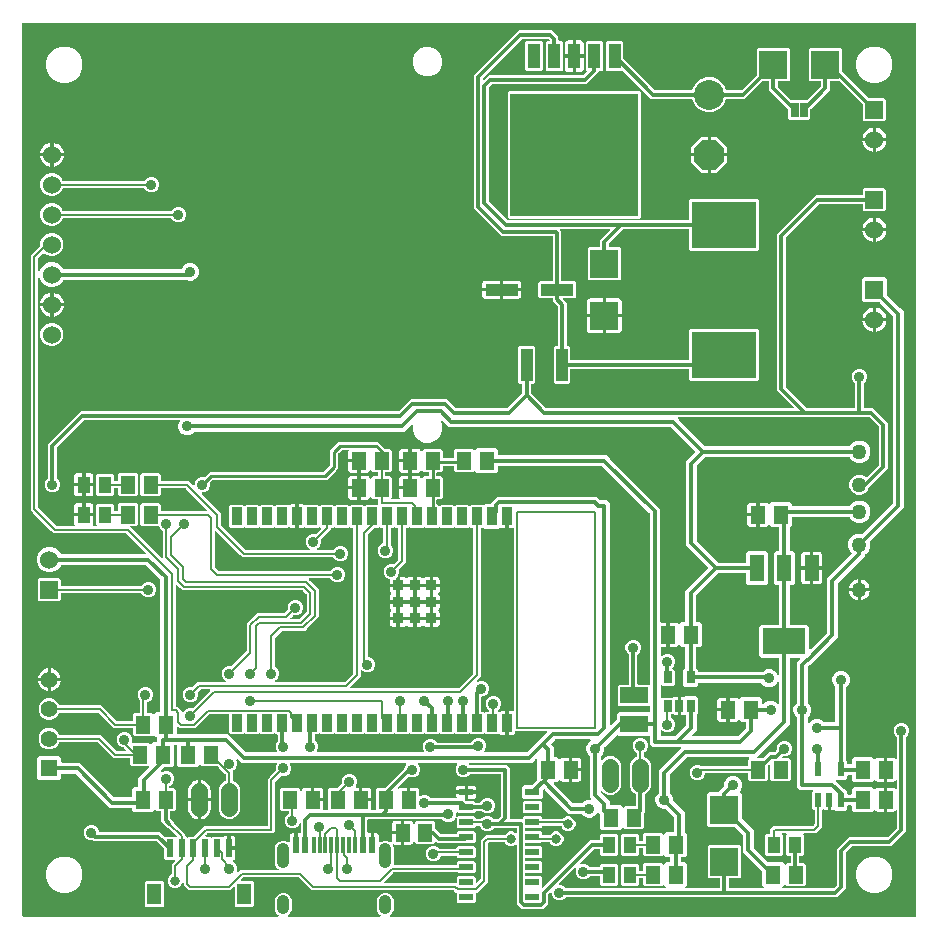
<source format=gbr>
G04 EAGLE Gerber RS-274X export*
G75*
%MOMM*%
%FSLAX34Y34*%
%LPD*%
%INTop Copper*%
%IPPOS*%
%AMOC8*
5,1,8,0,0,1.08239X$1,22.5*%
G01*
%ADD10C,2.540000*%
%ADD11P,2.749271X8X292.500000*%
%ADD12R,2.800000X1.000000*%
%ADD13R,1.100000X1.450000*%
%ADD14R,2.400000X2.400000*%
%ADD15R,1.000000X2.800000*%
%ADD16R,1.418000X1.418000*%
%ADD17C,1.418000*%
%ADD18R,10.800000X10.410000*%
%ADD19R,1.066800X2.159000*%
%ADD20R,1.219000X2.235000*%
%ADD21R,3.600000X2.200000*%
%ADD22C,1.524000*%
%ADD23R,0.600000X1.550000*%
%ADD24R,1.200000X1.800000*%
%ADD25R,1.530000X1.530000*%
%ADD26C,1.530000*%
%ADD27R,0.635000X1.270000*%
%ADD28R,5.500000X4.000000*%
%ADD29R,0.889000X1.498600*%
%ADD30R,0.889000X0.889000*%
%ADD31R,0.550000X1.200000*%
%ADD32R,0.700000X1.000000*%
%ADD33R,1.300000X1.500000*%
%ADD34R,2.400000X1.400000*%
%ADD35C,1.270000*%
%ADD36C,1.422400*%
%ADD37R,1.200000X0.600000*%
%ADD38R,0.300000X1.450000*%
%ADD39R,0.600000X1.450000*%
%ADD40R,0.550000X1.450000*%
%ADD41C,1.000000*%
%ADD42C,0.203200*%
%ADD43C,0.812800*%
%ADD44C,0.914400*%
%ADD45C,0.304800*%
%ADD46C,0.254000*%
%ADD47C,0.152400*%

G36*
X218796Y2552D02*
X218796Y2552D01*
X218868Y2554D01*
X218917Y2572D01*
X218968Y2580D01*
X219032Y2614D01*
X219099Y2639D01*
X219140Y2671D01*
X219186Y2696D01*
X219235Y2748D01*
X219291Y2792D01*
X219319Y2836D01*
X219355Y2874D01*
X219385Y2939D01*
X219424Y2999D01*
X219437Y3050D01*
X219459Y3097D01*
X219467Y3168D01*
X219484Y3238D01*
X219480Y3290D01*
X219486Y3341D01*
X219471Y3412D01*
X219465Y3483D01*
X219445Y3531D01*
X219434Y3582D01*
X219397Y3643D01*
X219369Y3709D01*
X219324Y3765D01*
X219307Y3793D01*
X219290Y3808D01*
X219264Y3840D01*
X217538Y5566D01*
X216467Y8151D01*
X216467Y16949D01*
X217538Y19534D01*
X219516Y21512D01*
X222101Y22583D01*
X224899Y22583D01*
X227484Y21512D01*
X229462Y19534D01*
X230533Y16949D01*
X230533Y8151D01*
X229462Y5566D01*
X227736Y3840D01*
X227694Y3782D01*
X227645Y3730D01*
X227623Y3683D01*
X227593Y3641D01*
X227571Y3572D01*
X227541Y3507D01*
X227535Y3455D01*
X227520Y3405D01*
X227522Y3334D01*
X227514Y3263D01*
X227525Y3212D01*
X227527Y3160D01*
X227551Y3092D01*
X227566Y3022D01*
X227593Y2977D01*
X227611Y2929D01*
X227656Y2873D01*
X227693Y2811D01*
X227732Y2777D01*
X227765Y2737D01*
X227825Y2698D01*
X227879Y2651D01*
X227928Y2632D01*
X227972Y2604D01*
X228041Y2586D01*
X228108Y2559D01*
X228179Y2551D01*
X228210Y2543D01*
X228233Y2545D01*
X228274Y2541D01*
X305126Y2541D01*
X305196Y2552D01*
X305268Y2554D01*
X305317Y2572D01*
X305368Y2580D01*
X305432Y2614D01*
X305499Y2639D01*
X305540Y2671D01*
X305586Y2696D01*
X305635Y2748D01*
X305691Y2792D01*
X305719Y2836D01*
X305755Y2874D01*
X305785Y2939D01*
X305824Y2999D01*
X305837Y3050D01*
X305859Y3097D01*
X305867Y3168D01*
X305884Y3238D01*
X305880Y3290D01*
X305886Y3341D01*
X305871Y3412D01*
X305865Y3483D01*
X305845Y3531D01*
X305834Y3582D01*
X305797Y3643D01*
X305769Y3709D01*
X305724Y3765D01*
X305707Y3793D01*
X305690Y3808D01*
X305664Y3840D01*
X303938Y5566D01*
X302867Y8151D01*
X302867Y16949D01*
X303938Y19534D01*
X305916Y21512D01*
X308501Y22583D01*
X311299Y22583D01*
X313884Y21512D01*
X315862Y19534D01*
X316933Y16949D01*
X316933Y8151D01*
X315862Y5566D01*
X314136Y3840D01*
X314094Y3782D01*
X314045Y3730D01*
X314023Y3683D01*
X313993Y3641D01*
X313971Y3572D01*
X313941Y3507D01*
X313935Y3455D01*
X313920Y3405D01*
X313922Y3334D01*
X313914Y3263D01*
X313925Y3212D01*
X313927Y3160D01*
X313951Y3092D01*
X313966Y3022D01*
X313993Y2977D01*
X314011Y2929D01*
X314056Y2873D01*
X314093Y2811D01*
X314132Y2777D01*
X314165Y2737D01*
X314225Y2698D01*
X314279Y2651D01*
X314328Y2632D01*
X314372Y2604D01*
X314441Y2586D01*
X314508Y2559D01*
X314579Y2551D01*
X314610Y2543D01*
X314633Y2545D01*
X314674Y2541D01*
X758698Y2541D01*
X758718Y2544D01*
X758737Y2542D01*
X758839Y2564D01*
X758941Y2580D01*
X758958Y2590D01*
X758978Y2594D01*
X759067Y2647D01*
X759158Y2696D01*
X759172Y2710D01*
X759189Y2720D01*
X759256Y2799D01*
X759328Y2874D01*
X759336Y2892D01*
X759349Y2907D01*
X759388Y3003D01*
X759431Y3097D01*
X759433Y3117D01*
X759441Y3135D01*
X759459Y3302D01*
X759459Y758698D01*
X759456Y758718D01*
X759458Y758737D01*
X759436Y758839D01*
X759420Y758941D01*
X759410Y758958D01*
X759406Y758978D01*
X759353Y759067D01*
X759304Y759158D01*
X759290Y759172D01*
X759280Y759189D01*
X759201Y759256D01*
X759126Y759328D01*
X759108Y759336D01*
X759093Y759349D01*
X758997Y759388D01*
X758903Y759431D01*
X758883Y759433D01*
X758865Y759441D01*
X758698Y759459D01*
X3302Y759459D01*
X3282Y759456D01*
X3263Y759458D01*
X3161Y759436D01*
X3059Y759420D01*
X3042Y759410D01*
X3022Y759406D01*
X2933Y759353D01*
X2842Y759304D01*
X2828Y759290D01*
X2811Y759280D01*
X2744Y759201D01*
X2672Y759126D01*
X2664Y759108D01*
X2651Y759093D01*
X2612Y758997D01*
X2569Y758903D01*
X2567Y758883D01*
X2559Y758865D01*
X2541Y758698D01*
X2541Y3302D01*
X2544Y3282D01*
X2542Y3263D01*
X2564Y3161D01*
X2580Y3059D01*
X2590Y3042D01*
X2594Y3022D01*
X2647Y2933D01*
X2696Y2842D01*
X2710Y2828D01*
X2720Y2811D01*
X2799Y2744D01*
X2874Y2672D01*
X2892Y2664D01*
X2907Y2651D01*
X3003Y2612D01*
X3097Y2569D01*
X3117Y2567D01*
X3135Y2559D01*
X3302Y2541D01*
X218726Y2541D01*
X218796Y2552D01*
G37*
%LPC*%
G36*
X425454Y8937D02*
X425454Y8937D01*
X421287Y13104D01*
X421287Y62847D01*
X421276Y62918D01*
X421274Y62990D01*
X421256Y63039D01*
X421248Y63090D01*
X421214Y63154D01*
X421189Y63221D01*
X421157Y63262D01*
X421132Y63308D01*
X421080Y63357D01*
X421036Y63413D01*
X420992Y63441D01*
X420954Y63477D01*
X420889Y63507D01*
X420829Y63546D01*
X420778Y63559D01*
X420731Y63581D01*
X420660Y63588D01*
X420590Y63606D01*
X420538Y63602D01*
X420487Y63608D01*
X420416Y63592D01*
X420345Y63587D01*
X420297Y63566D01*
X420246Y63555D01*
X420185Y63518D01*
X420119Y63490D01*
X420063Y63446D01*
X420035Y63429D01*
X420023Y63416D01*
X417773Y62483D01*
X415347Y62483D01*
X413106Y63411D01*
X411356Y65162D01*
X411297Y65261D01*
X411292Y65265D01*
X411289Y65270D01*
X411199Y65345D01*
X411110Y65421D01*
X411104Y65423D01*
X411100Y65427D01*
X410991Y65469D01*
X410882Y65513D01*
X410874Y65514D01*
X410870Y65515D01*
X410852Y65516D01*
X410715Y65531D01*
X397818Y65531D01*
X397728Y65517D01*
X397637Y65509D01*
X397607Y65497D01*
X397575Y65492D01*
X397495Y65449D01*
X397411Y65413D01*
X397379Y65387D01*
X397358Y65376D01*
X397336Y65353D01*
X397280Y65308D01*
X396972Y65000D01*
X396919Y64926D01*
X396859Y64857D01*
X396847Y64827D01*
X396828Y64800D01*
X396801Y64713D01*
X396767Y64629D01*
X396763Y64588D01*
X396756Y64565D01*
X396757Y64533D01*
X396749Y64462D01*
X396749Y31757D01*
X387645Y22653D01*
X387194Y22653D01*
X387174Y22650D01*
X387155Y22652D01*
X387053Y22630D01*
X386951Y22614D01*
X386934Y22604D01*
X386914Y22600D01*
X386825Y22547D01*
X386734Y22498D01*
X386720Y22484D01*
X386703Y22474D01*
X386636Y22395D01*
X386564Y22320D01*
X386556Y22302D01*
X386543Y22287D01*
X386504Y22191D01*
X386461Y22097D01*
X386459Y22077D01*
X386451Y22059D01*
X386433Y21892D01*
X386433Y15208D01*
X385242Y14017D01*
X371558Y14017D01*
X370367Y15208D01*
X370367Y21892D01*
X370364Y21912D01*
X370366Y21931D01*
X370344Y22033D01*
X370328Y22135D01*
X370318Y22152D01*
X370314Y22172D01*
X370261Y22261D01*
X370212Y22352D01*
X370198Y22366D01*
X370188Y22383D01*
X370109Y22450D01*
X370034Y22522D01*
X370016Y22530D01*
X370001Y22543D01*
X369974Y22554D01*
X367860Y24668D01*
X367786Y24721D01*
X367716Y24781D01*
X367686Y24793D01*
X367660Y24812D01*
X367573Y24839D01*
X367488Y24873D01*
X367447Y24877D01*
X367425Y24884D01*
X367393Y24883D01*
X367321Y24891D01*
X247657Y24891D01*
X236992Y35556D01*
X236918Y35609D01*
X236849Y35669D01*
X236819Y35681D01*
X236792Y35700D01*
X236705Y35727D01*
X236621Y35761D01*
X236580Y35765D01*
X236557Y35772D01*
X236525Y35771D01*
X236454Y35779D01*
X189796Y35779D01*
X189706Y35765D01*
X189615Y35757D01*
X189585Y35745D01*
X189553Y35740D01*
X189472Y35697D01*
X189388Y35661D01*
X189356Y35635D01*
X189336Y35624D01*
X189313Y35601D01*
X189257Y35556D01*
X187733Y34032D01*
X187691Y33974D01*
X187642Y33922D01*
X187620Y33875D01*
X187590Y33833D01*
X187569Y33764D01*
X187538Y33699D01*
X187533Y33647D01*
X187517Y33597D01*
X187519Y33526D01*
X187511Y33455D01*
X187522Y33404D01*
X187524Y33352D01*
X187548Y33284D01*
X187564Y33214D01*
X187590Y33169D01*
X187608Y33121D01*
X187653Y33065D01*
X187690Y33003D01*
X187729Y32969D01*
X187762Y32929D01*
X187822Y32890D01*
X187877Y32843D01*
X187925Y32824D01*
X187969Y32796D01*
X188038Y32778D01*
X188105Y32751D01*
X188176Y32743D01*
X188207Y32735D01*
X188231Y32737D01*
X188272Y32733D01*
X197242Y32733D01*
X198433Y31542D01*
X198433Y11858D01*
X197242Y10667D01*
X183558Y10667D01*
X182367Y11858D01*
X182367Y26828D01*
X182356Y26899D01*
X182354Y26971D01*
X182336Y27020D01*
X182328Y27071D01*
X182294Y27134D01*
X182269Y27202D01*
X182237Y27242D01*
X182212Y27289D01*
X182160Y27338D01*
X182116Y27394D01*
X182072Y27422D01*
X182034Y27458D01*
X181969Y27488D01*
X181909Y27527D01*
X181858Y27540D01*
X181811Y27562D01*
X181740Y27569D01*
X181670Y27587D01*
X181618Y27583D01*
X181567Y27589D01*
X181496Y27573D01*
X181425Y27568D01*
X181377Y27547D01*
X181326Y27536D01*
X181265Y27500D01*
X181199Y27471D01*
X181143Y27427D01*
X181115Y27410D01*
X181100Y27392D01*
X181068Y27367D01*
X178592Y24891D01*
X143517Y24891D01*
X141508Y26900D01*
X139191Y29217D01*
X139191Y30430D01*
X139176Y30526D01*
X139166Y30623D01*
X139156Y30647D01*
X139152Y30672D01*
X139106Y30758D01*
X139066Y30847D01*
X139049Y30867D01*
X139036Y30890D01*
X138966Y30957D01*
X138900Y31028D01*
X138877Y31041D01*
X138858Y31059D01*
X138770Y31100D01*
X138684Y31147D01*
X138659Y31152D01*
X138635Y31163D01*
X138538Y31173D01*
X138442Y31191D01*
X138416Y31187D01*
X138391Y31190D01*
X138295Y31169D01*
X138199Y31155D01*
X138176Y31143D01*
X138150Y31138D01*
X138067Y31088D01*
X137980Y31043D01*
X137961Y31025D01*
X137939Y31011D01*
X137876Y30937D01*
X137808Y30868D01*
X137792Y30839D01*
X137779Y30824D01*
X137767Y30794D01*
X137727Y30721D01*
X137249Y29566D01*
X135534Y27851D01*
X133293Y26923D01*
X130867Y26923D01*
X128626Y27851D01*
X126911Y29566D01*
X125983Y31807D01*
X125983Y34233D01*
X126911Y36474D01*
X128662Y38224D01*
X128761Y38283D01*
X128765Y38288D01*
X128770Y38291D01*
X128845Y38381D01*
X128921Y38470D01*
X128923Y38476D01*
X128927Y38480D01*
X128969Y38589D01*
X129013Y38698D01*
X129014Y38706D01*
X129015Y38710D01*
X129016Y38728D01*
X129031Y38865D01*
X129031Y46983D01*
X131416Y49368D01*
X131458Y49426D01*
X131507Y49478D01*
X131529Y49525D01*
X131560Y49567D01*
X131581Y49636D01*
X131611Y49701D01*
X131617Y49753D01*
X131632Y49803D01*
X131630Y49874D01*
X131638Y49945D01*
X131627Y49996D01*
X131626Y50048D01*
X131601Y50116D01*
X131586Y50186D01*
X131559Y50231D01*
X131541Y50279D01*
X131496Y50335D01*
X131460Y50397D01*
X131420Y50431D01*
X131388Y50471D01*
X131327Y50510D01*
X131273Y50557D01*
X131224Y50576D01*
X131181Y50604D01*
X131111Y50622D01*
X131045Y50649D01*
X130973Y50657D01*
X130942Y50665D01*
X130919Y50663D01*
X130878Y50667D01*
X123558Y50667D01*
X122367Y51858D01*
X122367Y60137D01*
X122353Y60228D01*
X122345Y60318D01*
X122333Y60348D01*
X122328Y60380D01*
X122285Y60461D01*
X122249Y60545D01*
X122223Y60577D01*
X122212Y60598D01*
X122189Y60620D01*
X122144Y60676D01*
X116250Y66570D01*
X116176Y66623D01*
X116106Y66683D01*
X116076Y66695D01*
X116050Y66714D01*
X115963Y66741D01*
X115878Y66775D01*
X115837Y66779D01*
X115815Y66786D01*
X115783Y66785D01*
X115711Y66793D01*
X62797Y66793D01*
X62758Y66832D01*
X62684Y66885D01*
X62614Y66945D01*
X62584Y66957D01*
X62558Y66976D01*
X62471Y67003D01*
X62386Y67037D01*
X62345Y67041D01*
X62323Y67048D01*
X62291Y67047D01*
X62219Y67055D01*
X59646Y67055D01*
X57219Y68061D01*
X55361Y69919D01*
X54355Y72346D01*
X54355Y74974D01*
X55361Y77401D01*
X57219Y79259D01*
X59646Y80265D01*
X62274Y80265D01*
X64701Y79259D01*
X66559Y77401D01*
X67565Y74974D01*
X67565Y74668D01*
X67568Y74648D01*
X67566Y74629D01*
X67588Y74527D01*
X67604Y74425D01*
X67614Y74408D01*
X67618Y74388D01*
X67671Y74299D01*
X67720Y74208D01*
X67734Y74194D01*
X67744Y74177D01*
X67823Y74110D01*
X67898Y74038D01*
X67916Y74030D01*
X67931Y74017D01*
X68027Y73978D01*
X68121Y73935D01*
X68141Y73933D01*
X68159Y73925D01*
X68326Y73907D01*
X118973Y73907D01*
X122564Y70316D01*
X122581Y70304D01*
X122593Y70288D01*
X122680Y70232D01*
X122764Y70172D01*
X122783Y70166D01*
X122800Y70155D01*
X122900Y70130D01*
X122999Y70100D01*
X123019Y70100D01*
X123039Y70095D01*
X123142Y70103D01*
X123245Y70106D01*
X123264Y70113D01*
X123284Y70115D01*
X123379Y70155D01*
X123476Y70191D01*
X123492Y70203D01*
X123510Y70211D01*
X123537Y70233D01*
X131242Y70233D01*
X131862Y69613D01*
X131878Y69601D01*
X131890Y69586D01*
X131978Y69530D01*
X132061Y69469D01*
X132080Y69464D01*
X132097Y69453D01*
X132198Y69428D01*
X132297Y69397D01*
X132316Y69398D01*
X132336Y69393D01*
X132439Y69401D01*
X132542Y69403D01*
X132561Y69410D01*
X132581Y69412D01*
X132676Y69452D01*
X132773Y69488D01*
X132789Y69500D01*
X132807Y69508D01*
X132938Y69613D01*
X133109Y69783D01*
X133120Y69799D01*
X133136Y69812D01*
X133167Y69861D01*
X133170Y69864D01*
X133173Y69870D01*
X133192Y69899D01*
X133252Y69983D01*
X133258Y70002D01*
X133269Y70019D01*
X133294Y70119D01*
X133324Y70218D01*
X133324Y70238D01*
X133329Y70257D01*
X133321Y70360D01*
X133318Y70464D01*
X133311Y70483D01*
X133310Y70503D01*
X133269Y70597D01*
X133234Y70695D01*
X133221Y70711D01*
X133213Y70729D01*
X133109Y70860D01*
X126468Y77500D01*
X126394Y77553D01*
X126325Y77613D01*
X126295Y77625D01*
X126268Y77644D01*
X126181Y77671D01*
X126097Y77705D01*
X126056Y77709D01*
X126033Y77716D01*
X126001Y77715D01*
X125930Y77723D01*
X125527Y77723D01*
X120243Y83007D01*
X120243Y91306D01*
X120240Y91326D01*
X120242Y91345D01*
X120220Y91447D01*
X120204Y91549D01*
X120194Y91566D01*
X120190Y91586D01*
X120137Y91675D01*
X120088Y91766D01*
X120074Y91780D01*
X120064Y91797D01*
X119985Y91864D01*
X119910Y91936D01*
X119892Y91944D01*
X119877Y91957D01*
X119781Y91996D01*
X119687Y92039D01*
X119667Y92041D01*
X119649Y92049D01*
X119482Y92067D01*
X116458Y92067D01*
X115557Y92969D01*
X115541Y92980D01*
X115528Y92996D01*
X115441Y93052D01*
X115357Y93112D01*
X115338Y93118D01*
X115321Y93129D01*
X115221Y93154D01*
X115122Y93184D01*
X115102Y93184D01*
X115083Y93189D01*
X114980Y93181D01*
X114876Y93178D01*
X114857Y93171D01*
X114837Y93170D01*
X114742Y93129D01*
X114645Y93094D01*
X114629Y93081D01*
X114611Y93073D01*
X114480Y92969D01*
X112563Y91051D01*
X97037Y91051D01*
X95251Y92837D01*
X95251Y93726D01*
X95248Y93746D01*
X95250Y93765D01*
X95228Y93867D01*
X95212Y93969D01*
X95202Y93986D01*
X95198Y94006D01*
X95145Y94095D01*
X95096Y94186D01*
X95082Y94200D01*
X95072Y94217D01*
X94993Y94284D01*
X94918Y94356D01*
X94900Y94364D01*
X94885Y94377D01*
X94789Y94416D01*
X94695Y94459D01*
X94675Y94461D01*
X94657Y94469D01*
X94490Y94487D01*
X76846Y94487D01*
X47859Y123474D01*
X47785Y123527D01*
X47715Y123587D01*
X47685Y123599D01*
X47659Y123618D01*
X47572Y123645D01*
X47487Y123679D01*
X47446Y123683D01*
X47424Y123690D01*
X47392Y123689D01*
X47321Y123697D01*
X36300Y123697D01*
X36280Y123694D01*
X36261Y123696D01*
X36159Y123674D01*
X36057Y123658D01*
X36040Y123648D01*
X36020Y123644D01*
X35931Y123591D01*
X35840Y123542D01*
X35826Y123528D01*
X35809Y123518D01*
X35742Y123439D01*
X35670Y123364D01*
X35662Y123346D01*
X35649Y123331D01*
X35610Y123235D01*
X35567Y123141D01*
X35565Y123121D01*
X35557Y123103D01*
X35539Y122936D01*
X35539Y119917D01*
X33753Y118131D01*
X17047Y118131D01*
X15261Y119917D01*
X15261Y136623D01*
X17047Y138409D01*
X33753Y138409D01*
X35539Y136623D01*
X35539Y133604D01*
X35542Y133584D01*
X35540Y133565D01*
X35562Y133463D01*
X35578Y133361D01*
X35588Y133344D01*
X35592Y133324D01*
X35645Y133235D01*
X35694Y133144D01*
X35708Y133130D01*
X35718Y133113D01*
X35797Y133046D01*
X35872Y132974D01*
X35890Y132966D01*
X35905Y132953D01*
X36001Y132914D01*
X36095Y132871D01*
X36115Y132869D01*
X36133Y132861D01*
X36300Y132843D01*
X51424Y132843D01*
X80411Y103856D01*
X80485Y103803D01*
X80555Y103743D01*
X80585Y103731D01*
X80611Y103712D01*
X80698Y103685D01*
X80783Y103651D01*
X80824Y103647D01*
X80846Y103640D01*
X80878Y103641D01*
X80949Y103633D01*
X94490Y103633D01*
X94510Y103636D01*
X94529Y103634D01*
X94631Y103656D01*
X94733Y103672D01*
X94750Y103682D01*
X94770Y103686D01*
X94859Y103739D01*
X94950Y103788D01*
X94964Y103802D01*
X94981Y103812D01*
X95048Y103891D01*
X95120Y103966D01*
X95128Y103984D01*
X95141Y103999D01*
X95180Y104095D01*
X95223Y104189D01*
X95225Y104209D01*
X95233Y104227D01*
X95251Y104394D01*
X95251Y110363D01*
X97037Y112149D01*
X100076Y112149D01*
X100096Y112152D01*
X100115Y112150D01*
X100217Y112172D01*
X100319Y112188D01*
X100336Y112198D01*
X100356Y112202D01*
X100445Y112255D01*
X100536Y112304D01*
X100550Y112318D01*
X100567Y112328D01*
X100634Y112407D01*
X100706Y112482D01*
X100714Y112500D01*
X100727Y112515D01*
X100766Y112611D01*
X100809Y112705D01*
X100811Y112725D01*
X100819Y112743D01*
X100837Y112910D01*
X100837Y120004D01*
X103739Y122906D01*
X109701Y128868D01*
X109743Y128926D01*
X109792Y128978D01*
X109814Y129025D01*
X109844Y129067D01*
X109866Y129136D01*
X109896Y129201D01*
X109902Y129253D01*
X109917Y129303D01*
X109915Y129374D01*
X109923Y129445D01*
X109912Y129496D01*
X109910Y129548D01*
X109886Y129616D01*
X109871Y129686D01*
X109844Y129730D01*
X109826Y129779D01*
X109781Y129835D01*
X109744Y129897D01*
X109705Y129931D01*
X109672Y129971D01*
X109612Y130010D01*
X109558Y130057D01*
X109509Y130076D01*
X109465Y130104D01*
X109396Y130122D01*
X109329Y130149D01*
X109258Y130157D01*
X109227Y130165D01*
X109204Y130163D01*
X109163Y130167D01*
X94918Y130167D01*
X93727Y131358D01*
X93727Y135890D01*
X93724Y135910D01*
X93726Y135929D01*
X93704Y136031D01*
X93688Y136133D01*
X93678Y136150D01*
X93674Y136170D01*
X93621Y136259D01*
X93572Y136350D01*
X93558Y136364D01*
X93548Y136381D01*
X93469Y136448D01*
X93394Y136520D01*
X93376Y136528D01*
X93361Y136541D01*
X93265Y136580D01*
X93171Y136623D01*
X93151Y136625D01*
X93133Y136633D01*
X92966Y136651D01*
X80017Y136651D01*
X66670Y149998D01*
X66596Y150051D01*
X66527Y150111D01*
X66497Y150123D01*
X66470Y150142D01*
X66383Y150169D01*
X66299Y150203D01*
X66258Y150207D01*
X66235Y150214D01*
X66203Y150213D01*
X66132Y150221D01*
X34520Y150221D01*
X34405Y150202D01*
X34289Y150185D01*
X34284Y150183D01*
X34277Y150182D01*
X34175Y150127D01*
X34070Y150074D01*
X34066Y150069D01*
X34060Y150066D01*
X33980Y149982D01*
X33898Y149898D01*
X33894Y149892D01*
X33891Y149888D01*
X33883Y149871D01*
X33817Y149751D01*
X33134Y148102D01*
X30568Y145536D01*
X27215Y144147D01*
X23585Y144147D01*
X20232Y145536D01*
X17666Y148102D01*
X16277Y151455D01*
X16277Y155085D01*
X17666Y158438D01*
X20232Y161004D01*
X23585Y162393D01*
X27215Y162393D01*
X30568Y161004D01*
X33134Y158438D01*
X33817Y156789D01*
X33879Y156689D01*
X33938Y156589D01*
X33943Y156585D01*
X33946Y156580D01*
X34037Y156505D01*
X34125Y156429D01*
X34131Y156427D01*
X34136Y156423D01*
X34244Y156381D01*
X34353Y156337D01*
X34361Y156336D01*
X34366Y156335D01*
X34384Y156334D01*
X34520Y156319D01*
X68973Y156319D01*
X82320Y142972D01*
X82394Y142919D01*
X82463Y142859D01*
X82493Y142847D01*
X82520Y142828D01*
X82607Y142801D01*
X82691Y142767D01*
X82732Y142763D01*
X82755Y142756D01*
X82787Y142757D01*
X82858Y142749D01*
X89862Y142749D01*
X89933Y142760D01*
X90004Y142762D01*
X90053Y142780D01*
X90105Y142788D01*
X90168Y142822D01*
X90235Y142847D01*
X90276Y142879D01*
X90322Y142904D01*
X90371Y142956D01*
X90427Y143000D01*
X90456Y143044D01*
X90491Y143082D01*
X90522Y143147D01*
X90560Y143207D01*
X90573Y143258D01*
X90595Y143305D01*
X90603Y143376D01*
X90620Y143446D01*
X90616Y143498D01*
X90622Y143549D01*
X90607Y143620D01*
X90601Y143691D01*
X90581Y143739D01*
X90570Y143790D01*
X90533Y143851D01*
X90505Y143917D01*
X90460Y143973D01*
X90444Y144001D01*
X90426Y144016D01*
X90400Y144048D01*
X88876Y145572D01*
X88802Y145625D01*
X88733Y145685D01*
X88703Y145697D01*
X88676Y145716D01*
X88589Y145743D01*
X88505Y145777D01*
X88464Y145781D01*
X88441Y145788D01*
X88409Y145787D01*
X88338Y145795D01*
X87586Y145795D01*
X85159Y146801D01*
X83301Y148659D01*
X82295Y151086D01*
X82295Y153714D01*
X83301Y156141D01*
X85159Y157999D01*
X87586Y159005D01*
X90214Y159005D01*
X92641Y157999D01*
X94499Y156141D01*
X95505Y153714D01*
X95505Y151086D01*
X95173Y150285D01*
X95162Y150241D01*
X95143Y150199D01*
X95135Y150122D01*
X95117Y150046D01*
X95121Y150000D01*
X95116Y149955D01*
X95133Y149878D01*
X95140Y149801D01*
X95159Y149759D01*
X95168Y149714D01*
X95208Y149647D01*
X95240Y149576D01*
X95271Y149542D01*
X95294Y149503D01*
X95354Y149452D01*
X95406Y149395D01*
X95446Y149373D01*
X95481Y149343D01*
X95554Y149314D01*
X95622Y149277D01*
X95667Y149268D01*
X95710Y149251D01*
X95845Y149236D01*
X95864Y149233D01*
X95869Y149234D01*
X95876Y149233D01*
X109602Y149233D01*
X110503Y148331D01*
X110519Y148320D01*
X110532Y148304D01*
X110619Y148248D01*
X110703Y148188D01*
X110722Y148182D01*
X110739Y148171D01*
X110839Y148146D01*
X110938Y148116D01*
X110958Y148116D01*
X110977Y148111D01*
X111080Y148119D01*
X111184Y148122D01*
X111203Y148129D01*
X111223Y148130D01*
X111318Y148171D01*
X111415Y148206D01*
X111431Y148219D01*
X111449Y148227D01*
X111580Y148331D01*
X113497Y150249D01*
X115926Y150249D01*
X115946Y150252D01*
X115965Y150250D01*
X116067Y150272D01*
X116169Y150288D01*
X116186Y150298D01*
X116206Y150302D01*
X116295Y150355D01*
X116386Y150404D01*
X116400Y150418D01*
X116417Y150428D01*
X116484Y150507D01*
X116556Y150582D01*
X116564Y150600D01*
X116577Y150615D01*
X116616Y150711D01*
X116659Y150805D01*
X116661Y150825D01*
X116669Y150843D01*
X116687Y151010D01*
X116687Y153790D01*
X116684Y153810D01*
X116686Y153829D01*
X116664Y153931D01*
X116648Y154033D01*
X116638Y154050D01*
X116634Y154070D01*
X116581Y154159D01*
X116532Y154250D01*
X116518Y154264D01*
X116508Y154281D01*
X116429Y154348D01*
X116354Y154420D01*
X116336Y154428D01*
X116321Y154441D01*
X116225Y154480D01*
X116131Y154523D01*
X116111Y154525D01*
X116093Y154533D01*
X116051Y154537D01*
X114120Y156469D01*
X114104Y156480D01*
X114091Y156496D01*
X114004Y156552D01*
X113920Y156612D01*
X113901Y156618D01*
X113884Y156629D01*
X113784Y156654D01*
X113685Y156684D01*
X113665Y156684D01*
X113646Y156689D01*
X113543Y156681D01*
X113439Y156678D01*
X113420Y156671D01*
X113401Y156670D01*
X113306Y156629D01*
X113208Y156594D01*
X113193Y156581D01*
X113174Y156573D01*
X113043Y156469D01*
X112142Y155567D01*
X97458Y155567D01*
X96267Y156758D01*
X96267Y161290D01*
X96264Y161310D01*
X96266Y161329D01*
X96244Y161431D01*
X96228Y161533D01*
X96218Y161550D01*
X96214Y161570D01*
X96161Y161659D01*
X96112Y161750D01*
X96098Y161764D01*
X96088Y161781D01*
X96009Y161848D01*
X95934Y161920D01*
X95916Y161928D01*
X95901Y161941D01*
X95805Y161980D01*
X95711Y162023D01*
X95691Y162025D01*
X95673Y162033D01*
X95506Y162051D01*
X80017Y162051D01*
X67070Y174998D01*
X66996Y175051D01*
X66927Y175111D01*
X66897Y175123D01*
X66870Y175142D01*
X66783Y175169D01*
X66699Y175203D01*
X66658Y175207D01*
X66635Y175214D01*
X66603Y175213D01*
X66532Y175221D01*
X34520Y175221D01*
X34405Y175202D01*
X34289Y175185D01*
X34284Y175183D01*
X34277Y175182D01*
X34175Y175127D01*
X34070Y175074D01*
X34066Y175069D01*
X34060Y175066D01*
X33980Y174982D01*
X33898Y174898D01*
X33894Y174892D01*
X33891Y174888D01*
X33883Y174871D01*
X33817Y174751D01*
X33134Y173102D01*
X30568Y170536D01*
X27215Y169147D01*
X23585Y169147D01*
X20232Y170536D01*
X17666Y173102D01*
X16277Y176455D01*
X16277Y180085D01*
X17666Y183438D01*
X20232Y186004D01*
X23585Y187393D01*
X27215Y187393D01*
X30568Y186004D01*
X33134Y183438D01*
X33817Y181789D01*
X33879Y181689D01*
X33938Y181589D01*
X33943Y181585D01*
X33946Y181580D01*
X34037Y181505D01*
X34125Y181429D01*
X34131Y181427D01*
X34136Y181423D01*
X34244Y181381D01*
X34353Y181337D01*
X34361Y181336D01*
X34366Y181335D01*
X34384Y181334D01*
X34520Y181319D01*
X69373Y181319D01*
X82320Y168372D01*
X82394Y168319D01*
X82463Y168259D01*
X82493Y168247D01*
X82520Y168228D01*
X82607Y168201D01*
X82691Y168167D01*
X82732Y168163D01*
X82755Y168156D01*
X82787Y168157D01*
X82858Y168149D01*
X95506Y168149D01*
X95526Y168152D01*
X95545Y168150D01*
X95647Y168172D01*
X95749Y168188D01*
X95766Y168198D01*
X95786Y168202D01*
X95875Y168255D01*
X95966Y168304D01*
X95980Y168318D01*
X95997Y168328D01*
X96064Y168407D01*
X96136Y168482D01*
X96144Y168500D01*
X96157Y168515D01*
X96196Y168611D01*
X96239Y168705D01*
X96241Y168725D01*
X96249Y168743D01*
X96267Y168910D01*
X96267Y173442D01*
X97458Y174633D01*
X100990Y174633D01*
X101010Y174636D01*
X101029Y174634D01*
X101131Y174656D01*
X101233Y174672D01*
X101250Y174682D01*
X101270Y174686D01*
X101359Y174739D01*
X101450Y174788D01*
X101464Y174802D01*
X101481Y174812D01*
X101548Y174891D01*
X101620Y174966D01*
X101628Y174984D01*
X101641Y174999D01*
X101680Y175095D01*
X101723Y175189D01*
X101725Y175209D01*
X101733Y175227D01*
X101751Y175394D01*
X101751Y185773D01*
X101737Y185863D01*
X101729Y185954D01*
X101717Y185984D01*
X101712Y186016D01*
X101669Y186096D01*
X101633Y186180D01*
X101607Y186212D01*
X101596Y186233D01*
X101573Y186255D01*
X101528Y186311D01*
X101081Y186759D01*
X100075Y189186D01*
X100075Y191814D01*
X101081Y194241D01*
X102939Y196099D01*
X105366Y197105D01*
X107994Y197105D01*
X110421Y196099D01*
X112279Y194241D01*
X113285Y191814D01*
X113285Y189186D01*
X112279Y186759D01*
X110421Y184901D01*
X108319Y184030D01*
X108219Y183968D01*
X108119Y183908D01*
X108115Y183904D01*
X108110Y183900D01*
X108035Y183810D01*
X107959Y183721D01*
X107957Y183716D01*
X107953Y183711D01*
X107911Y183602D01*
X107867Y183493D01*
X107866Y183486D01*
X107865Y183481D01*
X107864Y183463D01*
X107849Y183327D01*
X107849Y175394D01*
X107852Y175374D01*
X107850Y175355D01*
X107872Y175253D01*
X107888Y175151D01*
X107898Y175134D01*
X107902Y175114D01*
X107955Y175025D01*
X108004Y174934D01*
X108018Y174920D01*
X108028Y174903D01*
X108107Y174836D01*
X108182Y174764D01*
X108200Y174756D01*
X108215Y174743D01*
X108311Y174704D01*
X108405Y174661D01*
X108425Y174659D01*
X108443Y174651D01*
X108610Y174633D01*
X112142Y174633D01*
X113043Y173731D01*
X113059Y173720D01*
X113072Y173704D01*
X113159Y173648D01*
X113243Y173588D01*
X113262Y173582D01*
X113279Y173571D01*
X113379Y173546D01*
X113478Y173516D01*
X113498Y173516D01*
X113517Y173511D01*
X113620Y173519D01*
X113724Y173522D01*
X113743Y173529D01*
X113763Y173530D01*
X113858Y173571D01*
X113955Y173606D01*
X113971Y173619D01*
X113989Y173627D01*
X114120Y173731D01*
X116037Y175649D01*
X118466Y175649D01*
X118486Y175652D01*
X118505Y175650D01*
X118607Y175672D01*
X118709Y175688D01*
X118726Y175698D01*
X118746Y175702D01*
X118835Y175755D01*
X118926Y175804D01*
X118940Y175818D01*
X118957Y175828D01*
X119024Y175907D01*
X119096Y175982D01*
X119104Y176000D01*
X119117Y176015D01*
X119156Y176111D01*
X119199Y176205D01*
X119201Y176225D01*
X119209Y176243D01*
X119227Y176410D01*
X119227Y288011D01*
X119224Y288030D01*
X119226Y288049D01*
X119211Y288118D01*
X119205Y288192D01*
X119193Y288221D01*
X119188Y288253D01*
X119178Y288272D01*
X119174Y288289D01*
X119139Y288348D01*
X119109Y288418D01*
X119083Y288450D01*
X119072Y288471D01*
X119057Y288486D01*
X119048Y288500D01*
X119033Y288513D01*
X119004Y288549D01*
X107549Y300004D01*
X107475Y300057D01*
X107405Y300117D01*
X107375Y300129D01*
X107349Y300148D01*
X107262Y300175D01*
X107177Y300209D01*
X107136Y300213D01*
X107114Y300220D01*
X107082Y300219D01*
X107011Y300227D01*
X35595Y300227D01*
X35480Y300208D01*
X35364Y300191D01*
X35358Y300189D01*
X35352Y300188D01*
X35249Y300133D01*
X35145Y300080D01*
X35140Y300075D01*
X35135Y300072D01*
X35055Y299988D01*
X34972Y299904D01*
X34969Y299898D01*
X34965Y299894D01*
X34957Y299877D01*
X34891Y299757D01*
X34470Y298740D01*
X31460Y295730D01*
X27528Y294101D01*
X23272Y294101D01*
X19340Y295730D01*
X16330Y298740D01*
X14701Y302672D01*
X14701Y306928D01*
X16330Y310860D01*
X19340Y313870D01*
X23272Y315499D01*
X27528Y315499D01*
X31460Y313870D01*
X34470Y310860D01*
X34891Y309843D01*
X34953Y309743D01*
X35013Y309643D01*
X35018Y309639D01*
X35021Y309634D01*
X35111Y309559D01*
X35200Y309483D01*
X35206Y309481D01*
X35211Y309477D01*
X35319Y309435D01*
X35428Y309391D01*
X35436Y309390D01*
X35440Y309389D01*
X35458Y309388D01*
X35595Y309373D01*
X106401Y309373D01*
X106471Y309384D01*
X106543Y309386D01*
X106592Y309404D01*
X106643Y309412D01*
X106707Y309446D01*
X106774Y309471D01*
X106815Y309503D01*
X106861Y309528D01*
X106910Y309580D01*
X106966Y309624D01*
X106994Y309668D01*
X107030Y309706D01*
X107060Y309771D01*
X107099Y309831D01*
X107112Y309882D01*
X107134Y309929D01*
X107142Y310000D01*
X107159Y310070D01*
X107155Y310122D01*
X107161Y310173D01*
X107146Y310244D01*
X107140Y310315D01*
X107120Y310363D01*
X107109Y310414D01*
X107072Y310475D01*
X107044Y310541D01*
X106999Y310597D01*
X106982Y310625D01*
X106965Y310640D01*
X106939Y310672D01*
X90683Y326928D01*
X90609Y326981D01*
X90539Y327041D01*
X90509Y327053D01*
X90483Y327072D01*
X90396Y327099D01*
X90311Y327133D01*
X90270Y327137D01*
X90248Y327144D01*
X90216Y327143D01*
X90145Y327151D01*
X29217Y327151D01*
X27208Y329160D01*
X11660Y344708D01*
X9651Y346717D01*
X9651Y562603D01*
X17624Y570576D01*
X17677Y570650D01*
X17737Y570719D01*
X17749Y570749D01*
X17768Y570776D01*
X17795Y570863D01*
X17829Y570947D01*
X17833Y570988D01*
X17840Y571011D01*
X17839Y571043D01*
X17847Y571114D01*
X17847Y573420D01*
X19317Y576968D01*
X22032Y579683D01*
X25580Y581153D01*
X29420Y581153D01*
X32968Y579683D01*
X35683Y576968D01*
X37153Y573420D01*
X37153Y569580D01*
X35683Y566032D01*
X32968Y563317D01*
X29420Y561847D01*
X25580Y561847D01*
X22032Y563317D01*
X21049Y564300D01*
X21032Y564312D01*
X21020Y564328D01*
X20933Y564384D01*
X20849Y564444D01*
X20830Y564450D01*
X20813Y564461D01*
X20712Y564486D01*
X20614Y564516D01*
X20594Y564516D01*
X20574Y564521D01*
X20472Y564513D01*
X20368Y564510D01*
X20349Y564503D01*
X20329Y564502D01*
X20235Y564461D01*
X20137Y564426D01*
X20121Y564413D01*
X20103Y564405D01*
X19972Y564300D01*
X15972Y560300D01*
X15928Y560239D01*
X15894Y560204D01*
X15888Y560191D01*
X15859Y560157D01*
X15847Y560127D01*
X15828Y560100D01*
X15801Y560013D01*
X15767Y559929D01*
X15763Y559888D01*
X15756Y559865D01*
X15757Y559833D01*
X15749Y559762D01*
X15749Y549436D01*
X15764Y549340D01*
X15774Y549243D01*
X15784Y549219D01*
X15788Y549193D01*
X15834Y549107D01*
X15874Y549018D01*
X15891Y548999D01*
X15904Y548976D01*
X15974Y548909D01*
X16040Y548837D01*
X16063Y548824D01*
X16082Y548806D01*
X16170Y548765D01*
X16256Y548718D01*
X16281Y548714D01*
X16305Y548703D01*
X16402Y548692D01*
X16498Y548675D01*
X16524Y548678D01*
X16549Y548675D01*
X16645Y548696D01*
X16741Y548710D01*
X16764Y548722D01*
X16790Y548728D01*
X16873Y548778D01*
X16960Y548822D01*
X16979Y548841D01*
X17001Y548854D01*
X17064Y548928D01*
X17132Y548997D01*
X17148Y549026D01*
X17161Y549041D01*
X17173Y549072D01*
X17213Y549144D01*
X18455Y552143D01*
X21457Y555145D01*
X25378Y556769D01*
X29622Y556769D01*
X33543Y555145D01*
X36545Y552143D01*
X36959Y551143D01*
X37021Y551043D01*
X37081Y550943D01*
X37085Y550939D01*
X37089Y550934D01*
X37179Y550859D01*
X37267Y550783D01*
X37273Y550781D01*
X37278Y550777D01*
X37387Y550735D01*
X37496Y550691D01*
X37503Y550690D01*
X37508Y550689D01*
X37526Y550688D01*
X37662Y550673D01*
X136865Y550673D01*
X136980Y550692D01*
X137096Y550709D01*
X137101Y550711D01*
X137107Y550712D01*
X137210Y550767D01*
X137315Y550820D01*
X137319Y550825D01*
X137325Y550828D01*
X137404Y550911D01*
X137487Y550996D01*
X137491Y551002D01*
X137494Y551006D01*
X137502Y551023D01*
X137568Y551143D01*
X138319Y552957D01*
X140463Y555101D01*
X143264Y556261D01*
X146296Y556261D01*
X149097Y555101D01*
X151241Y552957D01*
X152401Y550156D01*
X152401Y547124D01*
X151241Y544323D01*
X149097Y542179D01*
X146296Y541019D01*
X143264Y541019D01*
X142178Y541469D01*
X142114Y541484D01*
X142053Y541509D01*
X141970Y541518D01*
X141938Y541525D01*
X141919Y541524D01*
X141886Y541527D01*
X37662Y541527D01*
X37548Y541508D01*
X37431Y541491D01*
X37426Y541489D01*
X37420Y541488D01*
X37317Y541433D01*
X37212Y541380D01*
X37208Y541375D01*
X37202Y541372D01*
X37122Y541288D01*
X37040Y541204D01*
X37036Y541198D01*
X37033Y541194D01*
X37025Y541177D01*
X36959Y541057D01*
X36545Y540057D01*
X33543Y537055D01*
X29622Y535431D01*
X25378Y535431D01*
X21457Y537055D01*
X18455Y540057D01*
X17213Y543056D01*
X17162Y543139D01*
X17116Y543224D01*
X17098Y543242D01*
X17084Y543265D01*
X17008Y543327D01*
X16938Y543394D01*
X16914Y543405D01*
X16894Y543421D01*
X16803Y543456D01*
X16715Y543497D01*
X16689Y543500D01*
X16665Y543510D01*
X16567Y543514D01*
X16471Y543525D01*
X16445Y543519D01*
X16419Y543520D01*
X16325Y543493D01*
X16230Y543472D01*
X16208Y543459D01*
X16183Y543452D01*
X16103Y543396D01*
X16019Y543346D01*
X16002Y543326D01*
X15981Y543311D01*
X15922Y543233D01*
X15859Y543159D01*
X15849Y543135D01*
X15834Y543114D01*
X15804Y543021D01*
X15767Y542931D01*
X15764Y542899D01*
X15758Y542880D01*
X15758Y542847D01*
X15749Y542764D01*
X15749Y349558D01*
X15763Y349468D01*
X15771Y349377D01*
X15783Y349347D01*
X15788Y349315D01*
X15831Y349235D01*
X15867Y349151D01*
X15893Y349119D01*
X15904Y349098D01*
X15927Y349076D01*
X15972Y349020D01*
X31520Y333472D01*
X31594Y333419D01*
X31663Y333359D01*
X31693Y333347D01*
X31720Y333328D01*
X31807Y333301D01*
X31891Y333267D01*
X31932Y333263D01*
X31955Y333256D01*
X31987Y333257D01*
X32058Y333249D01*
X46134Y333249D01*
X46228Y333264D01*
X46323Y333273D01*
X46349Y333284D01*
X46377Y333288D01*
X46461Y333333D01*
X46548Y333371D01*
X46569Y333390D01*
X46594Y333404D01*
X46660Y333473D01*
X46730Y333537D01*
X46744Y333561D01*
X46764Y333582D01*
X46804Y333668D01*
X46850Y333752D01*
X46855Y333779D01*
X46867Y333805D01*
X46878Y333900D01*
X46895Y333993D01*
X46891Y334021D01*
X46894Y334049D01*
X46874Y334143D01*
X46861Y334237D01*
X46846Y334269D01*
X46842Y334290D01*
X46825Y334318D01*
X46793Y334391D01*
X46632Y334669D01*
X46459Y335316D01*
X46459Y341377D01*
X53738Y341377D01*
X53758Y341380D01*
X53777Y341378D01*
X53879Y341400D01*
X53981Y341417D01*
X53998Y341426D01*
X54018Y341430D01*
X54107Y341483D01*
X54198Y341532D01*
X54212Y341546D01*
X54229Y341556D01*
X54296Y341635D01*
X54367Y341710D01*
X54376Y341728D01*
X54389Y341743D01*
X54428Y341839D01*
X54471Y341933D01*
X54473Y341953D01*
X54481Y341971D01*
X54499Y342138D01*
X54499Y342901D01*
X54501Y342901D01*
X54501Y342138D01*
X54504Y342118D01*
X54502Y342099D01*
X54524Y341997D01*
X54541Y341895D01*
X54550Y341878D01*
X54554Y341858D01*
X54607Y341769D01*
X54656Y341678D01*
X54670Y341664D01*
X54680Y341647D01*
X54759Y341580D01*
X54834Y341509D01*
X54852Y341500D01*
X54867Y341487D01*
X54963Y341448D01*
X55057Y341405D01*
X55077Y341403D01*
X55095Y341395D01*
X55262Y341377D01*
X62541Y341377D01*
X62541Y335316D01*
X62368Y334669D01*
X62207Y334391D01*
X62173Y334301D01*
X62133Y334215D01*
X62130Y334187D01*
X62120Y334161D01*
X62116Y334065D01*
X62106Y333971D01*
X62112Y333943D01*
X62111Y333915D01*
X62138Y333823D01*
X62158Y333730D01*
X62172Y333706D01*
X62180Y333679D01*
X62235Y333601D01*
X62284Y333519D01*
X62306Y333501D01*
X62322Y333478D01*
X62399Y333421D01*
X62471Y333359D01*
X62497Y333349D01*
X62520Y333332D01*
X62610Y333303D01*
X62699Y333267D01*
X62735Y333263D01*
X62754Y333257D01*
X62787Y333257D01*
X62866Y333249D01*
X64689Y333249D01*
X64759Y333260D01*
X64831Y333262D01*
X64880Y333280D01*
X64931Y333288D01*
X64995Y333322D01*
X65062Y333347D01*
X65103Y333379D01*
X65149Y333404D01*
X65198Y333456D01*
X65254Y333500D01*
X65282Y333544D01*
X65318Y333582D01*
X65348Y333647D01*
X65387Y333707D01*
X65400Y333758D01*
X65422Y333805D01*
X65430Y333876D01*
X65447Y333946D01*
X65443Y333998D01*
X65449Y334049D01*
X65434Y334120D01*
X65428Y334191D01*
X65408Y334239D01*
X65397Y334290D01*
X65360Y334351D01*
X65332Y334417D01*
X65287Y334473D01*
X65271Y334501D01*
X65253Y334516D01*
X65227Y334548D01*
X64967Y334808D01*
X64967Y350992D01*
X66158Y352183D01*
X78842Y352183D01*
X80033Y350992D01*
X80033Y346710D01*
X80036Y346690D01*
X80034Y346671D01*
X80056Y346569D01*
X80072Y346467D01*
X80082Y346450D01*
X80086Y346430D01*
X80139Y346341D01*
X80188Y346250D01*
X80202Y346236D01*
X80212Y346219D01*
X80291Y346152D01*
X80366Y346080D01*
X80384Y346072D01*
X80399Y346059D01*
X80495Y346020D01*
X80589Y345977D01*
X80609Y345975D01*
X80627Y345967D01*
X80794Y345949D01*
X82806Y345949D01*
X82826Y345952D01*
X82845Y345950D01*
X82947Y345972D01*
X83049Y345988D01*
X83066Y345998D01*
X83086Y346002D01*
X83175Y346055D01*
X83266Y346104D01*
X83280Y346118D01*
X83297Y346128D01*
X83364Y346207D01*
X83436Y346282D01*
X83444Y346300D01*
X83457Y346315D01*
X83496Y346411D01*
X83539Y346505D01*
X83541Y346525D01*
X83549Y346543D01*
X83567Y346710D01*
X83567Y351242D01*
X84758Y352433D01*
X99442Y352433D01*
X100633Y351242D01*
X100633Y334558D01*
X99442Y333367D01*
X94705Y333367D01*
X94634Y333356D01*
X94562Y333354D01*
X94513Y333336D01*
X94462Y333328D01*
X94399Y333294D01*
X94331Y333269D01*
X94291Y333237D01*
X94245Y333212D01*
X94195Y333160D01*
X94139Y333116D01*
X94111Y333072D01*
X94075Y333034D01*
X94045Y332969D01*
X94006Y332909D01*
X93994Y332858D01*
X93972Y332811D01*
X93964Y332740D01*
X93946Y332670D01*
X93950Y332618D01*
X93945Y332567D01*
X93960Y332496D01*
X93965Y332425D01*
X93986Y332377D01*
X93997Y332326D01*
X94034Y332265D01*
X94062Y332199D01*
X94107Y332143D01*
X94123Y332115D01*
X94141Y332100D01*
X94167Y332068D01*
X94994Y331240D01*
X120112Y306123D01*
X120170Y306081D01*
X120222Y306031D01*
X120269Y306009D01*
X120311Y305979D01*
X120380Y305958D01*
X120445Y305928D01*
X120497Y305922D01*
X120547Y305907D01*
X120618Y305908D01*
X120689Y305901D01*
X120740Y305912D01*
X120792Y305913D01*
X120860Y305938D01*
X120930Y305953D01*
X120975Y305980D01*
X121023Y305997D01*
X121079Y306042D01*
X121141Y306079D01*
X121175Y306119D01*
X121215Y306151D01*
X121254Y306211D01*
X121301Y306266D01*
X121320Y306314D01*
X121348Y306358D01*
X121366Y306428D01*
X121393Y306494D01*
X121401Y306565D01*
X121409Y306597D01*
X121407Y306620D01*
X121411Y306661D01*
X121411Y328885D01*
X121392Y329000D01*
X121375Y329116D01*
X121373Y329122D01*
X121372Y329128D01*
X121317Y329230D01*
X121264Y329335D01*
X121259Y329340D01*
X121256Y329345D01*
X121172Y329426D01*
X121088Y329508D01*
X121082Y329511D01*
X121078Y329515D01*
X121061Y329523D01*
X120941Y329589D01*
X120719Y329681D01*
X118861Y331539D01*
X118298Y332897D01*
X118236Y332997D01*
X118177Y333097D01*
X118172Y333101D01*
X118168Y333106D01*
X118078Y333181D01*
X117990Y333257D01*
X117984Y333259D01*
X117979Y333263D01*
X117871Y333305D01*
X117761Y333349D01*
X117754Y333350D01*
X117749Y333351D01*
X117731Y333352D01*
X117595Y333367D01*
X103758Y333367D01*
X102567Y334558D01*
X102567Y351242D01*
X103758Y352433D01*
X118442Y352433D01*
X119633Y351242D01*
X119633Y346710D01*
X119636Y346690D01*
X119634Y346671D01*
X119656Y346569D01*
X119672Y346467D01*
X119682Y346450D01*
X119686Y346430D01*
X119739Y346341D01*
X119788Y346250D01*
X119802Y346236D01*
X119812Y346219D01*
X119891Y346152D01*
X119966Y346080D01*
X119984Y346072D01*
X119999Y346059D01*
X120095Y346020D01*
X120189Y345977D01*
X120209Y345975D01*
X120227Y345967D01*
X120394Y345949D01*
X158442Y345949D01*
X158513Y345960D01*
X158584Y345962D01*
X158633Y345980D01*
X158685Y345988D01*
X158748Y346022D01*
X158815Y346047D01*
X158856Y346079D01*
X158902Y346104D01*
X158951Y346156D01*
X159007Y346200D01*
X159036Y346244D01*
X159071Y346282D01*
X159102Y346347D01*
X159140Y346407D01*
X159153Y346458D01*
X159175Y346505D01*
X159183Y346576D01*
X159200Y346646D01*
X159196Y346698D01*
X159202Y346749D01*
X159187Y346820D01*
X159181Y346891D01*
X159161Y346939D01*
X159150Y346990D01*
X159113Y347051D01*
X159085Y347117D01*
X159040Y347173D01*
X159024Y347201D01*
X159006Y347216D01*
X158980Y347248D01*
X141200Y365028D01*
X141126Y365081D01*
X141057Y365141D01*
X141027Y365153D01*
X141000Y365172D01*
X140913Y365199D01*
X140829Y365233D01*
X140788Y365237D01*
X140765Y365244D01*
X140733Y365243D01*
X140662Y365251D01*
X120394Y365251D01*
X120374Y365248D01*
X120355Y365250D01*
X120253Y365228D01*
X120151Y365212D01*
X120134Y365202D01*
X120114Y365198D01*
X120025Y365145D01*
X119934Y365096D01*
X119920Y365082D01*
X119903Y365072D01*
X119836Y364993D01*
X119764Y364918D01*
X119756Y364900D01*
X119743Y364885D01*
X119704Y364789D01*
X119661Y364695D01*
X119659Y364675D01*
X119651Y364657D01*
X119633Y364490D01*
X119633Y359958D01*
X118442Y358767D01*
X103758Y358767D01*
X102567Y359958D01*
X102567Y376642D01*
X103758Y377833D01*
X118442Y377833D01*
X119633Y376642D01*
X119633Y372110D01*
X119636Y372090D01*
X119634Y372071D01*
X119656Y371969D01*
X119672Y371867D01*
X119682Y371850D01*
X119686Y371830D01*
X119739Y371741D01*
X119788Y371650D01*
X119802Y371636D01*
X119812Y371619D01*
X119891Y371552D01*
X119966Y371480D01*
X119984Y371472D01*
X119999Y371459D01*
X120095Y371420D01*
X120189Y371377D01*
X120209Y371375D01*
X120227Y371367D01*
X120394Y371349D01*
X143503Y371349D01*
X147036Y367816D01*
X147094Y367774D01*
X147146Y367725D01*
X147193Y367703D01*
X147235Y367672D01*
X147304Y367651D01*
X147369Y367621D01*
X147421Y367615D01*
X147471Y367600D01*
X147542Y367602D01*
X147613Y367594D01*
X147664Y367605D01*
X147716Y367606D01*
X147784Y367631D01*
X147854Y367646D01*
X147899Y367673D01*
X147947Y367691D01*
X148003Y367736D01*
X148065Y367772D01*
X148099Y367812D01*
X148139Y367844D01*
X148178Y367905D01*
X148225Y367959D01*
X148244Y368008D01*
X148272Y368051D01*
X148290Y368121D01*
X148317Y368187D01*
X148325Y368259D01*
X148333Y368290D01*
X148331Y368313D01*
X148335Y368354D01*
X148335Y369614D01*
X149341Y372041D01*
X151199Y373899D01*
X153626Y374905D01*
X156278Y374905D01*
X156335Y374891D01*
X156449Y374863D01*
X156456Y374863D01*
X156462Y374862D01*
X156579Y374873D01*
X156695Y374882D01*
X156700Y374884D01*
X156707Y374885D01*
X156815Y374933D01*
X156921Y374978D01*
X156927Y374983D01*
X156931Y374985D01*
X156945Y374998D01*
X157052Y375083D01*
X161192Y379223D01*
X257397Y379223D01*
X257487Y379237D01*
X257578Y379245D01*
X257607Y379257D01*
X257639Y379262D01*
X257720Y379305D01*
X257804Y379341D01*
X257836Y379367D01*
X257857Y379378D01*
X257879Y379401D01*
X257935Y379446D01*
X263174Y384685D01*
X263227Y384759D01*
X263287Y384828D01*
X263299Y384859D01*
X263318Y384885D01*
X263345Y384972D01*
X263379Y385057D01*
X263383Y385098D01*
X263390Y385120D01*
X263389Y385152D01*
X263397Y385223D01*
X263397Y397608D01*
X265555Y399766D01*
X268254Y402465D01*
X270412Y404623D01*
X303628Y404623D01*
X307825Y400426D01*
X309875Y398376D01*
X309949Y398323D01*
X310018Y398263D01*
X310049Y398251D01*
X310075Y398232D01*
X310162Y398205D01*
X310247Y398171D01*
X310288Y398167D01*
X310310Y398160D01*
X310342Y398161D01*
X310413Y398153D01*
X314022Y398153D01*
X315213Y396962D01*
X315213Y380278D01*
X314022Y379087D01*
X310490Y379087D01*
X310470Y379084D01*
X310451Y379086D01*
X310349Y379064D01*
X310247Y379048D01*
X310230Y379038D01*
X310210Y379034D01*
X310121Y378981D01*
X310030Y378932D01*
X310016Y378918D01*
X309999Y378908D01*
X309932Y378829D01*
X309860Y378754D01*
X309852Y378736D01*
X309839Y378721D01*
X309800Y378625D01*
X309757Y378531D01*
X309755Y378511D01*
X309747Y378493D01*
X309729Y378326D01*
X309729Y376054D01*
X309732Y376034D01*
X309730Y376015D01*
X309752Y375913D01*
X309768Y375811D01*
X309778Y375794D01*
X309782Y375774D01*
X309835Y375685D01*
X309884Y375594D01*
X309898Y375580D01*
X309908Y375563D01*
X309987Y375496D01*
X310062Y375424D01*
X310080Y375416D01*
X310095Y375403D01*
X310191Y375364D01*
X310285Y375321D01*
X310305Y375319D01*
X310323Y375311D01*
X310490Y375293D01*
X314022Y375293D01*
X315213Y374102D01*
X315213Y357418D01*
X315203Y357408D01*
X315161Y357350D01*
X315112Y357298D01*
X315090Y357251D01*
X315059Y357209D01*
X315038Y357140D01*
X315008Y357075D01*
X315002Y357023D01*
X314987Y356973D01*
X314989Y356902D01*
X314981Y356831D01*
X314992Y356780D01*
X314993Y356728D01*
X315018Y356660D01*
X315033Y356590D01*
X315060Y356545D01*
X315078Y356497D01*
X315123Y356441D01*
X315159Y356379D01*
X315199Y356345D01*
X315232Y356305D01*
X315292Y356266D01*
X315346Y356219D01*
X315395Y356200D01*
X315438Y356172D01*
X315508Y356154D01*
X315575Y356127D01*
X315646Y356119D01*
X315677Y356111D01*
X315700Y356113D01*
X315741Y356109D01*
X321350Y356109D01*
X321444Y356124D01*
X321539Y356133D01*
X321565Y356144D01*
X321593Y356148D01*
X321677Y356193D01*
X321764Y356231D01*
X321785Y356250D01*
X321810Y356264D01*
X321876Y356333D01*
X321946Y356397D01*
X321960Y356421D01*
X321979Y356442D01*
X322020Y356529D01*
X322066Y356612D01*
X322071Y356639D01*
X322083Y356665D01*
X322093Y356760D01*
X322111Y356854D01*
X322107Y356881D01*
X322110Y356909D01*
X322090Y357003D01*
X322076Y357097D01*
X322062Y357129D01*
X322058Y357150D01*
X322041Y357178D01*
X322009Y357251D01*
X321992Y357279D01*
X321819Y357926D01*
X321819Y364237D01*
X330098Y364237D01*
X330118Y364240D01*
X330137Y364238D01*
X330239Y364260D01*
X330341Y364277D01*
X330358Y364286D01*
X330378Y364290D01*
X330467Y364343D01*
X330558Y364392D01*
X330572Y364406D01*
X330589Y364416D01*
X330656Y364495D01*
X330727Y364570D01*
X330736Y364588D01*
X330749Y364603D01*
X330788Y364699D01*
X330831Y364793D01*
X330833Y364813D01*
X330841Y364831D01*
X330859Y364998D01*
X330859Y365761D01*
X331622Y365761D01*
X331642Y365764D01*
X331661Y365762D01*
X331763Y365784D01*
X331865Y365801D01*
X331882Y365810D01*
X331902Y365814D01*
X331991Y365867D01*
X332082Y365916D01*
X332096Y365930D01*
X332113Y365940D01*
X332180Y366019D01*
X332251Y366094D01*
X332260Y366112D01*
X332273Y366127D01*
X332312Y366223D01*
X332355Y366317D01*
X332357Y366337D01*
X332365Y366355D01*
X332383Y366522D01*
X332383Y375801D01*
X337694Y375801D01*
X338341Y375628D01*
X338920Y375293D01*
X339393Y374820D01*
X339728Y374241D01*
X339831Y373856D01*
X339841Y373834D01*
X339845Y373810D01*
X339891Y373722D01*
X339932Y373632D01*
X339948Y373614D01*
X339960Y373593D01*
X340031Y373524D01*
X340099Y373451D01*
X340120Y373440D01*
X340138Y373423D01*
X340228Y373381D01*
X340315Y373334D01*
X340339Y373330D01*
X340361Y373320D01*
X340460Y373309D01*
X340558Y373292D01*
X340582Y373295D01*
X340605Y373293D01*
X340702Y373314D01*
X340801Y373329D01*
X340822Y373340D01*
X340846Y373345D01*
X340931Y373396D01*
X341020Y373441D01*
X341036Y373459D01*
X341057Y373471D01*
X341122Y373547D01*
X341191Y373618D01*
X341201Y373640D01*
X341217Y373658D01*
X341254Y373750D01*
X341297Y373840D01*
X341300Y373864D01*
X341309Y373886D01*
X341327Y374053D01*
X341327Y374102D01*
X342518Y375293D01*
X345796Y375293D01*
X345816Y375296D01*
X345835Y375294D01*
X345937Y375316D01*
X346039Y375332D01*
X346056Y375342D01*
X346076Y375346D01*
X346165Y375399D01*
X346256Y375448D01*
X346270Y375462D01*
X346287Y375472D01*
X346354Y375551D01*
X346426Y375626D01*
X346434Y375644D01*
X346447Y375659D01*
X346486Y375755D01*
X346529Y375849D01*
X346531Y375869D01*
X346539Y375887D01*
X346557Y376054D01*
X346557Y378326D01*
X346554Y378346D01*
X346556Y378365D01*
X346534Y378467D01*
X346518Y378569D01*
X346508Y378586D01*
X346504Y378606D01*
X346451Y378695D01*
X346402Y378786D01*
X346388Y378800D01*
X346378Y378817D01*
X346299Y378884D01*
X346224Y378956D01*
X346206Y378964D01*
X346191Y378977D01*
X346095Y379016D01*
X346001Y379059D01*
X345981Y379061D01*
X345963Y379069D01*
X345796Y379087D01*
X342518Y379087D01*
X341327Y380278D01*
X341327Y380327D01*
X341323Y380351D01*
X341326Y380375D01*
X341304Y380472D01*
X341288Y380570D01*
X341276Y380591D01*
X341271Y380615D01*
X341219Y380700D01*
X341172Y380787D01*
X341155Y380804D01*
X341142Y380824D01*
X341066Y380888D01*
X340994Y380957D01*
X340972Y380967D01*
X340954Y380982D01*
X340861Y381018D01*
X340771Y381060D01*
X340747Y381063D01*
X340725Y381072D01*
X340625Y381076D01*
X340527Y381087D01*
X340503Y381082D01*
X340479Y381083D01*
X340384Y381056D01*
X340286Y381035D01*
X340265Y381023D01*
X340242Y381016D01*
X340161Y380960D01*
X340075Y380909D01*
X340059Y380891D01*
X340040Y380877D01*
X339980Y380798D01*
X339915Y380722D01*
X339906Y380700D01*
X339892Y380680D01*
X339831Y380524D01*
X339728Y380139D01*
X339393Y379560D01*
X338920Y379087D01*
X338341Y378752D01*
X337694Y378579D01*
X332383Y378579D01*
X332383Y387858D01*
X332380Y387878D01*
X332382Y387897D01*
X332360Y387999D01*
X332343Y388101D01*
X332334Y388118D01*
X332330Y388138D01*
X332277Y388227D01*
X332228Y388318D01*
X332214Y388332D01*
X332204Y388349D01*
X332125Y388416D01*
X332050Y388487D01*
X332032Y388496D01*
X332017Y388509D01*
X331921Y388548D01*
X331827Y388591D01*
X331807Y388593D01*
X331789Y388601D01*
X331622Y388619D01*
X330859Y388619D01*
X330859Y388621D01*
X331622Y388621D01*
X331642Y388624D01*
X331661Y388622D01*
X331763Y388644D01*
X331865Y388661D01*
X331882Y388670D01*
X331902Y388674D01*
X331991Y388727D01*
X332082Y388776D01*
X332096Y388790D01*
X332113Y388800D01*
X332180Y388879D01*
X332251Y388954D01*
X332260Y388972D01*
X332273Y388987D01*
X332312Y389083D01*
X332355Y389177D01*
X332357Y389197D01*
X332365Y389215D01*
X332383Y389382D01*
X332383Y398661D01*
X337694Y398661D01*
X338341Y398488D01*
X338920Y398153D01*
X339393Y397680D01*
X339728Y397101D01*
X339831Y396716D01*
X339841Y396694D01*
X339845Y396670D01*
X339891Y396582D01*
X339932Y396492D01*
X339948Y396474D01*
X339960Y396453D01*
X340031Y396384D01*
X340099Y396311D01*
X340120Y396300D01*
X340138Y396283D01*
X340228Y396241D01*
X340315Y396194D01*
X340339Y396190D01*
X340361Y396180D01*
X340460Y396169D01*
X340558Y396152D01*
X340582Y396155D01*
X340605Y396153D01*
X340702Y396174D01*
X340801Y396189D01*
X340822Y396200D01*
X340846Y396205D01*
X340931Y396256D01*
X341020Y396301D01*
X341036Y396319D01*
X341057Y396331D01*
X341122Y396407D01*
X341191Y396478D01*
X341201Y396500D01*
X341217Y396518D01*
X341254Y396610D01*
X341297Y396700D01*
X341300Y396724D01*
X341309Y396746D01*
X341327Y396913D01*
X341327Y396962D01*
X342518Y398153D01*
X357202Y398153D01*
X358393Y396962D01*
X358393Y391744D01*
X358396Y391724D01*
X358394Y391705D01*
X358416Y391603D01*
X358432Y391501D01*
X358442Y391484D01*
X358446Y391464D01*
X358499Y391375D01*
X358548Y391284D01*
X358562Y391270D01*
X358572Y391253D01*
X358651Y391186D01*
X358726Y391114D01*
X358744Y391106D01*
X358759Y391093D01*
X358855Y391054D01*
X358949Y391011D01*
X358969Y391009D01*
X358987Y391001D01*
X359154Y390983D01*
X367286Y390983D01*
X367306Y390986D01*
X367325Y390984D01*
X367427Y391006D01*
X367529Y391022D01*
X367546Y391032D01*
X367566Y391036D01*
X367655Y391089D01*
X367746Y391138D01*
X367760Y391152D01*
X367777Y391162D01*
X367844Y391241D01*
X367916Y391316D01*
X367924Y391334D01*
X367937Y391349D01*
X367976Y391445D01*
X368019Y391539D01*
X368021Y391559D01*
X368029Y391577D01*
X368047Y391744D01*
X368047Y396962D01*
X369238Y398153D01*
X383922Y398153D01*
X384823Y397251D01*
X384839Y397240D01*
X384852Y397224D01*
X384939Y397168D01*
X385023Y397108D01*
X385042Y397102D01*
X385059Y397091D01*
X385159Y397066D01*
X385258Y397036D01*
X385278Y397036D01*
X385297Y397031D01*
X385400Y397039D01*
X385504Y397042D01*
X385523Y397049D01*
X385543Y397050D01*
X385638Y397091D01*
X385735Y397126D01*
X385751Y397139D01*
X385769Y397147D01*
X385900Y397251D01*
X387817Y399169D01*
X403343Y399169D01*
X405129Y397383D01*
X405129Y393954D01*
X405132Y393934D01*
X405130Y393915D01*
X405152Y393813D01*
X405168Y393711D01*
X405178Y393694D01*
X405182Y393674D01*
X405235Y393585D01*
X405284Y393494D01*
X405298Y393480D01*
X405308Y393463D01*
X405387Y393396D01*
X405462Y393324D01*
X405480Y393316D01*
X405495Y393303D01*
X405591Y393264D01*
X405685Y393221D01*
X405705Y393219D01*
X405723Y393211D01*
X405890Y393193D01*
X497194Y393193D01*
X500096Y390291D01*
X539899Y350488D01*
X542801Y347586D01*
X542801Y252102D01*
X542804Y252082D01*
X542802Y252063D01*
X542824Y251961D01*
X542840Y251859D01*
X542850Y251842D01*
X542854Y251822D01*
X542907Y251733D01*
X542956Y251642D01*
X542970Y251628D01*
X542980Y251611D01*
X543059Y251544D01*
X543134Y251472D01*
X543152Y251464D01*
X543167Y251451D01*
X543263Y251412D01*
X543357Y251369D01*
X543377Y251367D01*
X543395Y251359D01*
X543562Y251341D01*
X547777Y251341D01*
X547777Y242062D01*
X547780Y242042D01*
X547778Y242023D01*
X547800Y241921D01*
X547817Y241819D01*
X547826Y241802D01*
X547830Y241782D01*
X547883Y241693D01*
X547932Y241602D01*
X547946Y241588D01*
X547956Y241571D01*
X548035Y241504D01*
X548110Y241433D01*
X548128Y241424D01*
X548143Y241411D01*
X548239Y241372D01*
X548333Y241329D01*
X548353Y241327D01*
X548371Y241319D01*
X548538Y241301D01*
X550062Y241301D01*
X550082Y241304D01*
X550101Y241302D01*
X550203Y241324D01*
X550305Y241341D01*
X550322Y241350D01*
X550342Y241354D01*
X550431Y241407D01*
X550522Y241456D01*
X550536Y241470D01*
X550553Y241480D01*
X550620Y241559D01*
X550691Y241634D01*
X550700Y241652D01*
X550713Y241667D01*
X550752Y241763D01*
X550795Y241857D01*
X550797Y241877D01*
X550805Y241895D01*
X550823Y242062D01*
X550823Y251341D01*
X556134Y251341D01*
X556781Y251168D01*
X557360Y250833D01*
X557903Y250291D01*
X557919Y250279D01*
X557931Y250263D01*
X558019Y250207D01*
X558102Y250147D01*
X558121Y250141D01*
X558138Y250130D01*
X558239Y250105D01*
X558337Y250075D01*
X558357Y250075D01*
X558377Y250070D01*
X558480Y250078D01*
X558583Y250081D01*
X558602Y250088D01*
X558622Y250090D01*
X558717Y250130D01*
X558814Y250166D01*
X558830Y250178D01*
X558848Y250186D01*
X558979Y250291D01*
X560537Y251849D01*
X562966Y251849D01*
X562986Y251852D01*
X563005Y251850D01*
X563107Y251872D01*
X563209Y251888D01*
X563226Y251898D01*
X563246Y251902D01*
X563335Y251955D01*
X563426Y252004D01*
X563440Y252018D01*
X563457Y252028D01*
X563524Y252107D01*
X563596Y252182D01*
X563604Y252200D01*
X563617Y252215D01*
X563656Y252311D01*
X563699Y252405D01*
X563701Y252425D01*
X563709Y252443D01*
X563727Y252610D01*
X563727Y278094D01*
X582785Y297152D01*
X582796Y297168D01*
X582812Y297180D01*
X582868Y297268D01*
X582928Y297351D01*
X582934Y297370D01*
X582945Y297387D01*
X582970Y297488D01*
X583001Y297587D01*
X583000Y297606D01*
X583005Y297626D01*
X582997Y297729D01*
X582994Y297832D01*
X582988Y297851D01*
X582986Y297871D01*
X582946Y297966D01*
X582910Y298063D01*
X582897Y298079D01*
X582890Y298097D01*
X582785Y298228D01*
X564387Y316626D01*
X564387Y387974D01*
X572115Y395702D01*
X572126Y395718D01*
X572142Y395730D01*
X572198Y395818D01*
X572258Y395901D01*
X572264Y395920D01*
X572275Y395937D01*
X572300Y396038D01*
X572331Y396137D01*
X572330Y396156D01*
X572335Y396176D01*
X572327Y396279D01*
X572324Y396382D01*
X572318Y396401D01*
X572316Y396421D01*
X572276Y396516D01*
X572240Y396613D01*
X572227Y396629D01*
X572220Y396647D01*
X572115Y396778D01*
X552049Y416844D01*
X551975Y416897D01*
X551905Y416957D01*
X551875Y416969D01*
X551849Y416988D01*
X551762Y417015D01*
X551677Y417049D01*
X551636Y417053D01*
X551614Y417060D01*
X551582Y417059D01*
X551511Y417067D01*
X363866Y417067D01*
X357991Y422943D01*
X357912Y422999D01*
X357837Y423061D01*
X357812Y423071D01*
X357791Y423086D01*
X357698Y423115D01*
X357607Y423150D01*
X357581Y423151D01*
X357556Y423158D01*
X357458Y423156D01*
X357361Y423160D01*
X357336Y423153D01*
X357310Y423152D01*
X357218Y423119D01*
X357125Y423092D01*
X357104Y423077D01*
X357079Y423068D01*
X357003Y423007D01*
X356923Y422951D01*
X356907Y422930D01*
X356887Y422914D01*
X356834Y422832D01*
X356776Y422754D01*
X356768Y422729D01*
X356754Y422707D01*
X356730Y422613D01*
X356700Y422520D01*
X356700Y422494D01*
X356694Y422469D01*
X356701Y422372D01*
X356702Y422274D01*
X356711Y422243D01*
X356713Y422223D01*
X356726Y422193D01*
X356749Y422113D01*
X358041Y418995D01*
X358041Y414005D01*
X356132Y409396D01*
X352604Y405868D01*
X347995Y403959D01*
X343005Y403959D01*
X338396Y405868D01*
X334868Y409396D01*
X332959Y414005D01*
X332959Y418635D01*
X332948Y418705D01*
X332946Y418777D01*
X332928Y418826D01*
X332920Y418877D01*
X332886Y418941D01*
X332861Y419008D01*
X332829Y419049D01*
X332804Y419095D01*
X332752Y419144D01*
X332708Y419200D01*
X332664Y419228D01*
X332626Y419264D01*
X332561Y419294D01*
X332501Y419333D01*
X332450Y419346D01*
X332403Y419368D01*
X332332Y419376D01*
X332262Y419393D01*
X332210Y419389D01*
X332159Y419395D01*
X332088Y419380D01*
X332017Y419374D01*
X331969Y419354D01*
X331918Y419343D01*
X331857Y419306D01*
X331791Y419278D01*
X331735Y419233D01*
X331707Y419216D01*
X331692Y419199D01*
X331660Y419173D01*
X325490Y413003D01*
X148760Y413003D01*
X148670Y412989D01*
X148579Y412981D01*
X148549Y412969D01*
X148517Y412964D01*
X148436Y412921D01*
X148353Y412885D01*
X148320Y412859D01*
X148300Y412848D01*
X148278Y412825D01*
X148222Y412780D01*
X146557Y411115D01*
X143756Y409955D01*
X140724Y409955D01*
X137923Y411115D01*
X135779Y413259D01*
X134619Y416060D01*
X134619Y419092D01*
X135791Y421920D01*
X135792Y421922D01*
X135842Y421974D01*
X135864Y422021D01*
X135894Y422063D01*
X135915Y422132D01*
X135945Y422197D01*
X135951Y422249D01*
X135966Y422298D01*
X135964Y422370D01*
X135972Y422441D01*
X135961Y422492D01*
X135960Y422544D01*
X135935Y422612D01*
X135920Y422682D01*
X135893Y422726D01*
X135876Y422775D01*
X135831Y422831D01*
X135794Y422893D01*
X135754Y422927D01*
X135722Y422967D01*
X135662Y423006D01*
X135607Y423053D01*
X135559Y423072D01*
X135515Y423100D01*
X135445Y423118D01*
X135379Y423145D01*
X135308Y423153D01*
X135277Y423161D01*
X135253Y423159D01*
X135212Y423163D01*
X55129Y423163D01*
X55038Y423149D01*
X54948Y423141D01*
X54918Y423129D01*
X54886Y423124D01*
X54805Y423081D01*
X54721Y423045D01*
X54689Y423019D01*
X54668Y423008D01*
X54646Y422985D01*
X54590Y422940D01*
X31720Y400070D01*
X31667Y399996D01*
X31607Y399926D01*
X31595Y399896D01*
X31576Y399870D01*
X31549Y399783D01*
X31515Y399698D01*
X31511Y399657D01*
X31504Y399635D01*
X31505Y399603D01*
X31497Y399531D01*
X31497Y374399D01*
X31511Y374309D01*
X31519Y374218D01*
X31531Y374188D01*
X31536Y374156D01*
X31579Y374076D01*
X31615Y373992D01*
X31641Y373960D01*
X31652Y373939D01*
X31675Y373917D01*
X31720Y373861D01*
X33539Y372041D01*
X34545Y369614D01*
X34545Y366986D01*
X33539Y364559D01*
X31681Y362701D01*
X29254Y361695D01*
X26626Y361695D01*
X24199Y362701D01*
X22341Y364559D01*
X21335Y366986D01*
X21335Y369614D01*
X22341Y372041D01*
X24160Y373861D01*
X24213Y373935D01*
X24273Y374004D01*
X24285Y374034D01*
X24304Y374061D01*
X24331Y374148D01*
X24365Y374232D01*
X24369Y374273D01*
X24376Y374296D01*
X24375Y374328D01*
X24383Y374399D01*
X24383Y402793D01*
X51867Y430277D01*
X320791Y430277D01*
X320882Y430291D01*
X320972Y430299D01*
X321002Y430311D01*
X321034Y430316D01*
X321115Y430359D01*
X321199Y430395D01*
X321231Y430421D01*
X321252Y430432D01*
X321274Y430455D01*
X321330Y430500D01*
X331267Y440437D01*
X362153Y440437D01*
X369550Y433040D01*
X369624Y432987D01*
X369694Y432927D01*
X369724Y432915D01*
X369750Y432896D01*
X369837Y432869D01*
X369922Y432835D01*
X369963Y432831D01*
X369985Y432824D01*
X370017Y432825D01*
X370089Y432817D01*
X412711Y432817D01*
X412802Y432831D01*
X412892Y432839D01*
X412922Y432851D01*
X412954Y432856D01*
X413035Y432899D01*
X413119Y432935D01*
X413151Y432961D01*
X413172Y432972D01*
X413194Y432995D01*
X413250Y433040D01*
X425720Y445510D01*
X425773Y445584D01*
X425833Y445654D01*
X425845Y445684D01*
X425864Y445710D01*
X425891Y445797D01*
X425925Y445882D01*
X425929Y445923D01*
X425936Y445945D01*
X425935Y445977D01*
X425943Y446049D01*
X425943Y453106D01*
X425940Y453126D01*
X425942Y453145D01*
X425920Y453247D01*
X425904Y453349D01*
X425894Y453366D01*
X425890Y453386D01*
X425837Y453475D01*
X425788Y453566D01*
X425774Y453580D01*
X425764Y453597D01*
X425685Y453664D01*
X425610Y453736D01*
X425592Y453744D01*
X425577Y453757D01*
X425481Y453796D01*
X425387Y453839D01*
X425367Y453841D01*
X425349Y453849D01*
X425182Y453867D01*
X423658Y453867D01*
X422467Y455058D01*
X422467Y484742D01*
X423658Y485933D01*
X435342Y485933D01*
X436533Y484742D01*
X436533Y455058D01*
X435342Y453867D01*
X433818Y453867D01*
X433798Y453864D01*
X433779Y453866D01*
X433677Y453844D01*
X433575Y453828D01*
X433558Y453818D01*
X433538Y453814D01*
X433449Y453761D01*
X433358Y453712D01*
X433344Y453698D01*
X433327Y453688D01*
X433260Y453609D01*
X433188Y453534D01*
X433180Y453516D01*
X433167Y453501D01*
X433128Y453405D01*
X433085Y453311D01*
X433083Y453291D01*
X433075Y453273D01*
X433057Y453106D01*
X433057Y446049D01*
X433071Y445958D01*
X433079Y445868D01*
X433091Y445838D01*
X433096Y445806D01*
X433139Y445725D01*
X433175Y445641D01*
X433201Y445609D01*
X433212Y445588D01*
X433235Y445566D01*
X433280Y445510D01*
X445750Y433040D01*
X445824Y432987D01*
X445894Y432927D01*
X445924Y432915D01*
X445950Y432896D01*
X446037Y432869D01*
X446122Y432835D01*
X446163Y432831D01*
X446185Y432824D01*
X446217Y432825D01*
X446289Y432817D01*
X655055Y432817D01*
X655126Y432828D01*
X655198Y432830D01*
X655247Y432848D01*
X655298Y432856D01*
X655362Y432890D01*
X655429Y432915D01*
X655470Y432947D01*
X655516Y432972D01*
X655565Y433024D01*
X655621Y433068D01*
X655649Y433112D01*
X655685Y433150D01*
X655715Y433215D01*
X655754Y433275D01*
X655767Y433326D01*
X655789Y433373D01*
X655797Y433444D01*
X655814Y433514D01*
X655810Y433566D01*
X655816Y433617D01*
X655800Y433688D01*
X655795Y433759D01*
X655775Y433807D01*
X655763Y433858D01*
X655727Y433919D01*
X655699Y433985D01*
X655654Y434041D01*
X655637Y434069D01*
X655619Y434084D01*
X655594Y434116D01*
X641603Y448107D01*
X641603Y580593D01*
X674167Y613157D01*
X713456Y613157D01*
X713476Y613160D01*
X713495Y613158D01*
X713597Y613180D01*
X713699Y613196D01*
X713716Y613206D01*
X713736Y613210D01*
X713825Y613263D01*
X713916Y613312D01*
X713930Y613326D01*
X713947Y613336D01*
X714014Y613415D01*
X714086Y613490D01*
X714094Y613508D01*
X714107Y613523D01*
X714146Y613619D01*
X714189Y613713D01*
X714191Y613733D01*
X714199Y613751D01*
X714217Y613918D01*
X714217Y618092D01*
X715408Y619283D01*
X732392Y619283D01*
X733583Y618092D01*
X733583Y601108D01*
X732392Y599917D01*
X715408Y599917D01*
X714217Y601108D01*
X714217Y605282D01*
X714214Y605302D01*
X714216Y605321D01*
X714194Y605423D01*
X714178Y605525D01*
X714168Y605542D01*
X714164Y605562D01*
X714111Y605651D01*
X714062Y605742D01*
X714048Y605756D01*
X714038Y605773D01*
X713959Y605840D01*
X713884Y605912D01*
X713866Y605920D01*
X713851Y605933D01*
X713755Y605972D01*
X713661Y606015D01*
X713641Y606017D01*
X713623Y606025D01*
X713456Y606043D01*
X677429Y606043D01*
X677338Y606029D01*
X677248Y606021D01*
X677218Y606009D01*
X677186Y606004D01*
X677105Y605961D01*
X677021Y605925D01*
X676989Y605899D01*
X676968Y605888D01*
X676946Y605865D01*
X676890Y605820D01*
X648940Y577870D01*
X648887Y577796D01*
X648827Y577726D01*
X648815Y577696D01*
X648796Y577670D01*
X648769Y577583D01*
X648735Y577498D01*
X648731Y577457D01*
X648724Y577435D01*
X648725Y577403D01*
X648717Y577331D01*
X648717Y451369D01*
X648731Y451278D01*
X648739Y451188D01*
X648751Y451158D01*
X648756Y451126D01*
X648799Y451045D01*
X648835Y450961D01*
X648861Y450929D01*
X648872Y450908D01*
X648895Y450886D01*
X648940Y450830D01*
X666730Y433040D01*
X666804Y432987D01*
X666874Y432927D01*
X666904Y432915D01*
X666930Y432896D01*
X667017Y432869D01*
X667102Y432835D01*
X667143Y432831D01*
X667165Y432824D01*
X667197Y432825D01*
X667269Y432817D01*
X706882Y432817D01*
X706902Y432820D01*
X706921Y432818D01*
X707023Y432840D01*
X707125Y432856D01*
X707142Y432866D01*
X707162Y432870D01*
X707251Y432923D01*
X707342Y432972D01*
X707356Y432986D01*
X707373Y432996D01*
X707440Y433075D01*
X707512Y433150D01*
X707520Y433168D01*
X707533Y433183D01*
X707572Y433279D01*
X707615Y433373D01*
X707617Y433393D01*
X707625Y433411D01*
X707643Y433578D01*
X707643Y453641D01*
X707629Y453731D01*
X707621Y453822D01*
X707609Y453852D01*
X707604Y453884D01*
X707561Y453964D01*
X707525Y454048D01*
X707499Y454080D01*
X707488Y454101D01*
X707465Y454123D01*
X707420Y454179D01*
X705601Y455999D01*
X704595Y458426D01*
X704595Y461054D01*
X705601Y463481D01*
X707459Y465339D01*
X709886Y466345D01*
X712514Y466345D01*
X714941Y465339D01*
X716799Y463481D01*
X717805Y461054D01*
X717805Y458426D01*
X716799Y455999D01*
X714980Y454179D01*
X714927Y454105D01*
X714867Y454036D01*
X714855Y454006D01*
X714836Y453979D01*
X714809Y453892D01*
X714775Y453808D01*
X714771Y453767D01*
X714764Y453744D01*
X714765Y453712D01*
X714757Y453641D01*
X714757Y433578D01*
X714760Y433558D01*
X714758Y433539D01*
X714780Y433437D01*
X714796Y433335D01*
X714806Y433318D01*
X714810Y433298D01*
X714863Y433209D01*
X714912Y433118D01*
X714926Y433104D01*
X714936Y433087D01*
X715015Y433020D01*
X715090Y432948D01*
X715108Y432940D01*
X715123Y432927D01*
X715219Y432888D01*
X715313Y432845D01*
X715333Y432843D01*
X715351Y432835D01*
X715518Y432817D01*
X722833Y432817D01*
X735077Y420573D01*
X735077Y382067D01*
X720060Y367050D01*
X719648Y366638D01*
X719609Y366584D01*
X719563Y366538D01*
X719523Y366465D01*
X719504Y366438D01*
X719498Y366419D01*
X719482Y366391D01*
X718307Y363552D01*
X715948Y361193D01*
X712867Y359917D01*
X709533Y359917D01*
X706452Y361193D01*
X704093Y363552D01*
X702817Y366633D01*
X702817Y369967D01*
X704093Y373048D01*
X706452Y375407D01*
X709533Y376683D01*
X712867Y376683D01*
X715948Y375407D01*
X716614Y374741D01*
X716630Y374729D01*
X716643Y374714D01*
X716730Y374657D01*
X716814Y374597D01*
X716833Y374591D01*
X716850Y374581D01*
X716950Y374555D01*
X717049Y374525D01*
X717069Y374525D01*
X717088Y374521D01*
X717191Y374529D01*
X717295Y374531D01*
X717314Y374538D01*
X717334Y374540D01*
X717428Y374580D01*
X717526Y374616D01*
X717542Y374628D01*
X717560Y374636D01*
X717691Y374741D01*
X727740Y384790D01*
X727793Y384864D01*
X727853Y384934D01*
X727865Y384964D01*
X727884Y384990D01*
X727911Y385077D01*
X727945Y385162D01*
X727949Y385203D01*
X727956Y385225D01*
X727955Y385257D01*
X727963Y385329D01*
X727963Y417311D01*
X727949Y417402D01*
X727941Y417492D01*
X727929Y417522D01*
X727924Y417554D01*
X727881Y417635D01*
X727845Y417719D01*
X727819Y417751D01*
X727808Y417772D01*
X727785Y417794D01*
X727740Y417850D01*
X720110Y425480D01*
X720036Y425533D01*
X719966Y425593D01*
X719936Y425605D01*
X719910Y425624D01*
X719823Y425651D01*
X719738Y425685D01*
X719697Y425689D01*
X719675Y425696D01*
X719643Y425695D01*
X719571Y425703D01*
X557961Y425703D01*
X557891Y425692D01*
X557819Y425690D01*
X557770Y425672D01*
X557719Y425664D01*
X557655Y425630D01*
X557588Y425605D01*
X557547Y425573D01*
X557501Y425548D01*
X557452Y425496D01*
X557396Y425452D01*
X557368Y425408D01*
X557332Y425370D01*
X557302Y425305D01*
X557263Y425245D01*
X557250Y425194D01*
X557228Y425147D01*
X557220Y425076D01*
X557203Y425006D01*
X557207Y424954D01*
X557201Y424903D01*
X557216Y424832D01*
X557222Y424761D01*
X557242Y424713D01*
X557253Y424662D01*
X557290Y424601D01*
X557318Y424535D01*
X557363Y424479D01*
X557380Y424451D01*
X557397Y424436D01*
X557423Y424404D01*
X558516Y423311D01*
X580791Y401036D01*
X580865Y400983D01*
X580935Y400923D01*
X580965Y400911D01*
X580991Y400892D01*
X581078Y400865D01*
X581163Y400831D01*
X581204Y400827D01*
X581226Y400820D01*
X581258Y400821D01*
X581329Y400813D01*
X702412Y400813D01*
X702527Y400831D01*
X702643Y400849D01*
X702649Y400851D01*
X702655Y400852D01*
X702758Y400907D01*
X702863Y400960D01*
X702867Y400965D01*
X702872Y400968D01*
X702953Y401052D01*
X703035Y401136D01*
X703038Y401142D01*
X703042Y401146D01*
X703050Y401163D01*
X703116Y401283D01*
X703232Y401564D01*
X705876Y404208D01*
X709330Y405639D01*
X713070Y405639D01*
X716524Y404208D01*
X719168Y401564D01*
X720599Y398110D01*
X720599Y394370D01*
X719168Y390916D01*
X716524Y388272D01*
X713070Y386841D01*
X709330Y386841D01*
X705876Y388272D01*
X703232Y390916D01*
X703116Y391197D01*
X703054Y391296D01*
X702994Y391397D01*
X702989Y391401D01*
X702986Y391406D01*
X702897Y391480D01*
X702807Y391557D01*
X702801Y391559D01*
X702797Y391563D01*
X702689Y391604D01*
X702579Y391649D01*
X702572Y391650D01*
X702567Y391651D01*
X702549Y391652D01*
X702412Y391667D01*
X581329Y391667D01*
X581239Y391653D01*
X581148Y391645D01*
X581119Y391633D01*
X581087Y391628D01*
X581006Y391585D01*
X580922Y391549D01*
X580890Y391523D01*
X580869Y391512D01*
X580847Y391489D01*
X580791Y391444D01*
X573756Y384409D01*
X573703Y384335D01*
X573643Y384265D01*
X573631Y384235D01*
X573612Y384209D01*
X573585Y384122D01*
X573551Y384037D01*
X573547Y383996D01*
X573540Y383974D01*
X573541Y383942D01*
X573533Y383871D01*
X573533Y320729D01*
X573535Y320715D01*
X573534Y320704D01*
X573547Y320645D01*
X573547Y320639D01*
X573555Y320548D01*
X573567Y320519D01*
X573572Y320487D01*
X573615Y320406D01*
X573651Y320322D01*
X573677Y320290D01*
X573688Y320269D01*
X573711Y320247D01*
X573756Y320191D01*
X591461Y302486D01*
X591535Y302433D01*
X591605Y302373D01*
X591635Y302361D01*
X591661Y302342D01*
X591748Y302315D01*
X591833Y302281D01*
X591874Y302277D01*
X591896Y302270D01*
X591928Y302271D01*
X591999Y302263D01*
X614685Y302263D01*
X614705Y302266D01*
X614724Y302264D01*
X614826Y302286D01*
X614928Y302302D01*
X614945Y302312D01*
X614965Y302316D01*
X615054Y302369D01*
X615145Y302418D01*
X615159Y302432D01*
X615176Y302442D01*
X615243Y302521D01*
X615315Y302596D01*
X615323Y302614D01*
X615336Y302629D01*
X615375Y302725D01*
X615418Y302819D01*
X615420Y302839D01*
X615428Y302857D01*
X615446Y303024D01*
X615446Y310128D01*
X617232Y311914D01*
X631948Y311914D01*
X633734Y310128D01*
X633734Y285252D01*
X631948Y283466D01*
X617232Y283466D01*
X615446Y285252D01*
X615446Y292356D01*
X615443Y292376D01*
X615445Y292395D01*
X615423Y292497D01*
X615407Y292599D01*
X615397Y292616D01*
X615393Y292636D01*
X615340Y292725D01*
X615291Y292816D01*
X615277Y292830D01*
X615267Y292847D01*
X615188Y292914D01*
X615113Y292986D01*
X615095Y292994D01*
X615080Y293007D01*
X614984Y293046D01*
X614890Y293089D01*
X614870Y293091D01*
X614852Y293099D01*
X614685Y293117D01*
X591999Y293117D01*
X591909Y293103D01*
X591818Y293095D01*
X591789Y293083D01*
X591757Y293078D01*
X591676Y293035D01*
X591592Y292999D01*
X591560Y292973D01*
X591539Y292962D01*
X591517Y292939D01*
X591461Y292894D01*
X573096Y274529D01*
X573043Y274455D01*
X572983Y274385D01*
X572971Y274355D01*
X572952Y274329D01*
X572925Y274242D01*
X572891Y274157D01*
X572887Y274116D01*
X572880Y274094D01*
X572881Y274062D01*
X572873Y273991D01*
X572873Y252610D01*
X572876Y252590D01*
X572874Y252571D01*
X572896Y252469D01*
X572912Y252367D01*
X572922Y252350D01*
X572926Y252330D01*
X572979Y252241D01*
X573028Y252150D01*
X573042Y252136D01*
X573052Y252119D01*
X573131Y252052D01*
X573206Y251980D01*
X573224Y251972D01*
X573239Y251959D01*
X573335Y251920D01*
X573429Y251877D01*
X573449Y251875D01*
X573467Y251867D01*
X573634Y251849D01*
X576063Y251849D01*
X577849Y250063D01*
X577849Y232537D01*
X576063Y230751D01*
X573634Y230751D01*
X573614Y230748D01*
X573595Y230750D01*
X573493Y230728D01*
X573391Y230712D01*
X573374Y230702D01*
X573354Y230698D01*
X573265Y230645D01*
X573174Y230596D01*
X573160Y230582D01*
X573143Y230572D01*
X573076Y230493D01*
X573004Y230418D01*
X572996Y230400D01*
X572983Y230385D01*
X572944Y230289D01*
X572901Y230195D01*
X572899Y230175D01*
X572891Y230157D01*
X572873Y229990D01*
X572873Y213594D01*
X572887Y213504D01*
X572895Y213413D01*
X572907Y213383D01*
X572912Y213351D01*
X572955Y213271D01*
X572991Y213187D01*
X573017Y213155D01*
X573028Y213134D01*
X573051Y213112D01*
X573096Y213056D01*
X574849Y211303D01*
X574849Y210374D01*
X574852Y210354D01*
X574850Y210335D01*
X574872Y210233D01*
X574888Y210131D01*
X574898Y210114D01*
X574902Y210094D01*
X574955Y210005D01*
X575004Y209914D01*
X575018Y209900D01*
X575028Y209883D01*
X575107Y209816D01*
X575182Y209744D01*
X575200Y209736D01*
X575215Y209723D01*
X575311Y209684D01*
X575405Y209641D01*
X575425Y209639D01*
X575443Y209631D01*
X575610Y209613D01*
X628796Y209613D01*
X628886Y209627D01*
X628977Y209635D01*
X629007Y209647D01*
X629039Y209652D01*
X629120Y209695D01*
X629203Y209731D01*
X629236Y209757D01*
X629256Y209768D01*
X629278Y209791D01*
X629334Y209836D01*
X630429Y210931D01*
X633230Y212091D01*
X636262Y212091D01*
X639063Y210931D01*
X641207Y208787D01*
X641663Y207685D01*
X641714Y207602D01*
X641760Y207517D01*
X641778Y207499D01*
X641792Y207476D01*
X641868Y207414D01*
X641938Y207347D01*
X641962Y207336D01*
X641982Y207320D01*
X642073Y207285D01*
X642161Y207244D01*
X642187Y207241D01*
X642211Y207231D01*
X642309Y207227D01*
X642405Y207217D01*
X642431Y207222D01*
X642457Y207221D01*
X642551Y207248D01*
X642646Y207269D01*
X642668Y207282D01*
X642693Y207290D01*
X642773Y207345D01*
X642857Y207395D01*
X642874Y207415D01*
X642895Y207430D01*
X642954Y207508D01*
X643017Y207582D01*
X643027Y207606D01*
X643042Y207627D01*
X643072Y207720D01*
X643109Y207810D01*
X643112Y207843D01*
X643118Y207861D01*
X643118Y207894D01*
X643127Y207977D01*
X643127Y220900D01*
X643124Y220920D01*
X643126Y220939D01*
X643104Y221041D01*
X643088Y221143D01*
X643078Y221160D01*
X643074Y221180D01*
X643021Y221269D01*
X642972Y221360D01*
X642958Y221374D01*
X642948Y221391D01*
X642869Y221458D01*
X642794Y221530D01*
X642776Y221538D01*
X642761Y221551D01*
X642665Y221590D01*
X642571Y221633D01*
X642551Y221635D01*
X642533Y221643D01*
X642366Y221661D01*
X628437Y221661D01*
X626651Y223447D01*
X626651Y247973D01*
X628437Y249759D01*
X642366Y249759D01*
X642386Y249762D01*
X642405Y249760D01*
X642507Y249782D01*
X642609Y249798D01*
X642626Y249808D01*
X642646Y249812D01*
X642735Y249865D01*
X642826Y249914D01*
X642840Y249928D01*
X642857Y249938D01*
X642924Y250017D01*
X642996Y250092D01*
X643004Y250110D01*
X643017Y250125D01*
X643056Y250221D01*
X643099Y250315D01*
X643101Y250335D01*
X643109Y250353D01*
X643127Y250520D01*
X643127Y282705D01*
X643126Y282715D01*
X643126Y282720D01*
X643124Y282728D01*
X643126Y282744D01*
X643104Y282846D01*
X643088Y282948D01*
X643078Y282965D01*
X643074Y282985D01*
X643021Y283074D01*
X642972Y283165D01*
X642958Y283179D01*
X642948Y283196D01*
X642869Y283263D01*
X642794Y283335D01*
X642776Y283343D01*
X642761Y283356D01*
X642665Y283395D01*
X642571Y283438D01*
X642551Y283440D01*
X642533Y283448D01*
X642366Y283466D01*
X640342Y283466D01*
X638556Y285252D01*
X638556Y310128D01*
X640342Y311914D01*
X642366Y311914D01*
X642386Y311917D01*
X642405Y311915D01*
X642507Y311937D01*
X642609Y311953D01*
X642626Y311963D01*
X642646Y311967D01*
X642735Y312020D01*
X642826Y312069D01*
X642840Y312083D01*
X642857Y312093D01*
X642924Y312172D01*
X642996Y312247D01*
X643004Y312265D01*
X643017Y312280D01*
X643056Y312376D01*
X643099Y312470D01*
X643101Y312490D01*
X643109Y312508D01*
X643127Y312675D01*
X643127Y331590D01*
X643124Y331610D01*
X643126Y331629D01*
X643104Y331731D01*
X643088Y331833D01*
X643078Y331850D01*
X643074Y331870D01*
X643021Y331959D01*
X642972Y332050D01*
X642958Y332064D01*
X642948Y332081D01*
X642869Y332148D01*
X642794Y332220D01*
X642776Y332228D01*
X642761Y332241D01*
X642665Y332280D01*
X642571Y332323D01*
X642551Y332325D01*
X642533Y332333D01*
X642366Y332351D01*
X636737Y332351D01*
X635179Y333909D01*
X635163Y333921D01*
X635150Y333937D01*
X635063Y333993D01*
X634979Y334053D01*
X634960Y334059D01*
X634944Y334070D01*
X634843Y334095D01*
X634744Y334125D01*
X634724Y334125D01*
X634705Y334130D01*
X634602Y334122D01*
X634498Y334119D01*
X634480Y334112D01*
X634460Y334110D01*
X634365Y334070D01*
X634267Y334034D01*
X634252Y334022D01*
X634233Y334014D01*
X634103Y333909D01*
X633560Y333367D01*
X632981Y333032D01*
X632334Y332859D01*
X627023Y332859D01*
X627023Y342138D01*
X627020Y342158D01*
X627022Y342177D01*
X627000Y342279D01*
X626983Y342381D01*
X626974Y342398D01*
X626970Y342418D01*
X626917Y342507D01*
X626868Y342598D01*
X626854Y342612D01*
X626844Y342629D01*
X626765Y342696D01*
X626690Y342767D01*
X626672Y342776D01*
X626657Y342789D01*
X626561Y342828D01*
X626467Y342871D01*
X626447Y342873D01*
X626429Y342881D01*
X626262Y342899D01*
X625499Y342899D01*
X625499Y342901D01*
X626262Y342901D01*
X626282Y342904D01*
X626301Y342902D01*
X626403Y342924D01*
X626505Y342941D01*
X626522Y342950D01*
X626542Y342954D01*
X626631Y343007D01*
X626722Y343056D01*
X626736Y343070D01*
X626753Y343080D01*
X626820Y343159D01*
X626891Y343234D01*
X626900Y343252D01*
X626913Y343267D01*
X626952Y343363D01*
X626995Y343457D01*
X626997Y343477D01*
X627005Y343495D01*
X627023Y343662D01*
X627023Y352941D01*
X632334Y352941D01*
X632981Y352768D01*
X633560Y352433D01*
X634103Y351891D01*
X634119Y351879D01*
X634131Y351863D01*
X634219Y351807D01*
X634302Y351747D01*
X634321Y351741D01*
X634338Y351730D01*
X634439Y351705D01*
X634537Y351675D01*
X634557Y351675D01*
X634577Y351670D01*
X634680Y351678D01*
X634783Y351681D01*
X634802Y351688D01*
X634822Y351690D01*
X634917Y351730D01*
X635014Y351766D01*
X635030Y351778D01*
X635048Y351786D01*
X635179Y351891D01*
X636737Y353449D01*
X652263Y353449D01*
X654049Y351663D01*
X654049Y350774D01*
X654052Y350754D01*
X654050Y350735D01*
X654072Y350633D01*
X654088Y350531D01*
X654098Y350514D01*
X654102Y350494D01*
X654155Y350405D01*
X654204Y350314D01*
X654218Y350300D01*
X654228Y350283D01*
X654307Y350216D01*
X654382Y350144D01*
X654400Y350136D01*
X654415Y350123D01*
X654511Y350084D01*
X654605Y350041D01*
X654625Y350039D01*
X654643Y350031D01*
X654810Y350013D01*
X702412Y350013D01*
X702527Y350031D01*
X702643Y350049D01*
X702649Y350051D01*
X702655Y350052D01*
X702758Y350107D01*
X702863Y350160D01*
X702867Y350165D01*
X702872Y350168D01*
X702953Y350252D01*
X703035Y350336D01*
X703038Y350342D01*
X703042Y350346D01*
X703050Y350363D01*
X703116Y350483D01*
X703232Y350764D01*
X705876Y353408D01*
X709330Y354839D01*
X713070Y354839D01*
X716524Y353408D01*
X719168Y350764D01*
X720599Y347310D01*
X720599Y343570D01*
X719168Y340116D01*
X716524Y337472D01*
X713070Y336041D01*
X709330Y336041D01*
X705876Y337472D01*
X703232Y340116D01*
X703116Y340397D01*
X703054Y340496D01*
X702994Y340597D01*
X702989Y340601D01*
X702986Y340606D01*
X702897Y340680D01*
X702807Y340757D01*
X702801Y340759D01*
X702797Y340763D01*
X702689Y340805D01*
X702579Y340849D01*
X702572Y340850D01*
X702567Y340851D01*
X702549Y340852D01*
X702412Y340867D01*
X654810Y340867D01*
X654790Y340864D01*
X654771Y340866D01*
X654669Y340844D01*
X654567Y340828D01*
X654550Y340818D01*
X654530Y340814D01*
X654441Y340761D01*
X654350Y340712D01*
X654336Y340698D01*
X654319Y340688D01*
X654252Y340609D01*
X654180Y340534D01*
X654172Y340516D01*
X654159Y340501D01*
X654120Y340405D01*
X654077Y340311D01*
X654075Y340291D01*
X654067Y340273D01*
X654049Y340106D01*
X654049Y334137D01*
X652496Y332584D01*
X652443Y332510D01*
X652383Y332441D01*
X652371Y332411D01*
X652352Y332384D01*
X652325Y332297D01*
X652291Y332213D01*
X652287Y332172D01*
X652280Y332149D01*
X652281Y332117D01*
X652273Y332046D01*
X652273Y312675D01*
X652276Y312655D01*
X652274Y312636D01*
X652296Y312534D01*
X652312Y312432D01*
X652322Y312415D01*
X652326Y312395D01*
X652379Y312306D01*
X652428Y312215D01*
X652442Y312201D01*
X652452Y312184D01*
X652531Y312117D01*
X652606Y312045D01*
X652624Y312037D01*
X652639Y312024D01*
X652735Y311985D01*
X652829Y311942D01*
X652849Y311940D01*
X652867Y311932D01*
X653034Y311914D01*
X655058Y311914D01*
X656844Y310128D01*
X656844Y285252D01*
X655058Y283466D01*
X653034Y283466D01*
X653014Y283463D01*
X652995Y283465D01*
X652893Y283443D01*
X652791Y283427D01*
X652774Y283417D01*
X652754Y283413D01*
X652665Y283360D01*
X652574Y283311D01*
X652560Y283297D01*
X652543Y283287D01*
X652476Y283208D01*
X652404Y283133D01*
X652396Y283115D01*
X652383Y283100D01*
X652344Y283003D01*
X652301Y282910D01*
X652299Y282890D01*
X652291Y282872D01*
X652273Y282705D01*
X652273Y250520D01*
X652276Y250500D01*
X652274Y250481D01*
X652296Y250379D01*
X652312Y250277D01*
X652322Y250260D01*
X652326Y250240D01*
X652379Y250151D01*
X652428Y250060D01*
X652442Y250046D01*
X652452Y250029D01*
X652531Y249962D01*
X652606Y249890D01*
X652624Y249882D01*
X652639Y249869D01*
X652735Y249830D01*
X652829Y249787D01*
X652849Y249785D01*
X652867Y249777D01*
X653034Y249759D01*
X666963Y249759D01*
X668749Y247973D01*
X668749Y229598D01*
X668760Y229527D01*
X668762Y229455D01*
X668780Y229406D01*
X668788Y229355D01*
X668822Y229291D01*
X668847Y229224D01*
X668879Y229183D01*
X668904Y229137D01*
X668956Y229088D01*
X669000Y229032D01*
X669044Y229004D01*
X669082Y228968D01*
X669147Y228938D01*
X669207Y228899D01*
X669258Y228886D01*
X669305Y228864D01*
X669376Y228857D01*
X669446Y228839D01*
X669498Y228843D01*
X669549Y228837D01*
X669620Y228853D01*
X669691Y228858D01*
X669739Y228878D01*
X669790Y228890D01*
X669851Y228926D01*
X669917Y228954D01*
X669973Y228999D01*
X670001Y229016D01*
X670016Y229034D01*
X670048Y229059D01*
X683544Y242555D01*
X683592Y242622D01*
X683636Y242668D01*
X683642Y242681D01*
X683657Y242699D01*
X683669Y242729D01*
X683688Y242755D01*
X683711Y242830D01*
X683739Y242891D01*
X683741Y242908D01*
X683749Y242927D01*
X683753Y242968D01*
X683760Y242990D01*
X683759Y243022D01*
X683767Y243094D01*
X683767Y288914D01*
X704592Y309739D01*
X704604Y309755D01*
X704620Y309768D01*
X704676Y309855D01*
X704736Y309939D01*
X704742Y309958D01*
X704753Y309975D01*
X704778Y310075D01*
X704808Y310174D01*
X704808Y310194D01*
X704813Y310213D01*
X704805Y310316D01*
X704802Y310420D01*
X704795Y310439D01*
X704794Y310459D01*
X704753Y310553D01*
X704717Y310651D01*
X704705Y310667D01*
X704697Y310685D01*
X704592Y310816D01*
X703232Y312176D01*
X701801Y315630D01*
X701801Y319370D01*
X703232Y322824D01*
X705876Y325468D01*
X709330Y326899D01*
X713070Y326899D01*
X713351Y326782D01*
X713465Y326756D01*
X713578Y326727D01*
X713584Y326727D01*
X713590Y326726D01*
X713707Y326737D01*
X713823Y326746D01*
X713829Y326749D01*
X713835Y326749D01*
X713943Y326797D01*
X714049Y326842D01*
X714055Y326847D01*
X714060Y326849D01*
X714074Y326862D01*
X714180Y326947D01*
X739424Y352191D01*
X739468Y352252D01*
X739502Y352288D01*
X739508Y352301D01*
X739537Y352335D01*
X739549Y352365D01*
X739568Y352391D01*
X739595Y352478D01*
X739629Y352563D01*
X739633Y352604D01*
X739640Y352626D01*
X739639Y352658D01*
X739647Y352729D01*
X739647Y510871D01*
X739633Y510961D01*
X739625Y511052D01*
X739613Y511081D01*
X739608Y511113D01*
X739565Y511194D01*
X739529Y511278D01*
X739503Y511310D01*
X739492Y511331D01*
X739469Y511353D01*
X739424Y511409D01*
X728355Y522478D01*
X728281Y522531D01*
X728211Y522591D01*
X728181Y522603D01*
X728155Y522622D01*
X728068Y522649D01*
X727983Y522683D01*
X727942Y522687D01*
X727920Y522694D01*
X727888Y522693D01*
X727817Y522701D01*
X714987Y522701D01*
X713201Y524487D01*
X713201Y542313D01*
X714987Y544099D01*
X732813Y544099D01*
X734599Y542313D01*
X734599Y529483D01*
X734613Y529393D01*
X734621Y529302D01*
X734633Y529273D01*
X734638Y529241D01*
X734681Y529160D01*
X734717Y529076D01*
X734743Y529044D01*
X734754Y529023D01*
X734777Y529001D01*
X734822Y528945D01*
X745891Y517876D01*
X748793Y514974D01*
X748793Y348626D01*
X745891Y345724D01*
X720647Y320480D01*
X720599Y320414D01*
X720596Y320410D01*
X720594Y320407D01*
X720579Y320386D01*
X720509Y320292D01*
X720507Y320286D01*
X720504Y320281D01*
X720469Y320169D01*
X720433Y320058D01*
X720433Y320052D01*
X720431Y320046D01*
X720434Y319929D01*
X720435Y319812D01*
X720438Y319805D01*
X720438Y319800D01*
X720444Y319782D01*
X720482Y319651D01*
X720599Y319370D01*
X720599Y315630D01*
X719168Y312176D01*
X716524Y309532D01*
X716243Y309416D01*
X716144Y309354D01*
X716043Y309294D01*
X716039Y309289D01*
X716034Y309286D01*
X715960Y309197D01*
X715883Y309107D01*
X715881Y309101D01*
X715877Y309097D01*
X715835Y308989D01*
X715791Y308879D01*
X715790Y308872D01*
X715789Y308867D01*
X715788Y308849D01*
X715773Y308712D01*
X715773Y307986D01*
X693136Y285349D01*
X693083Y285275D01*
X693023Y285205D01*
X693011Y285175D01*
X692992Y285149D01*
X692965Y285062D01*
X692931Y284977D01*
X692927Y284936D01*
X692920Y284914D01*
X692921Y284882D01*
X692913Y284811D01*
X692913Y238990D01*
X669488Y215565D01*
X669387Y215565D01*
X669297Y215551D01*
X669206Y215543D01*
X669177Y215531D01*
X669145Y215526D01*
X669064Y215483D01*
X668980Y215447D01*
X668948Y215421D01*
X668927Y215410D01*
X668905Y215387D01*
X668849Y215342D01*
X667736Y214229D01*
X667683Y214155D01*
X667623Y214085D01*
X667611Y214055D01*
X667592Y214029D01*
X667565Y213942D01*
X667531Y213857D01*
X667527Y213816D01*
X667520Y213794D01*
X667521Y213762D01*
X667513Y213691D01*
X667513Y184320D01*
X667528Y184230D01*
X667535Y184139D01*
X667547Y184109D01*
X667552Y184077D01*
X667595Y183996D01*
X667631Y183913D01*
X667657Y183880D01*
X667668Y183860D01*
X667691Y183838D01*
X667736Y183782D01*
X669401Y182117D01*
X670561Y179316D01*
X670561Y176284D01*
X669401Y173483D01*
X667736Y171818D01*
X667683Y171744D01*
X667623Y171675D01*
X667611Y171645D01*
X667592Y171619D01*
X667565Y171532D01*
X667531Y171447D01*
X667527Y171406D01*
X667520Y171384D01*
X667521Y171351D01*
X667513Y171280D01*
X667513Y166680D01*
X667528Y166584D01*
X667538Y166487D01*
X667548Y166463D01*
X667552Y166437D01*
X667598Y166351D01*
X667638Y166262D01*
X667655Y166243D01*
X667668Y166220D01*
X667738Y166153D01*
X667804Y166081D01*
X667827Y166068D01*
X667846Y166050D01*
X667934Y166009D01*
X668020Y165962D01*
X668045Y165958D01*
X668069Y165947D01*
X668166Y165936D01*
X668262Y165919D01*
X668288Y165923D01*
X668313Y165920D01*
X668408Y165940D01*
X668505Y165955D01*
X668528Y165966D01*
X668554Y165972D01*
X668637Y166022D01*
X668724Y166066D01*
X668743Y166085D01*
X668765Y166098D01*
X668828Y166172D01*
X668896Y166242D01*
X668912Y166270D01*
X668925Y166285D01*
X668937Y166316D01*
X668977Y166389D01*
X669179Y166877D01*
X671323Y169021D01*
X674124Y170181D01*
X677156Y170181D01*
X679957Y169021D01*
X681622Y167356D01*
X681696Y167303D01*
X681765Y167243D01*
X681795Y167231D01*
X681821Y167212D01*
X681908Y167185D01*
X681993Y167151D01*
X682034Y167147D01*
X682056Y167140D01*
X682089Y167141D01*
X682160Y167133D01*
X689966Y167133D01*
X689986Y167136D01*
X690005Y167134D01*
X690107Y167156D01*
X690209Y167172D01*
X690226Y167182D01*
X690246Y167186D01*
X690335Y167239D01*
X690426Y167288D01*
X690440Y167302D01*
X690457Y167312D01*
X690524Y167391D01*
X690596Y167466D01*
X690604Y167484D01*
X690617Y167499D01*
X690656Y167595D01*
X690699Y167689D01*
X690701Y167709D01*
X690709Y167727D01*
X690727Y167894D01*
X690727Y197340D01*
X690713Y197430D01*
X690705Y197521D01*
X690693Y197551D01*
X690688Y197583D01*
X690645Y197664D01*
X690609Y197747D01*
X690583Y197780D01*
X690572Y197800D01*
X690549Y197822D01*
X690504Y197878D01*
X689499Y198883D01*
X688339Y201684D01*
X688339Y204716D01*
X689499Y207517D01*
X691643Y209661D01*
X694444Y210821D01*
X697476Y210821D01*
X700277Y209661D01*
X702421Y207517D01*
X703581Y204716D01*
X703581Y201684D01*
X702421Y198883D01*
X700241Y196704D01*
X700143Y196645D01*
X700139Y196641D01*
X700134Y196637D01*
X700059Y196547D01*
X699983Y196458D01*
X699981Y196453D01*
X699977Y196448D01*
X699935Y196339D01*
X699891Y196230D01*
X699890Y196223D01*
X699889Y196218D01*
X699888Y196200D01*
X699873Y196063D01*
X699873Y136105D01*
X699887Y136015D01*
X699895Y135924D01*
X699907Y135894D01*
X699912Y135862D01*
X699955Y135782D01*
X699991Y135698D01*
X700017Y135666D01*
X700028Y135645D01*
X700051Y135623D01*
X700096Y135567D01*
X701099Y134564D01*
X701099Y132334D01*
X701102Y132314D01*
X701100Y132295D01*
X701122Y132193D01*
X701138Y132091D01*
X701148Y132074D01*
X701152Y132054D01*
X701205Y131965D01*
X701254Y131874D01*
X701268Y131860D01*
X701278Y131843D01*
X701357Y131776D01*
X701432Y131704D01*
X701450Y131696D01*
X701465Y131683D01*
X701561Y131644D01*
X701655Y131601D01*
X701675Y131599D01*
X701693Y131591D01*
X701860Y131573D01*
X704090Y131573D01*
X704110Y131576D01*
X704129Y131574D01*
X704231Y131596D01*
X704333Y131612D01*
X704350Y131622D01*
X704370Y131626D01*
X704459Y131679D01*
X704550Y131728D01*
X704564Y131742D01*
X704581Y131752D01*
X704648Y131831D01*
X704720Y131906D01*
X704728Y131924D01*
X704741Y131939D01*
X704780Y132035D01*
X704823Y132129D01*
X704825Y132149D01*
X704833Y132167D01*
X704851Y132334D01*
X704851Y135763D01*
X706637Y137549D01*
X722163Y137549D01*
X723721Y135991D01*
X723737Y135979D01*
X723750Y135963D01*
X723837Y135907D01*
X723921Y135847D01*
X723940Y135841D01*
X723956Y135830D01*
X724057Y135805D01*
X724156Y135775D01*
X724176Y135775D01*
X724195Y135770D01*
X724298Y135778D01*
X724402Y135781D01*
X724420Y135788D01*
X724440Y135790D01*
X724535Y135830D01*
X724633Y135866D01*
X724648Y135878D01*
X724667Y135886D01*
X724797Y135991D01*
X725340Y136533D01*
X725919Y136868D01*
X726566Y137041D01*
X731877Y137041D01*
X731877Y127762D01*
X731880Y127742D01*
X731878Y127723D01*
X731900Y127621D01*
X731917Y127519D01*
X731926Y127502D01*
X731930Y127482D01*
X731983Y127393D01*
X732032Y127302D01*
X732046Y127288D01*
X732056Y127271D01*
X732135Y127204D01*
X732210Y127133D01*
X732228Y127124D01*
X732243Y127111D01*
X732339Y127072D01*
X732433Y127029D01*
X732453Y127027D01*
X732471Y127019D01*
X732638Y127001D01*
X734162Y127001D01*
X734182Y127004D01*
X734201Y127002D01*
X734303Y127024D01*
X734405Y127041D01*
X734422Y127050D01*
X734442Y127054D01*
X734531Y127107D01*
X734622Y127156D01*
X734636Y127170D01*
X734653Y127180D01*
X734720Y127259D01*
X734791Y127334D01*
X734800Y127352D01*
X734813Y127367D01*
X734852Y127463D01*
X734895Y127557D01*
X734897Y127577D01*
X734905Y127595D01*
X734923Y127762D01*
X734923Y137041D01*
X740234Y137041D01*
X740881Y136868D01*
X741460Y136533D01*
X741904Y136089D01*
X741962Y136047D01*
X742014Y135998D01*
X742061Y135976D01*
X742103Y135946D01*
X742172Y135925D01*
X742237Y135895D01*
X742289Y135889D01*
X742339Y135873D01*
X742410Y135875D01*
X742481Y135867D01*
X742532Y135879D01*
X742584Y135880D01*
X742652Y135904D01*
X742722Y135920D01*
X742767Y135946D01*
X742815Y135964D01*
X742871Y136009D01*
X742933Y136046D01*
X742967Y136085D01*
X743007Y136118D01*
X743046Y136178D01*
X743093Y136233D01*
X743112Y136281D01*
X743140Y136325D01*
X743158Y136394D01*
X743185Y136461D01*
X743193Y136532D01*
X743201Y136563D01*
X743199Y136587D01*
X743203Y136628D01*
X743203Y153921D01*
X743189Y154011D01*
X743181Y154102D01*
X743169Y154132D01*
X743164Y154164D01*
X743121Y154244D01*
X743085Y154328D01*
X743059Y154360D01*
X743048Y154381D01*
X743025Y154403D01*
X742980Y154459D01*
X741161Y156279D01*
X740155Y158706D01*
X740155Y161334D01*
X741161Y163761D01*
X743019Y165619D01*
X745446Y166625D01*
X748074Y166625D01*
X750501Y165619D01*
X752359Y163761D01*
X753365Y161334D01*
X753365Y158706D01*
X752359Y156279D01*
X750540Y154459D01*
X750487Y154385D01*
X750427Y154316D01*
X750415Y154286D01*
X750396Y154259D01*
X750369Y154172D01*
X750335Y154088D01*
X750331Y154047D01*
X750324Y154024D01*
X750325Y153992D01*
X750317Y153921D01*
X750317Y74727D01*
X748010Y72420D01*
X740380Y64790D01*
X738073Y62483D01*
X705369Y62483D01*
X705278Y62469D01*
X705188Y62461D01*
X705158Y62449D01*
X705126Y62444D01*
X705045Y62401D01*
X704961Y62365D01*
X704929Y62339D01*
X704908Y62328D01*
X704886Y62305D01*
X704830Y62260D01*
X699740Y57170D01*
X699687Y57096D01*
X699627Y57026D01*
X699615Y56996D01*
X699596Y56970D01*
X699569Y56883D01*
X699535Y56798D01*
X699531Y56757D01*
X699524Y56735D01*
X699525Y56703D01*
X699517Y56631D01*
X699517Y26467D01*
X692353Y19303D01*
X463299Y19303D01*
X463209Y19289D01*
X463118Y19281D01*
X463088Y19269D01*
X463056Y19264D01*
X462976Y19221D01*
X462892Y19185D01*
X462860Y19159D01*
X462839Y19148D01*
X462825Y19134D01*
X462824Y19133D01*
X462814Y19123D01*
X462761Y19080D01*
X460941Y17261D01*
X458514Y16255D01*
X455886Y16255D01*
X453459Y17261D01*
X451601Y19119D01*
X450595Y21546D01*
X450595Y22319D01*
X450584Y22390D01*
X450582Y22462D01*
X450564Y22511D01*
X450556Y22562D01*
X450522Y22625D01*
X450497Y22693D01*
X450465Y22733D01*
X450440Y22779D01*
X450388Y22829D01*
X450344Y22885D01*
X450300Y22913D01*
X450262Y22949D01*
X450197Y22979D01*
X450137Y23018D01*
X450086Y23030D01*
X450039Y23052D01*
X449968Y23060D01*
X449898Y23078D01*
X449846Y23074D01*
X449795Y23079D01*
X449724Y23064D01*
X449653Y23059D01*
X449605Y23038D01*
X449554Y23027D01*
X449493Y22990D01*
X449427Y22962D01*
X449371Y22917D01*
X449343Y22901D01*
X449328Y22883D01*
X449296Y22857D01*
X447736Y21297D01*
X447683Y21223D01*
X447623Y21154D01*
X447611Y21124D01*
X447592Y21098D01*
X447565Y21010D01*
X447531Y20926D01*
X447527Y20885D01*
X447520Y20863D01*
X447521Y20830D01*
X447513Y20759D01*
X447513Y13104D01*
X445206Y10797D01*
X443346Y8937D01*
X425454Y8937D01*
G37*
%LPD*%
%LPC*%
G36*
X453658Y453867D02*
X453658Y453867D01*
X452467Y455058D01*
X452467Y484742D01*
X453658Y485933D01*
X455422Y485933D01*
X455442Y485936D01*
X455461Y485934D01*
X455563Y485956D01*
X455665Y485972D01*
X455682Y485982D01*
X455702Y485986D01*
X455791Y486039D01*
X455882Y486088D01*
X455896Y486102D01*
X455913Y486112D01*
X455980Y486191D01*
X456052Y486266D01*
X456060Y486284D01*
X456073Y486299D01*
X456112Y486395D01*
X456155Y486489D01*
X456157Y486509D01*
X456165Y486527D01*
X456183Y486694D01*
X456183Y518911D01*
X456169Y519001D01*
X456161Y519092D01*
X456149Y519122D01*
X456144Y519154D01*
X456101Y519235D01*
X456065Y519319D01*
X456039Y519351D01*
X456028Y519372D01*
X456005Y519394D01*
X455960Y519450D01*
X451743Y523667D01*
X451743Y525606D01*
X451740Y525626D01*
X451742Y525645D01*
X451720Y525747D01*
X451704Y525849D01*
X451694Y525866D01*
X451690Y525886D01*
X451637Y525975D01*
X451588Y526066D01*
X451574Y526080D01*
X451564Y526097D01*
X451485Y526164D01*
X451410Y526236D01*
X451392Y526244D01*
X451377Y526257D01*
X451281Y526296D01*
X451187Y526339D01*
X451167Y526341D01*
X451149Y526349D01*
X450982Y526367D01*
X440458Y526367D01*
X439267Y527558D01*
X439267Y539242D01*
X440458Y540433D01*
X450982Y540433D01*
X451002Y540436D01*
X451021Y540434D01*
X451123Y540456D01*
X451225Y540472D01*
X451242Y540482D01*
X451262Y540486D01*
X451351Y540539D01*
X451442Y540588D01*
X451456Y540602D01*
X451473Y540612D01*
X451540Y540691D01*
X451612Y540766D01*
X451620Y540784D01*
X451633Y540799D01*
X451672Y540895D01*
X451715Y540989D01*
X451717Y541009D01*
X451725Y541027D01*
X451743Y541194D01*
X451743Y577986D01*
X451740Y578006D01*
X451742Y578025D01*
X451720Y578127D01*
X451704Y578229D01*
X451694Y578246D01*
X451690Y578266D01*
X451637Y578355D01*
X451588Y578446D01*
X451574Y578460D01*
X451564Y578477D01*
X451485Y578544D01*
X451410Y578616D01*
X451392Y578624D01*
X451377Y578637D01*
X451281Y578676D01*
X451187Y578719D01*
X451167Y578721D01*
X451149Y578729D01*
X450982Y578747D01*
X408362Y578747D01*
X385063Y602046D01*
X385063Y715213D01*
X422707Y752857D01*
X451053Y752857D01*
X456439Y747471D01*
X456439Y744601D01*
X456442Y744581D01*
X456440Y744562D01*
X456462Y744460D01*
X456478Y744358D01*
X456488Y744341D01*
X456492Y744321D01*
X456545Y744232D01*
X456594Y744141D01*
X456608Y744127D01*
X456618Y744110D01*
X456697Y744043D01*
X456772Y743971D01*
X456790Y743963D01*
X456805Y743950D01*
X456901Y743911D01*
X456995Y743868D01*
X457015Y743866D01*
X457033Y743858D01*
X457200Y743840D01*
X459058Y743840D01*
X460249Y742649D01*
X460249Y719375D01*
X459058Y718184D01*
X446706Y718184D01*
X445515Y719375D01*
X445515Y742649D01*
X446706Y743840D01*
X448172Y743840D01*
X448243Y743851D01*
X448315Y743853D01*
X448364Y743871D01*
X448415Y743879D01*
X448479Y743913D01*
X448546Y743938D01*
X448587Y743970D01*
X448633Y743995D01*
X448682Y744046D01*
X448738Y744091D01*
X448766Y744135D01*
X448802Y744173D01*
X448832Y744238D01*
X448871Y744298D01*
X448884Y744349D01*
X448906Y744396D01*
X448914Y744467D01*
X448931Y744537D01*
X448927Y744589D01*
X448933Y744640D01*
X448917Y744711D01*
X448912Y744782D01*
X448892Y744830D01*
X448880Y744881D01*
X448844Y744942D01*
X448816Y745008D01*
X448771Y745064D01*
X448754Y745092D01*
X448736Y745107D01*
X448711Y745139D01*
X448330Y745520D01*
X448256Y745574D01*
X448186Y745633D01*
X448156Y745645D01*
X448130Y745664D01*
X448043Y745691D01*
X447958Y745725D01*
X447917Y745729D01*
X447895Y745736D01*
X447863Y745735D01*
X447791Y745743D01*
X425969Y745743D01*
X425878Y745729D01*
X425788Y745721D01*
X425758Y745709D01*
X425726Y745704D01*
X425645Y745661D01*
X425561Y745625D01*
X425529Y745599D01*
X425508Y745588D01*
X425486Y745565D01*
X425430Y745520D01*
X392400Y712490D01*
X392347Y712416D01*
X392287Y712346D01*
X392275Y712316D01*
X392256Y712290D01*
X392229Y712203D01*
X392195Y712118D01*
X392191Y712077D01*
X392184Y712055D01*
X392185Y712023D01*
X392177Y711951D01*
X392177Y711465D01*
X392188Y711394D01*
X392190Y711322D01*
X392208Y711273D01*
X392216Y711222D01*
X392250Y711158D01*
X392275Y711091D01*
X392307Y711050D01*
X392332Y711004D01*
X392384Y710955D01*
X392428Y710899D01*
X392472Y710871D01*
X392510Y710835D01*
X392575Y710805D01*
X392635Y710766D01*
X392686Y710753D01*
X392733Y710731D01*
X392804Y710723D01*
X392874Y710706D01*
X392926Y710710D01*
X392977Y710704D01*
X393048Y710720D01*
X393119Y710725D01*
X393167Y710745D01*
X393218Y710757D01*
X393279Y710793D01*
X393345Y710821D01*
X393401Y710866D01*
X393429Y710883D01*
X393444Y710901D01*
X393476Y710926D01*
X395000Y712450D01*
X397307Y714757D01*
X477077Y714757D01*
X477167Y714771D01*
X477258Y714779D01*
X477288Y714791D01*
X477320Y714796D01*
X477401Y714839D01*
X477485Y714875D01*
X477517Y714901D01*
X477537Y714912D01*
X477560Y714935D01*
X477616Y714980D01*
X480243Y717607D01*
X480254Y717623D01*
X480270Y717635D01*
X480301Y717684D01*
X480305Y717688D01*
X480307Y717694D01*
X480326Y717723D01*
X480386Y717807D01*
X480392Y717826D01*
X480403Y717842D01*
X480428Y717943D01*
X480459Y718042D01*
X480458Y718062D01*
X480463Y718081D01*
X480455Y718184D01*
X480452Y718288D01*
X480445Y718306D01*
X480444Y718326D01*
X480404Y718421D01*
X480368Y718519D01*
X480355Y718534D01*
X480348Y718552D01*
X480243Y718683D01*
X479551Y719375D01*
X479551Y742649D01*
X480742Y743840D01*
X493094Y743840D01*
X494285Y742649D01*
X494285Y719375D01*
X493094Y718184D01*
X490728Y718184D01*
X490708Y718181D01*
X490689Y718183D01*
X490587Y718161D01*
X490485Y718145D01*
X490468Y718135D01*
X490448Y718131D01*
X490359Y718078D01*
X490268Y718029D01*
X490254Y718015D01*
X490237Y718005D01*
X490170Y717926D01*
X490098Y717851D01*
X490090Y717833D01*
X490077Y717818D01*
X490038Y717722D01*
X489995Y717628D01*
X489993Y717608D01*
X489985Y717590D01*
X489967Y717423D01*
X489967Y717271D01*
X480339Y707643D01*
X400569Y707643D01*
X400478Y707629D01*
X400388Y707621D01*
X400358Y707609D01*
X400326Y707604D01*
X400245Y707561D01*
X400161Y707525D01*
X400129Y707499D01*
X400108Y707488D01*
X400086Y707465D01*
X400030Y707420D01*
X397480Y704870D01*
X397427Y704796D01*
X397367Y704726D01*
X397355Y704696D01*
X397336Y704670D01*
X397309Y704583D01*
X397275Y704498D01*
X397271Y704457D01*
X397264Y704435D01*
X397265Y704403D01*
X397257Y704331D01*
X397257Y608849D01*
X397271Y608758D01*
X397279Y608668D01*
X397291Y608638D01*
X397296Y608606D01*
X397339Y608525D01*
X397375Y608441D01*
X397401Y608409D01*
X397412Y608388D01*
X397435Y608366D01*
X397480Y608310D01*
X413610Y592180D01*
X413684Y592127D01*
X413754Y592067D01*
X413784Y592055D01*
X413810Y592036D01*
X413897Y592009D01*
X413982Y591975D01*
X414023Y591971D01*
X414045Y591964D01*
X414077Y591965D01*
X414149Y591957D01*
X566606Y591957D01*
X566626Y591960D01*
X566645Y591958D01*
X566747Y591980D01*
X566849Y591996D01*
X566866Y592006D01*
X566886Y592010D01*
X566975Y592063D01*
X567066Y592112D01*
X567080Y592126D01*
X567097Y592136D01*
X567164Y592215D01*
X567236Y592290D01*
X567244Y592308D01*
X567257Y592323D01*
X567296Y592419D01*
X567339Y592513D01*
X567341Y592533D01*
X567349Y592551D01*
X567367Y592718D01*
X567367Y609242D01*
X568558Y610433D01*
X625242Y610433D01*
X626433Y609242D01*
X626433Y567558D01*
X625242Y566367D01*
X568558Y566367D01*
X567367Y567558D01*
X567367Y584082D01*
X567364Y584102D01*
X567366Y584121D01*
X567344Y584223D01*
X567328Y584325D01*
X567318Y584342D01*
X567314Y584362D01*
X567261Y584451D01*
X567212Y584542D01*
X567198Y584556D01*
X567188Y584573D01*
X567109Y584640D01*
X567034Y584712D01*
X567016Y584720D01*
X567001Y584733D01*
X566905Y584772D01*
X566811Y584815D01*
X566791Y584817D01*
X566773Y584825D01*
X566606Y584843D01*
X511449Y584843D01*
X511358Y584829D01*
X511268Y584821D01*
X511238Y584809D01*
X511206Y584804D01*
X511125Y584761D01*
X511041Y584725D01*
X511009Y584699D01*
X510988Y584688D01*
X510966Y584665D01*
X510910Y584620D01*
X499080Y572790D01*
X499027Y572716D01*
X498967Y572646D01*
X498955Y572616D01*
X498936Y572590D01*
X498909Y572503D01*
X498875Y572418D01*
X498871Y572377D01*
X498864Y572355D01*
X498865Y572323D01*
X498857Y572251D01*
X498857Y570194D01*
X498860Y570174D01*
X498858Y570155D01*
X498880Y570053D01*
X498896Y569951D01*
X498906Y569934D01*
X498910Y569914D01*
X498963Y569825D01*
X499012Y569734D01*
X499026Y569720D01*
X499036Y569703D01*
X499115Y569636D01*
X499190Y569564D01*
X499208Y569556D01*
X499223Y569543D01*
X499319Y569504D01*
X499413Y569461D01*
X499433Y569459D01*
X499451Y569451D01*
X499618Y569433D01*
X508142Y569433D01*
X509333Y568242D01*
X509333Y542558D01*
X508142Y541367D01*
X482458Y541367D01*
X481267Y542558D01*
X481267Y568242D01*
X482458Y569433D01*
X490982Y569433D01*
X491002Y569436D01*
X491021Y569434D01*
X491123Y569456D01*
X491225Y569472D01*
X491242Y569482D01*
X491262Y569486D01*
X491351Y569539D01*
X491442Y569588D01*
X491456Y569602D01*
X491473Y569612D01*
X491540Y569691D01*
X491612Y569766D01*
X491620Y569784D01*
X491633Y569799D01*
X491672Y569895D01*
X491715Y569989D01*
X491717Y570009D01*
X491725Y570027D01*
X491743Y570194D01*
X491743Y575513D01*
X494050Y577820D01*
X499774Y583544D01*
X499816Y583602D01*
X499865Y583654D01*
X499887Y583701D01*
X499917Y583743D01*
X499938Y583812D01*
X499969Y583877D01*
X499974Y583929D01*
X499990Y583979D01*
X499988Y584050D01*
X499996Y584121D01*
X499985Y584172D01*
X499983Y584224D01*
X499959Y584292D01*
X499943Y584362D01*
X499917Y584406D01*
X499899Y584455D01*
X499854Y584511D01*
X499817Y584573D01*
X499778Y584607D01*
X499745Y584647D01*
X499685Y584686D01*
X499630Y584733D01*
X499582Y584752D01*
X499538Y584780D01*
X499469Y584798D01*
X499402Y584825D01*
X499331Y584833D01*
X499300Y584841D01*
X499276Y584839D01*
X499235Y584843D01*
X458345Y584843D01*
X458274Y584832D01*
X458202Y584830D01*
X458153Y584812D01*
X458102Y584804D01*
X458038Y584770D01*
X457971Y584745D01*
X457930Y584713D01*
X457884Y584688D01*
X457835Y584636D01*
X457779Y584592D01*
X457751Y584548D01*
X457715Y584510D01*
X457685Y584445D01*
X457646Y584385D01*
X457633Y584334D01*
X457611Y584287D01*
X457603Y584216D01*
X457586Y584146D01*
X457590Y584094D01*
X457584Y584043D01*
X457600Y583972D01*
X457605Y583901D01*
X457625Y583853D01*
X457637Y583802D01*
X457673Y583741D01*
X457701Y583675D01*
X457746Y583619D01*
X457763Y583591D01*
X457781Y583576D01*
X457806Y583544D01*
X458857Y582493D01*
X458857Y541194D01*
X458860Y541174D01*
X458858Y541155D01*
X458880Y541053D01*
X458896Y540951D01*
X458906Y540934D01*
X458910Y540914D01*
X458963Y540825D01*
X459012Y540734D01*
X459026Y540720D01*
X459036Y540703D01*
X459115Y540636D01*
X459190Y540564D01*
X459208Y540556D01*
X459223Y540543D01*
X459319Y540504D01*
X459413Y540461D01*
X459433Y540459D01*
X459451Y540451D01*
X459618Y540433D01*
X470142Y540433D01*
X471333Y539242D01*
X471333Y527558D01*
X470142Y526367D01*
X460941Y526367D01*
X460870Y526356D01*
X460798Y526354D01*
X460749Y526336D01*
X460698Y526328D01*
X460634Y526294D01*
X460567Y526269D01*
X460526Y526237D01*
X460480Y526212D01*
X460431Y526160D01*
X460375Y526116D01*
X460347Y526072D01*
X460311Y526034D01*
X460281Y525969D01*
X460242Y525909D01*
X460229Y525858D01*
X460207Y525811D01*
X460199Y525740D01*
X460182Y525670D01*
X460186Y525618D01*
X460180Y525567D01*
X460196Y525496D01*
X460201Y525425D01*
X460221Y525377D01*
X460233Y525326D01*
X460269Y525265D01*
X460297Y525199D01*
X460342Y525143D01*
X460359Y525115D01*
X460376Y525100D01*
X460402Y525068D01*
X460990Y524480D01*
X463297Y522173D01*
X463297Y486694D01*
X463300Y486675D01*
X463298Y486656D01*
X463298Y486655D01*
X463320Y486553D01*
X463336Y486451D01*
X463346Y486434D01*
X463350Y486414D01*
X463403Y486325D01*
X463452Y486234D01*
X463466Y486220D01*
X463476Y486203D01*
X463555Y486136D01*
X463630Y486064D01*
X463648Y486056D01*
X463663Y486043D01*
X463759Y486004D01*
X463853Y485961D01*
X463873Y485959D01*
X463891Y485951D01*
X464058Y485933D01*
X465342Y485933D01*
X466533Y484742D01*
X466533Y474218D01*
X466536Y474198D01*
X466534Y474179D01*
X466556Y474077D01*
X466572Y473975D01*
X466582Y473958D01*
X466586Y473938D01*
X466639Y473849D01*
X466688Y473758D01*
X466702Y473744D01*
X466712Y473727D01*
X466791Y473660D01*
X466866Y473588D01*
X466884Y473580D01*
X466899Y473567D01*
X466995Y473528D01*
X467089Y473485D01*
X467109Y473483D01*
X467127Y473475D01*
X467294Y473457D01*
X566606Y473457D01*
X566626Y473460D01*
X566645Y473458D01*
X566747Y473480D01*
X566849Y473496D01*
X566866Y473506D01*
X566886Y473510D01*
X566975Y473563D01*
X567066Y473612D01*
X567080Y473626D01*
X567097Y473636D01*
X567164Y473715D01*
X567236Y473790D01*
X567244Y473808D01*
X567257Y473823D01*
X567296Y473919D01*
X567339Y474013D01*
X567341Y474033D01*
X567349Y474051D01*
X567367Y474218D01*
X567367Y499242D01*
X568558Y500433D01*
X625242Y500433D01*
X626433Y499242D01*
X626433Y457558D01*
X625242Y456367D01*
X568558Y456367D01*
X567367Y457558D01*
X567367Y465582D01*
X567364Y465602D01*
X567366Y465621D01*
X567344Y465723D01*
X567328Y465825D01*
X567318Y465842D01*
X567314Y465862D01*
X567261Y465951D01*
X567212Y466042D01*
X567198Y466056D01*
X567188Y466073D01*
X567109Y466140D01*
X567034Y466212D01*
X567016Y466220D01*
X567001Y466233D01*
X566905Y466272D01*
X566811Y466315D01*
X566791Y466317D01*
X566773Y466325D01*
X566606Y466343D01*
X467294Y466343D01*
X467274Y466340D01*
X467255Y466342D01*
X467153Y466320D01*
X467051Y466304D01*
X467034Y466294D01*
X467014Y466290D01*
X466925Y466237D01*
X466834Y466188D01*
X466820Y466174D01*
X466803Y466164D01*
X466736Y466085D01*
X466664Y466010D01*
X466656Y465992D01*
X466643Y465977D01*
X466604Y465881D01*
X466561Y465787D01*
X466559Y465767D01*
X466551Y465749D01*
X466533Y465582D01*
X466533Y455058D01*
X465342Y453867D01*
X453658Y453867D01*
G37*
%LPD*%
%LPC*%
G36*
X415058Y593617D02*
X415058Y593617D01*
X413867Y594808D01*
X413867Y700592D01*
X415058Y701783D01*
X524742Y701783D01*
X525933Y700592D01*
X525933Y594808D01*
X524742Y593617D01*
X415058Y593617D01*
G37*
%LPD*%
G36*
X371892Y196103D02*
X371892Y196103D01*
X371983Y196111D01*
X372013Y196123D01*
X372045Y196128D01*
X372125Y196171D01*
X372209Y196207D01*
X372241Y196233D01*
X372262Y196244D01*
X372284Y196267D01*
X372340Y196312D01*
X384129Y208101D01*
X384182Y208175D01*
X384242Y208244D01*
X384254Y208274D01*
X384273Y208300D01*
X384299Y208387D01*
X384334Y208472D01*
X384338Y208513D01*
X384345Y208536D01*
X384344Y208568D01*
X384352Y208639D01*
X384352Y331216D01*
X384349Y331236D01*
X384351Y331255D01*
X384329Y331357D01*
X384312Y331459D01*
X384303Y331476D01*
X384299Y331496D01*
X384246Y331585D01*
X384197Y331676D01*
X384183Y331690D01*
X384173Y331707D01*
X384094Y331774D01*
X384019Y331846D01*
X384001Y331854D01*
X383986Y331867D01*
X383889Y331906D01*
X383796Y331949D01*
X383776Y331951D01*
X383758Y331959D01*
X383591Y331977D01*
X382114Y331977D01*
X381589Y332502D01*
X381573Y332514D01*
X381560Y332529D01*
X381473Y332585D01*
X381389Y332646D01*
X381370Y332651D01*
X381354Y332662D01*
X381253Y332687D01*
X381154Y332718D01*
X381134Y332717D01*
X381115Y332722D01*
X381012Y332714D01*
X380908Y332712D01*
X380890Y332705D01*
X380870Y332703D01*
X380775Y332663D01*
X380677Y332627D01*
X380662Y332615D01*
X380644Y332607D01*
X380513Y332502D01*
X379988Y331977D01*
X369414Y331977D01*
X368889Y332502D01*
X368873Y332514D01*
X368860Y332529D01*
X368773Y332585D01*
X368689Y332646D01*
X368670Y332651D01*
X368654Y332662D01*
X368553Y332687D01*
X368454Y332718D01*
X368434Y332717D01*
X368415Y332722D01*
X368312Y332714D01*
X368208Y332712D01*
X368190Y332705D01*
X368170Y332703D01*
X368075Y332663D01*
X367977Y332627D01*
X367962Y332615D01*
X367944Y332607D01*
X367813Y332502D01*
X367288Y331977D01*
X356714Y331977D01*
X356189Y332502D01*
X356173Y332514D01*
X356160Y332529D01*
X356073Y332585D01*
X355989Y332646D01*
X355970Y332651D01*
X355954Y332662D01*
X355853Y332687D01*
X355754Y332718D01*
X355734Y332717D01*
X355715Y332722D01*
X355612Y332714D01*
X355508Y332712D01*
X355490Y332705D01*
X355470Y332703D01*
X355375Y332663D01*
X355277Y332627D01*
X355262Y332615D01*
X355244Y332607D01*
X355113Y332502D01*
X354588Y331977D01*
X344014Y331977D01*
X343489Y332502D01*
X343473Y332514D01*
X343460Y332529D01*
X343373Y332585D01*
X343289Y332646D01*
X343270Y332651D01*
X343254Y332662D01*
X343153Y332687D01*
X343054Y332718D01*
X343034Y332717D01*
X343015Y332722D01*
X342912Y332714D01*
X342808Y332712D01*
X342790Y332705D01*
X342770Y332703D01*
X342675Y332663D01*
X342577Y332627D01*
X342562Y332615D01*
X342544Y332607D01*
X342413Y332502D01*
X341888Y331977D01*
X331314Y331977D01*
X330789Y332502D01*
X330773Y332514D01*
X330760Y332529D01*
X330673Y332585D01*
X330589Y332646D01*
X330570Y332651D01*
X330554Y332662D01*
X330453Y332687D01*
X330354Y332718D01*
X330334Y332717D01*
X330315Y332722D01*
X330212Y332714D01*
X330108Y332712D01*
X330090Y332705D01*
X330070Y332703D01*
X329975Y332663D01*
X329877Y332627D01*
X329862Y332615D01*
X329844Y332607D01*
X329713Y332502D01*
X329188Y331977D01*
X327711Y331977D01*
X327691Y331974D01*
X327671Y331976D01*
X327570Y331954D01*
X327468Y331938D01*
X327450Y331928D01*
X327431Y331924D01*
X327342Y331871D01*
X327251Y331822D01*
X327237Y331808D01*
X327220Y331798D01*
X327153Y331719D01*
X327081Y331644D01*
X327073Y331626D01*
X327060Y331611D01*
X327021Y331515D01*
X326978Y331421D01*
X326975Y331401D01*
X326968Y331383D01*
X326950Y331216D01*
X326950Y302318D01*
X324941Y300309D01*
X321638Y297006D01*
X321569Y296911D01*
X321500Y296817D01*
X321498Y296811D01*
X321494Y296806D01*
X321460Y296695D01*
X321423Y296583D01*
X321423Y296577D01*
X321422Y296571D01*
X321425Y296454D01*
X321426Y296337D01*
X321428Y296330D01*
X321428Y296325D01*
X321434Y296308D01*
X321473Y296176D01*
X321565Y295954D01*
X321565Y293326D01*
X320559Y290899D01*
X319527Y289867D01*
X319474Y289793D01*
X319415Y289723D01*
X319402Y289693D01*
X319384Y289667D01*
X319357Y289580D01*
X319323Y289495D01*
X319318Y289454D01*
X319311Y289432D01*
X319312Y289400D01*
X319304Y289328D01*
X319304Y284555D01*
X313842Y284555D01*
X313842Y287446D01*
X313823Y287560D01*
X313806Y287677D01*
X313803Y287682D01*
X313802Y287688D01*
X313748Y287791D01*
X313694Y287896D01*
X313690Y287900D01*
X313687Y287906D01*
X313603Y287986D01*
X313519Y288068D01*
X313512Y288072D01*
X313508Y288075D01*
X313492Y288083D01*
X313372Y288149D01*
X311219Y289041D01*
X309361Y290899D01*
X308355Y293326D01*
X308355Y295954D01*
X309361Y298381D01*
X311219Y300239D01*
X313646Y301245D01*
X316274Y301245D01*
X316496Y301153D01*
X316610Y301126D01*
X316723Y301097D01*
X316730Y301098D01*
X316736Y301096D01*
X316852Y301107D01*
X316969Y301116D01*
X316974Y301119D01*
X316981Y301119D01*
X317088Y301167D01*
X317195Y301213D01*
X317201Y301217D01*
X317205Y301219D01*
X317219Y301232D01*
X317326Y301318D01*
X320629Y304621D01*
X320682Y304695D01*
X320742Y304764D01*
X320754Y304794D01*
X320773Y304820D01*
X320799Y304908D01*
X320834Y304992D01*
X320838Y305033D01*
X320845Y305056D01*
X320844Y305088D01*
X320852Y305159D01*
X320852Y331216D01*
X320849Y331236D01*
X320851Y331255D01*
X320829Y331357D01*
X320812Y331459D01*
X320803Y331476D01*
X320799Y331496D01*
X320746Y331585D01*
X320697Y331676D01*
X320683Y331690D01*
X320673Y331707D01*
X320594Y331774D01*
X320519Y331846D01*
X320501Y331854D01*
X320486Y331867D01*
X320389Y331906D01*
X320296Y331949D01*
X320276Y331951D01*
X320258Y331959D01*
X320091Y331977D01*
X318614Y331977D01*
X318089Y332502D01*
X318073Y332514D01*
X318060Y332529D01*
X317973Y332585D01*
X317889Y332646D01*
X317870Y332651D01*
X317854Y332662D01*
X317753Y332687D01*
X317654Y332718D01*
X317634Y332717D01*
X317615Y332722D01*
X317512Y332714D01*
X317408Y332712D01*
X317390Y332705D01*
X317370Y332703D01*
X317275Y332663D01*
X317177Y332627D01*
X317162Y332615D01*
X317144Y332607D01*
X317013Y332502D01*
X316488Y331977D01*
X315011Y331977D01*
X314991Y331974D01*
X314971Y331976D01*
X314870Y331954D01*
X314768Y331938D01*
X314750Y331928D01*
X314731Y331924D01*
X314642Y331871D01*
X314551Y331822D01*
X314537Y331808D01*
X314520Y331798D01*
X314453Y331719D01*
X314381Y331644D01*
X314373Y331626D01*
X314360Y331611D01*
X314321Y331515D01*
X314278Y331421D01*
X314275Y331401D01*
X314268Y331383D01*
X314250Y331216D01*
X314250Y317706D01*
X314264Y317616D01*
X314271Y317525D01*
X314284Y317496D01*
X314289Y317464D01*
X314309Y317426D01*
X314311Y317418D01*
X314331Y317385D01*
X314332Y317383D01*
X314368Y317299D01*
X314393Y317267D01*
X314404Y317246D01*
X314426Y317225D01*
X314437Y317207D01*
X314450Y317196D01*
X314473Y317168D01*
X315479Y316161D01*
X316485Y313734D01*
X316485Y311106D01*
X315479Y308679D01*
X313621Y306821D01*
X311194Y305815D01*
X308566Y305815D01*
X306139Y306821D01*
X304281Y308679D01*
X303275Y311106D01*
X303275Y313734D01*
X304281Y316161D01*
X306139Y318019D01*
X307682Y318659D01*
X307782Y318720D01*
X307882Y318780D01*
X307886Y318785D01*
X307891Y318788D01*
X307966Y318879D01*
X308042Y318967D01*
X308044Y318973D01*
X308048Y318978D01*
X308090Y319086D01*
X308134Y319195D01*
X308134Y319203D01*
X308136Y319207D01*
X308137Y319226D01*
X308152Y319362D01*
X308152Y331216D01*
X308149Y331236D01*
X308151Y331255D01*
X308129Y331357D01*
X308112Y331459D01*
X308103Y331476D01*
X308099Y331496D01*
X308046Y331585D01*
X307997Y331676D01*
X307983Y331690D01*
X307973Y331707D01*
X307894Y331774D01*
X307819Y331846D01*
X307801Y331854D01*
X307786Y331867D01*
X307689Y331906D01*
X307596Y331949D01*
X307576Y331951D01*
X307558Y331959D01*
X307391Y331977D01*
X305914Y331977D01*
X305389Y332502D01*
X305373Y332514D01*
X305360Y332529D01*
X305273Y332585D01*
X305189Y332646D01*
X305170Y332651D01*
X305154Y332662D01*
X305053Y332687D01*
X304954Y332718D01*
X304934Y332717D01*
X304915Y332722D01*
X304812Y332714D01*
X304708Y332712D01*
X304690Y332705D01*
X304670Y332703D01*
X304575Y332663D01*
X304477Y332627D01*
X304462Y332615D01*
X304444Y332607D01*
X304313Y332502D01*
X303788Y331977D01*
X301222Y331977D01*
X301132Y331963D01*
X301041Y331955D01*
X301011Y331943D01*
X300979Y331938D01*
X300899Y331895D01*
X300815Y331859D01*
X300783Y331833D01*
X300762Y331822D01*
X300740Y331799D01*
X300684Y331754D01*
X295372Y326442D01*
X295319Y326368D01*
X295259Y326299D01*
X295247Y326269D01*
X295228Y326243D01*
X295201Y326156D01*
X295167Y326071D01*
X295163Y326030D01*
X295156Y326007D01*
X295157Y325975D01*
X295149Y325904D01*
X295149Y223266D01*
X295152Y223246D01*
X295150Y223227D01*
X295172Y223125D01*
X295188Y223023D01*
X295198Y223006D01*
X295202Y222986D01*
X295255Y222897D01*
X295304Y222806D01*
X295318Y222792D01*
X295328Y222775D01*
X295407Y222708D01*
X295482Y222636D01*
X295500Y222628D01*
X295515Y222615D01*
X295611Y222576D01*
X295705Y222533D01*
X295725Y222531D01*
X295743Y222523D01*
X295910Y222505D01*
X295954Y222505D01*
X298381Y221499D01*
X300239Y219641D01*
X301245Y217214D01*
X301245Y214586D01*
X300239Y212159D01*
X298381Y210301D01*
X295954Y209295D01*
X293326Y209295D01*
X290899Y210301D01*
X290149Y211050D01*
X290091Y211092D01*
X290039Y211142D01*
X289992Y211164D01*
X289949Y211194D01*
X289881Y211215D01*
X289816Y211245D01*
X289764Y211251D01*
X289714Y211266D01*
X289643Y211264D01*
X289571Y211272D01*
X289520Y211261D01*
X289468Y211260D01*
X289401Y211235D01*
X289331Y211220D01*
X289286Y211193D01*
X289237Y211176D01*
X289181Y211131D01*
X289120Y211094D01*
X289086Y211054D01*
X289045Y211022D01*
X289007Y210962D01*
X288960Y210907D01*
X288940Y210859D01*
X288912Y210815D01*
X288895Y210745D01*
X288868Y210679D01*
X288860Y210608D01*
X288852Y210576D01*
X288854Y210553D01*
X288850Y210512D01*
X288850Y205798D01*
X286841Y203789D01*
X280440Y197388D01*
X280398Y197330D01*
X280349Y197278D01*
X280327Y197231D01*
X280296Y197189D01*
X280275Y197120D01*
X280245Y197055D01*
X280239Y197003D01*
X280224Y196953D01*
X280226Y196882D01*
X280218Y196811D01*
X280229Y196760D01*
X280230Y196708D01*
X280255Y196640D01*
X280270Y196570D01*
X280297Y196525D01*
X280315Y196477D01*
X280360Y196421D01*
X280396Y196359D01*
X280436Y196325D01*
X280468Y196285D01*
X280529Y196246D01*
X280583Y196199D01*
X280632Y196180D01*
X280675Y196152D01*
X280745Y196134D01*
X280811Y196107D01*
X280883Y196099D01*
X280914Y196091D01*
X280937Y196093D01*
X280978Y196089D01*
X371802Y196089D01*
X371892Y196103D01*
G37*
G36*
X500744Y164532D02*
X500744Y164532D01*
X500815Y164538D01*
X500863Y164558D01*
X500914Y164569D01*
X500975Y164606D01*
X501041Y164634D01*
X501097Y164679D01*
X501125Y164696D01*
X501140Y164713D01*
X501172Y164739D01*
X503904Y167471D01*
X505428Y168995D01*
X505481Y169069D01*
X505541Y169139D01*
X505553Y169169D01*
X505572Y169195D01*
X505599Y169282D01*
X505633Y169367D01*
X505637Y169408D01*
X505644Y169430D01*
X505643Y169462D01*
X505651Y169533D01*
X505651Y174063D01*
X507437Y175849D01*
X533146Y175849D01*
X533166Y175852D01*
X533185Y175850D01*
X533287Y175872D01*
X533389Y175888D01*
X533406Y175898D01*
X533426Y175902D01*
X533515Y175955D01*
X533606Y176004D01*
X533620Y176018D01*
X533637Y176028D01*
X533704Y176107D01*
X533776Y176182D01*
X533784Y176200D01*
X533797Y176215D01*
X533836Y176311D01*
X533879Y176405D01*
X533881Y176425D01*
X533889Y176443D01*
X533907Y176610D01*
X533907Y180006D01*
X533904Y180026D01*
X533906Y180045D01*
X533884Y180147D01*
X533868Y180249D01*
X533858Y180266D01*
X533854Y180286D01*
X533801Y180375D01*
X533752Y180466D01*
X533738Y180480D01*
X533728Y180497D01*
X533649Y180564D01*
X533574Y180636D01*
X533556Y180644D01*
X533541Y180657D01*
X533445Y180696D01*
X533351Y180739D01*
X533331Y180741D01*
X533313Y180749D01*
X533146Y180767D01*
X507858Y180767D01*
X506667Y181958D01*
X506667Y197642D01*
X507858Y198833D01*
X515420Y198833D01*
X515440Y198836D01*
X515460Y198834D01*
X515561Y198856D01*
X515663Y198872D01*
X515680Y198882D01*
X515700Y198886D01*
X515789Y198939D01*
X515880Y198988D01*
X515894Y199002D01*
X515911Y199012D01*
X515978Y199091D01*
X516050Y199166D01*
X516058Y199184D01*
X516071Y199199D01*
X516110Y199295D01*
X516153Y199389D01*
X516155Y199409D01*
X516163Y199427D01*
X516181Y199594D01*
X516181Y224079D01*
X516179Y224093D01*
X516180Y224104D01*
X516168Y224161D01*
X516167Y224169D01*
X516160Y224260D01*
X516147Y224290D01*
X516142Y224322D01*
X516099Y224402D01*
X516063Y224486D01*
X516038Y224518D01*
X516027Y224539D01*
X516003Y224561D01*
X515958Y224617D01*
X514139Y226437D01*
X513133Y228864D01*
X513133Y231492D01*
X514139Y233919D01*
X515997Y235777D01*
X518424Y236783D01*
X521052Y236783D01*
X523479Y235777D01*
X525337Y233919D01*
X526343Y231492D01*
X526343Y228864D01*
X525337Y226437D01*
X523518Y224617D01*
X523465Y224543D01*
X523405Y224474D01*
X523393Y224444D01*
X523374Y224418D01*
X523348Y224331D01*
X523313Y224246D01*
X523309Y224205D01*
X523302Y224183D01*
X523303Y224150D01*
X523295Y224079D01*
X523295Y199594D01*
X523298Y199574D01*
X523296Y199555D01*
X523318Y199453D01*
X523335Y199351D01*
X523344Y199334D01*
X523348Y199314D01*
X523401Y199225D01*
X523450Y199134D01*
X523464Y199120D01*
X523474Y199103D01*
X523553Y199036D01*
X523628Y198964D01*
X523646Y198956D01*
X523661Y198943D01*
X523757Y198904D01*
X523851Y198861D01*
X523871Y198859D01*
X523889Y198851D01*
X524056Y198833D01*
X533146Y198833D01*
X533166Y198836D01*
X533185Y198834D01*
X533287Y198856D01*
X533389Y198872D01*
X533406Y198882D01*
X533426Y198886D01*
X533515Y198939D01*
X533606Y198988D01*
X533620Y199002D01*
X533637Y199012D01*
X533704Y199091D01*
X533776Y199166D01*
X533784Y199184D01*
X533797Y199199D01*
X533836Y199295D01*
X533879Y199389D01*
X533881Y199409D01*
X533889Y199427D01*
X533907Y199594D01*
X533907Y229445D01*
X533893Y229535D01*
X533885Y229626D01*
X533873Y229656D01*
X533868Y229688D01*
X533825Y229768D01*
X533789Y229852D01*
X533763Y229884D01*
X533752Y229905D01*
X533729Y229927D01*
X533684Y229983D01*
X533655Y230012D01*
X533655Y343483D01*
X533641Y343573D01*
X533633Y343664D01*
X533621Y343693D01*
X533616Y343725D01*
X533573Y343806D01*
X533537Y343890D01*
X533511Y343922D01*
X533500Y343943D01*
X533477Y343965D01*
X533432Y344021D01*
X493629Y383824D01*
X493555Y383877D01*
X493485Y383937D01*
X493455Y383949D01*
X493429Y383968D01*
X493342Y383995D01*
X493257Y384029D01*
X493216Y384033D01*
X493194Y384040D01*
X493162Y384039D01*
X493091Y384047D01*
X405890Y384047D01*
X405870Y384044D01*
X405851Y384046D01*
X405749Y384024D01*
X405647Y384008D01*
X405630Y383998D01*
X405610Y383994D01*
X405521Y383941D01*
X405430Y383892D01*
X405416Y383878D01*
X405399Y383868D01*
X405332Y383789D01*
X405260Y383714D01*
X405252Y383696D01*
X405239Y383681D01*
X405200Y383585D01*
X405157Y383491D01*
X405155Y383471D01*
X405147Y383453D01*
X405129Y383286D01*
X405129Y379857D01*
X403343Y378071D01*
X387817Y378071D01*
X385900Y379989D01*
X385884Y380000D01*
X385871Y380016D01*
X385784Y380072D01*
X385700Y380132D01*
X385681Y380138D01*
X385664Y380149D01*
X385564Y380174D01*
X385465Y380204D01*
X385445Y380204D01*
X385426Y380209D01*
X385323Y380201D01*
X385219Y380198D01*
X385200Y380191D01*
X385181Y380190D01*
X385086Y380149D01*
X384988Y380114D01*
X384973Y380101D01*
X384954Y380093D01*
X384823Y379989D01*
X383922Y379087D01*
X369238Y379087D01*
X368047Y380278D01*
X368047Y383616D01*
X368044Y383636D01*
X368046Y383655D01*
X368024Y383757D01*
X368008Y383859D01*
X367998Y383876D01*
X367994Y383896D01*
X367941Y383985D01*
X367892Y384076D01*
X367878Y384090D01*
X367868Y384107D01*
X367789Y384174D01*
X367714Y384246D01*
X367696Y384254D01*
X367681Y384267D01*
X367585Y384306D01*
X367491Y384349D01*
X367471Y384351D01*
X367453Y384359D01*
X367286Y384377D01*
X359154Y384377D01*
X359134Y384374D01*
X359115Y384376D01*
X359013Y384354D01*
X358911Y384338D01*
X358894Y384328D01*
X358874Y384324D01*
X358785Y384271D01*
X358694Y384222D01*
X358680Y384208D01*
X358663Y384198D01*
X358596Y384119D01*
X358524Y384044D01*
X358516Y384026D01*
X358503Y384011D01*
X358464Y383915D01*
X358421Y383821D01*
X358419Y383801D01*
X358411Y383783D01*
X358393Y383616D01*
X358393Y380278D01*
X357202Y379087D01*
X353924Y379087D01*
X353904Y379084D01*
X353885Y379086D01*
X353783Y379064D01*
X353681Y379048D01*
X353664Y379038D01*
X353644Y379034D01*
X353555Y378981D01*
X353464Y378932D01*
X353450Y378918D01*
X353433Y378908D01*
X353366Y378829D01*
X353294Y378754D01*
X353286Y378736D01*
X353273Y378721D01*
X353234Y378625D01*
X353191Y378531D01*
X353189Y378511D01*
X353181Y378493D01*
X353163Y378326D01*
X353163Y376054D01*
X353166Y376034D01*
X353164Y376015D01*
X353186Y375913D01*
X353202Y375811D01*
X353212Y375794D01*
X353216Y375774D01*
X353269Y375685D01*
X353318Y375594D01*
X353332Y375580D01*
X353342Y375563D01*
X353421Y375496D01*
X353496Y375424D01*
X353514Y375416D01*
X353529Y375403D01*
X353625Y375364D01*
X353719Y375321D01*
X353739Y375319D01*
X353757Y375311D01*
X353924Y375293D01*
X357202Y375293D01*
X358393Y374102D01*
X358393Y357418D01*
X357202Y356227D01*
X353924Y356227D01*
X353904Y356224D01*
X353885Y356226D01*
X353783Y356204D01*
X353681Y356188D01*
X353664Y356178D01*
X353644Y356174D01*
X353555Y356121D01*
X353464Y356072D01*
X353450Y356058D01*
X353433Y356048D01*
X353366Y355969D01*
X353294Y355894D01*
X353286Y355876D01*
X353273Y355861D01*
X353234Y355765D01*
X353191Y355671D01*
X353189Y355651D01*
X353181Y355633D01*
X353163Y355466D01*
X353163Y351790D01*
X353166Y351770D01*
X353164Y351751D01*
X353186Y351649D01*
X353202Y351547D01*
X353212Y351530D01*
X353216Y351510D01*
X353269Y351421D01*
X353318Y351330D01*
X353332Y351316D01*
X353342Y351299D01*
X353421Y351232D01*
X353496Y351160D01*
X353514Y351152D01*
X353529Y351139D01*
X353625Y351100D01*
X353719Y351057D01*
X353739Y351055D01*
X353757Y351047D01*
X353924Y351029D01*
X354588Y351029D01*
X355113Y350504D01*
X355129Y350492D01*
X355141Y350477D01*
X355228Y350421D01*
X355312Y350360D01*
X355331Y350355D01*
X355348Y350344D01*
X355449Y350319D01*
X355547Y350288D01*
X355567Y350289D01*
X355587Y350284D01*
X355690Y350292D01*
X355793Y350294D01*
X355812Y350301D01*
X355832Y350303D01*
X355927Y350343D01*
X356024Y350379D01*
X356040Y350391D01*
X356058Y350399D01*
X356189Y350504D01*
X356714Y351029D01*
X367288Y351029D01*
X367813Y350504D01*
X367829Y350492D01*
X367841Y350477D01*
X367928Y350421D01*
X368012Y350360D01*
X368031Y350355D01*
X368048Y350344D01*
X368149Y350319D01*
X368247Y350288D01*
X368267Y350289D01*
X368287Y350284D01*
X368390Y350292D01*
X368493Y350294D01*
X368512Y350301D01*
X368532Y350303D01*
X368627Y350343D01*
X368724Y350379D01*
X368740Y350391D01*
X368758Y350399D01*
X368889Y350504D01*
X369414Y351029D01*
X379988Y351029D01*
X380513Y350504D01*
X380529Y350492D01*
X380541Y350477D01*
X380628Y350421D01*
X380712Y350360D01*
X380731Y350355D01*
X380748Y350344D01*
X380849Y350319D01*
X380947Y350288D01*
X380967Y350289D01*
X380987Y350284D01*
X381090Y350292D01*
X381193Y350294D01*
X381212Y350301D01*
X381232Y350303D01*
X381327Y350343D01*
X381424Y350379D01*
X381440Y350391D01*
X381458Y350399D01*
X381589Y350504D01*
X382114Y351029D01*
X392857Y351029D01*
X392929Y351007D01*
X392949Y351007D01*
X392968Y351002D01*
X393071Y351010D01*
X393174Y351013D01*
X393193Y351020D01*
X393213Y351021D01*
X393308Y351062D01*
X393405Y351097D01*
X393421Y351110D01*
X393440Y351118D01*
X393571Y351222D01*
X394393Y352045D01*
X398450Y352045D01*
X398470Y352048D01*
X398489Y352046D01*
X398591Y352068D01*
X398693Y352084D01*
X398710Y352094D01*
X398730Y352098D01*
X398819Y352151D01*
X398910Y352200D01*
X398924Y352214D01*
X398941Y352224D01*
X399008Y352303D01*
X399079Y352378D01*
X399088Y352396D01*
X399101Y352411D01*
X399139Y352507D01*
X399183Y352601D01*
X399185Y352621D01*
X399193Y352639D01*
X399208Y352781D01*
X404568Y358141D01*
X488990Y358141D01*
X491815Y355316D01*
X491889Y355263D01*
X491958Y355203D01*
X491988Y355191D01*
X492014Y355172D01*
X492101Y355145D01*
X492186Y355111D01*
X492227Y355107D01*
X492249Y355100D01*
X492282Y355101D01*
X492353Y355093D01*
X497194Y355093D01*
X499873Y352414D01*
X499873Y165277D01*
X499884Y165207D01*
X499886Y165135D01*
X499904Y165086D01*
X499912Y165035D01*
X499946Y164971D01*
X499971Y164904D01*
X500003Y164863D01*
X500028Y164817D01*
X500080Y164768D01*
X500124Y164712D01*
X500168Y164684D01*
X500206Y164648D01*
X500271Y164618D01*
X500331Y164579D01*
X500382Y164566D01*
X500429Y164544D01*
X500500Y164536D01*
X500570Y164519D01*
X500622Y164523D01*
X500673Y164517D01*
X500744Y164532D01*
G37*
G36*
X592602Y26420D02*
X592602Y26420D01*
X592621Y26418D01*
X592723Y26440D01*
X592825Y26456D01*
X592842Y26466D01*
X592862Y26470D01*
X592951Y26523D01*
X593042Y26572D01*
X593056Y26586D01*
X593073Y26596D01*
X593140Y26675D01*
X593212Y26750D01*
X593220Y26768D01*
X593233Y26783D01*
X593272Y26879D01*
X593315Y26973D01*
X593317Y26993D01*
X593325Y27011D01*
X593343Y27178D01*
X593343Y34326D01*
X593340Y34346D01*
X593342Y34365D01*
X593320Y34467D01*
X593304Y34569D01*
X593294Y34586D01*
X593290Y34606D01*
X593237Y34695D01*
X593188Y34786D01*
X593174Y34800D01*
X593164Y34817D01*
X593085Y34884D01*
X593010Y34956D01*
X592992Y34964D01*
X592977Y34977D01*
X592881Y35016D01*
X592787Y35059D01*
X592767Y35061D01*
X592749Y35069D01*
X592582Y35087D01*
X584058Y35087D01*
X582867Y36278D01*
X582867Y61962D01*
X584058Y63153D01*
X609742Y63153D01*
X610933Y61962D01*
X610933Y36278D01*
X609742Y35087D01*
X601218Y35087D01*
X601198Y35084D01*
X601179Y35086D01*
X601077Y35064D01*
X600975Y35048D01*
X600958Y35038D01*
X600938Y35034D01*
X600849Y34981D01*
X600758Y34932D01*
X600744Y34918D01*
X600727Y34908D01*
X600660Y34829D01*
X600588Y34754D01*
X600580Y34736D01*
X600567Y34721D01*
X600528Y34625D01*
X600485Y34531D01*
X600483Y34511D01*
X600475Y34493D01*
X600457Y34326D01*
X600457Y27178D01*
X600460Y27158D01*
X600458Y27139D01*
X600480Y27037D01*
X600496Y26935D01*
X600506Y26918D01*
X600510Y26898D01*
X600563Y26809D01*
X600612Y26718D01*
X600626Y26704D01*
X600636Y26687D01*
X600715Y26620D01*
X600790Y26548D01*
X600808Y26540D01*
X600823Y26527D01*
X600919Y26488D01*
X601013Y26445D01*
X601033Y26443D01*
X601051Y26435D01*
X601218Y26417D01*
X629734Y26417D01*
X629805Y26428D01*
X629876Y26430D01*
X629925Y26448D01*
X629977Y26456D01*
X630040Y26490D01*
X630107Y26515D01*
X630148Y26547D01*
X630194Y26572D01*
X630243Y26624D01*
X630299Y26668D01*
X630328Y26712D01*
X630363Y26750D01*
X630394Y26815D01*
X630432Y26875D01*
X630445Y26926D01*
X630467Y26973D01*
X630475Y27044D01*
X630492Y27114D01*
X630488Y27166D01*
X630494Y27217D01*
X630479Y27288D01*
X630473Y27359D01*
X630453Y27407D01*
X630442Y27458D01*
X630405Y27519D01*
X630377Y27585D01*
X630332Y27641D01*
X630316Y27669D01*
X630298Y27684D01*
X630272Y27716D01*
X628651Y29337D01*
X628651Y40867D01*
X628637Y40957D01*
X628629Y41048D01*
X628617Y41077D01*
X628612Y41109D01*
X628569Y41190D01*
X628533Y41274D01*
X628507Y41306D01*
X628496Y41327D01*
X628473Y41349D01*
X628428Y41405D01*
X615549Y54284D01*
X612647Y57186D01*
X612647Y71451D01*
X612633Y71541D01*
X612625Y71632D01*
X612613Y71661D01*
X612608Y71693D01*
X612565Y71774D01*
X612529Y71858D01*
X612503Y71890D01*
X612492Y71911D01*
X612469Y71933D01*
X612424Y71989D01*
X606565Y77848D01*
X606491Y77901D01*
X606421Y77961D01*
X606391Y77973D01*
X606365Y77992D01*
X606278Y78019D01*
X606193Y78053D01*
X606152Y78057D01*
X606130Y78064D01*
X606098Y78063D01*
X606027Y78071D01*
X583637Y78071D01*
X581851Y79857D01*
X581851Y106383D01*
X583637Y108169D01*
X591607Y108169D01*
X591697Y108183D01*
X591788Y108191D01*
X591817Y108203D01*
X591849Y108208D01*
X591930Y108251D01*
X592014Y108287D01*
X592046Y108313D01*
X592067Y108324D01*
X592089Y108347D01*
X592145Y108392D01*
X596676Y112923D01*
X596729Y112997D01*
X596789Y113067D01*
X596801Y113097D01*
X596820Y113123D01*
X596847Y113210D01*
X596881Y113295D01*
X596885Y113336D01*
X596892Y113358D01*
X596891Y113390D01*
X596899Y113461D01*
X596899Y115816D01*
X598059Y118617D01*
X600203Y120761D01*
X603004Y121921D01*
X606036Y121921D01*
X608837Y120761D01*
X610981Y118617D01*
X612141Y115816D01*
X612141Y112784D01*
X610981Y109983D01*
X610203Y109205D01*
X610191Y109189D01*
X610176Y109177D01*
X610119Y109090D01*
X610059Y109006D01*
X610053Y108987D01*
X610043Y108970D01*
X610017Y108869D01*
X609987Y108771D01*
X609987Y108751D01*
X609982Y108731D01*
X609991Y108628D01*
X609993Y108525D01*
X610000Y108506D01*
X610002Y108486D01*
X610042Y108391D01*
X610078Y108294D01*
X610090Y108278D01*
X610098Y108260D01*
X610203Y108129D01*
X611949Y106383D01*
X611949Y85713D01*
X611963Y85623D01*
X611971Y85532D01*
X611983Y85503D01*
X611988Y85471D01*
X612031Y85390D01*
X612067Y85306D01*
X612093Y85274D01*
X612104Y85253D01*
X612127Y85231D01*
X612172Y85175D01*
X621793Y75554D01*
X621793Y61289D01*
X621807Y61199D01*
X621815Y61108D01*
X621827Y61079D01*
X621832Y61047D01*
X621875Y60966D01*
X621911Y60882D01*
X621937Y60850D01*
X621948Y60829D01*
X621971Y60807D01*
X622016Y60751D01*
X633895Y48872D01*
X633969Y48819D01*
X634039Y48759D01*
X634069Y48747D01*
X634095Y48728D01*
X634182Y48701D01*
X634267Y48667D01*
X634308Y48663D01*
X634330Y48656D01*
X634362Y48657D01*
X634433Y48649D01*
X645963Y48649D01*
X647880Y46731D01*
X647896Y46720D01*
X647909Y46704D01*
X647996Y46648D01*
X648080Y46588D01*
X648099Y46582D01*
X648116Y46571D01*
X648216Y46546D01*
X648315Y46516D01*
X648335Y46516D01*
X648354Y46511D01*
X648457Y46519D01*
X648561Y46522D01*
X648580Y46529D01*
X648599Y46530D01*
X648694Y46571D01*
X648792Y46606D01*
X648807Y46619D01*
X648826Y46627D01*
X648957Y46731D01*
X649858Y47633D01*
X652382Y47633D01*
X652402Y47636D01*
X652421Y47634D01*
X652523Y47656D01*
X652625Y47672D01*
X652642Y47682D01*
X652662Y47686D01*
X652751Y47739D01*
X652842Y47788D01*
X652856Y47802D01*
X652873Y47812D01*
X652940Y47891D01*
X653012Y47966D01*
X653020Y47984D01*
X653033Y47999D01*
X653072Y48095D01*
X653115Y48189D01*
X653117Y48209D01*
X653125Y48227D01*
X653143Y48394D01*
X653143Y53456D01*
X653140Y53476D01*
X653142Y53495D01*
X653120Y53597D01*
X653104Y53699D01*
X653094Y53716D01*
X653090Y53736D01*
X653037Y53825D01*
X652988Y53916D01*
X652974Y53930D01*
X652964Y53947D01*
X652885Y54014D01*
X652810Y54086D01*
X652792Y54094D01*
X652777Y54107D01*
X652681Y54146D01*
X652587Y54189D01*
X652567Y54191D01*
X652549Y54199D01*
X652382Y54217D01*
X650358Y54217D01*
X649167Y55408D01*
X649167Y71592D01*
X649427Y71852D01*
X649469Y71910D01*
X649518Y71962D01*
X649540Y72009D01*
X649571Y72051D01*
X649592Y72120D01*
X649622Y72185D01*
X649628Y72237D01*
X649643Y72287D01*
X649641Y72358D01*
X649649Y72429D01*
X649638Y72480D01*
X649637Y72532D01*
X649612Y72600D01*
X649597Y72670D01*
X649570Y72715D01*
X649552Y72763D01*
X649507Y72819D01*
X649471Y72881D01*
X649431Y72915D01*
X649398Y72955D01*
X649338Y72994D01*
X649284Y73041D01*
X649235Y73060D01*
X649192Y73088D01*
X649122Y73106D01*
X649055Y73133D01*
X648984Y73141D01*
X648953Y73149D01*
X648930Y73147D01*
X648889Y73151D01*
X646511Y73151D01*
X646441Y73140D01*
X646369Y73138D01*
X646320Y73120D01*
X646269Y73112D01*
X646205Y73078D01*
X646138Y73053D01*
X646097Y73021D01*
X646051Y72996D01*
X646002Y72944D01*
X645946Y72900D01*
X645918Y72856D01*
X645882Y72818D01*
X645852Y72753D01*
X645813Y72693D01*
X645800Y72642D01*
X645778Y72595D01*
X645770Y72524D01*
X645753Y72454D01*
X645757Y72402D01*
X645751Y72351D01*
X645766Y72280D01*
X645772Y72209D01*
X645792Y72161D01*
X645803Y72110D01*
X645840Y72049D01*
X645868Y71983D01*
X645913Y71927D01*
X645929Y71899D01*
X645947Y71884D01*
X645973Y71852D01*
X646233Y71592D01*
X646233Y55408D01*
X645042Y54217D01*
X632358Y54217D01*
X631167Y55408D01*
X631167Y71592D01*
X632358Y72783D01*
X634890Y72783D01*
X634910Y72786D01*
X634929Y72784D01*
X635031Y72806D01*
X635133Y72822D01*
X635150Y72832D01*
X635170Y72836D01*
X635259Y72889D01*
X635350Y72938D01*
X635364Y72952D01*
X635381Y72962D01*
X635448Y73041D01*
X635520Y73116D01*
X635528Y73134D01*
X635541Y73149D01*
X635580Y73245D01*
X635623Y73339D01*
X635625Y73359D01*
X635633Y73377D01*
X635651Y73544D01*
X635651Y76083D01*
X637660Y78092D01*
X638817Y79249D01*
X671522Y79249D01*
X671612Y79263D01*
X671703Y79271D01*
X671733Y79283D01*
X671765Y79288D01*
X671845Y79331D01*
X671929Y79367D01*
X671961Y79393D01*
X671982Y79404D01*
X672004Y79427D01*
X672060Y79472D01*
X673028Y80440D01*
X673075Y80504D01*
X673091Y80521D01*
X673094Y80529D01*
X673141Y80583D01*
X673153Y80613D01*
X673172Y80640D01*
X673199Y80727D01*
X673233Y80811D01*
X673237Y80852D01*
X673244Y80875D01*
X673243Y80907D01*
X673251Y80978D01*
X673251Y92505D01*
X673248Y92525D01*
X673250Y92544D01*
X673228Y92646D01*
X673212Y92748D01*
X673202Y92765D01*
X673198Y92785D01*
X673145Y92874D01*
X673096Y92965D01*
X673082Y92979D01*
X673072Y92996D01*
X672993Y93063D01*
X672918Y93135D01*
X672900Y93143D01*
X672885Y93156D01*
X672789Y93195D01*
X672772Y93202D01*
X671517Y94457D01*
X671517Y108141D01*
X671804Y108428D01*
X671846Y108486D01*
X671895Y108538D01*
X671917Y108585D01*
X671948Y108627D01*
X671969Y108696D01*
X671999Y108761D01*
X672005Y108813D01*
X672020Y108863D01*
X672018Y108934D01*
X672026Y109005D01*
X672015Y109056D01*
X672014Y109108D01*
X671989Y109176D01*
X671974Y109246D01*
X671947Y109291D01*
X671929Y109339D01*
X671884Y109395D01*
X671848Y109457D01*
X671808Y109491D01*
X671775Y109531D01*
X671715Y109570D01*
X671661Y109617D01*
X671612Y109636D01*
X671568Y109664D01*
X671499Y109682D01*
X671432Y109709D01*
X671361Y109717D01*
X671330Y109725D01*
X671307Y109723D01*
X671266Y109727D01*
X661046Y109727D01*
X658367Y112406D01*
X658367Y171280D01*
X658353Y171370D01*
X658345Y171461D01*
X658333Y171491D01*
X658328Y171523D01*
X658285Y171604D01*
X658249Y171687D01*
X658223Y171720D01*
X658212Y171740D01*
X658189Y171762D01*
X658144Y171818D01*
X656479Y173483D01*
X655319Y176284D01*
X655319Y179316D01*
X656479Y182117D01*
X658144Y183782D01*
X658197Y183856D01*
X658257Y183925D01*
X658269Y183955D01*
X658288Y183981D01*
X658315Y184068D01*
X658349Y184153D01*
X658353Y184194D01*
X658360Y184216D01*
X658359Y184249D01*
X658367Y184320D01*
X658367Y217794D01*
X660935Y220362D01*
X660977Y220420D01*
X661026Y220472D01*
X661048Y220519D01*
X661078Y220561D01*
X661100Y220630D01*
X661130Y220695D01*
X661135Y220747D01*
X661151Y220797D01*
X661149Y220868D01*
X661157Y220939D01*
X661146Y220990D01*
X661144Y221042D01*
X661120Y221110D01*
X661105Y221180D01*
X661078Y221224D01*
X661060Y221273D01*
X661015Y221329D01*
X660978Y221391D01*
X660939Y221425D01*
X660906Y221465D01*
X660846Y221504D01*
X660792Y221551D01*
X660743Y221570D01*
X660699Y221598D01*
X660630Y221616D01*
X660563Y221643D01*
X660492Y221651D01*
X660461Y221659D01*
X660438Y221657D01*
X660397Y221661D01*
X653034Y221661D01*
X653014Y221658D01*
X652995Y221660D01*
X652893Y221638D01*
X652791Y221622D01*
X652774Y221612D01*
X652754Y221608D01*
X652665Y221555D01*
X652574Y221506D01*
X652560Y221492D01*
X652543Y221482D01*
X652476Y221403D01*
X652404Y221328D01*
X652396Y221310D01*
X652383Y221295D01*
X652344Y221199D01*
X652301Y221105D01*
X652299Y221085D01*
X652291Y221067D01*
X652273Y220900D01*
X652273Y165746D01*
X624359Y137832D01*
X624317Y137774D01*
X624268Y137722D01*
X624246Y137675D01*
X624216Y137633D01*
X624194Y137564D01*
X624164Y137499D01*
X624158Y137447D01*
X624143Y137397D01*
X624145Y137326D01*
X624137Y137255D01*
X624148Y137204D01*
X624150Y137152D01*
X624174Y137084D01*
X624189Y137014D01*
X624216Y136969D01*
X624234Y136921D01*
X624279Y136865D01*
X624316Y136803D01*
X624355Y136769D01*
X624388Y136729D01*
X624448Y136690D01*
X624502Y136643D01*
X624551Y136624D01*
X624595Y136596D01*
X624664Y136578D01*
X624731Y136551D01*
X624802Y136543D01*
X624833Y136535D01*
X624856Y136537D01*
X624897Y136533D01*
X629687Y136533D01*
X629778Y136547D01*
X629868Y136555D01*
X629898Y136567D01*
X629930Y136572D01*
X630011Y136615D01*
X630095Y136651D01*
X630127Y136677D01*
X630148Y136688D01*
X630170Y136711D01*
X630226Y136756D01*
X630664Y137194D01*
X630718Y137268D01*
X630766Y137325D01*
X635054Y141613D01*
X639187Y141613D01*
X639278Y141627D01*
X639368Y141635D01*
X639398Y141647D01*
X639430Y141652D01*
X639511Y141695D01*
X639595Y141731D01*
X639627Y141757D01*
X639648Y141768D01*
X639670Y141791D01*
X639726Y141836D01*
X640872Y142982D01*
X640925Y143056D01*
X640985Y143126D01*
X640997Y143156D01*
X641016Y143182D01*
X641043Y143269D01*
X641077Y143354D01*
X641081Y143395D01*
X641088Y143417D01*
X641087Y143449D01*
X641095Y143521D01*
X641095Y146094D01*
X642101Y148521D01*
X643959Y150379D01*
X646386Y151385D01*
X649014Y151385D01*
X651441Y150379D01*
X653299Y148521D01*
X654305Y146094D01*
X654305Y143466D01*
X653299Y141039D01*
X651441Y139181D01*
X649014Y138175D01*
X646441Y138175D01*
X646351Y138161D01*
X646260Y138153D01*
X646230Y138141D01*
X646198Y138136D01*
X646117Y138093D01*
X646033Y138057D01*
X646001Y138031D01*
X645980Y138020D01*
X645958Y137997D01*
X645902Y137952D01*
X645782Y137832D01*
X645740Y137774D01*
X645691Y137722D01*
X645669Y137675D01*
X645639Y137633D01*
X645618Y137564D01*
X645587Y137499D01*
X645582Y137447D01*
X645566Y137398D01*
X645568Y137326D01*
X645560Y137255D01*
X645571Y137204D01*
X645573Y137152D01*
X645597Y137084D01*
X645613Y137014D01*
X645639Y136969D01*
X645657Y136921D01*
X645702Y136865D01*
X645739Y136803D01*
X645778Y136769D01*
X645811Y136729D01*
X645871Y136690D01*
X645926Y136643D01*
X645974Y136624D01*
X646018Y136596D01*
X646087Y136578D01*
X646154Y136551D01*
X646225Y136543D01*
X646256Y136535D01*
X646280Y136537D01*
X646321Y136533D01*
X651842Y136533D01*
X653033Y135342D01*
X653033Y118658D01*
X651842Y117467D01*
X637158Y117467D01*
X635967Y118658D01*
X635967Y130599D01*
X635956Y130670D01*
X635954Y130742D01*
X635936Y130791D01*
X635928Y130842D01*
X635894Y130905D01*
X635869Y130973D01*
X635837Y131014D01*
X635812Y131060D01*
X635761Y131109D01*
X635716Y131165D01*
X635672Y131193D01*
X635634Y131229D01*
X635569Y131259D01*
X635509Y131298D01*
X635458Y131311D01*
X635411Y131333D01*
X635340Y131341D01*
X635270Y131358D01*
X635218Y131354D01*
X635167Y131360D01*
X635096Y131344D01*
X635025Y131339D01*
X634977Y131319D01*
X634926Y131307D01*
X634865Y131271D01*
X634799Y131243D01*
X634743Y131198D01*
X634715Y131181D01*
X634700Y131163D01*
X634668Y131138D01*
X634256Y130726D01*
X634203Y130652D01*
X634143Y130582D01*
X634131Y130552D01*
X634112Y130526D01*
X634085Y130439D01*
X634051Y130354D01*
X634047Y130313D01*
X634040Y130291D01*
X634041Y130259D01*
X634033Y130187D01*
X634033Y118658D01*
X632842Y117467D01*
X618158Y117467D01*
X616967Y118658D01*
X616967Y123190D01*
X616964Y123210D01*
X616966Y123229D01*
X616944Y123331D01*
X616928Y123433D01*
X616918Y123450D01*
X616914Y123470D01*
X616861Y123559D01*
X616812Y123650D01*
X616798Y123664D01*
X616788Y123681D01*
X616709Y123748D01*
X616634Y123820D01*
X616616Y123828D01*
X616601Y123841D01*
X616505Y123880D01*
X616411Y123923D01*
X616391Y123925D01*
X616373Y123933D01*
X616206Y123951D01*
X581406Y123951D01*
X581386Y123948D01*
X581367Y123950D01*
X581265Y123928D01*
X581163Y123912D01*
X581146Y123902D01*
X581126Y123898D01*
X581037Y123845D01*
X580946Y123796D01*
X580932Y123782D01*
X580915Y123772D01*
X580848Y123693D01*
X580776Y123618D01*
X580768Y123600D01*
X580755Y123585D01*
X580716Y123488D01*
X580673Y123395D01*
X580671Y123375D01*
X580663Y123357D01*
X580645Y123190D01*
X580645Y123146D01*
X579639Y120719D01*
X577781Y118861D01*
X575354Y117855D01*
X572726Y117855D01*
X570299Y118861D01*
X568441Y120719D01*
X567435Y123146D01*
X567435Y125774D01*
X568441Y128201D01*
X570299Y130059D01*
X572726Y131065D01*
X575354Y131065D01*
X577667Y130107D01*
X577730Y130092D01*
X577791Y130067D01*
X577874Y130058D01*
X577906Y130051D01*
X577926Y130052D01*
X577958Y130049D01*
X616206Y130049D01*
X616226Y130052D01*
X616245Y130050D01*
X616347Y130072D01*
X616449Y130088D01*
X616466Y130098D01*
X616486Y130102D01*
X616575Y130155D01*
X616666Y130204D01*
X616680Y130218D01*
X616697Y130228D01*
X616764Y130307D01*
X616836Y130382D01*
X616844Y130400D01*
X616857Y130415D01*
X616896Y130511D01*
X616939Y130605D01*
X616941Y130625D01*
X616949Y130643D01*
X616967Y130810D01*
X616967Y135342D01*
X617993Y136368D01*
X618035Y136426D01*
X618084Y136478D01*
X618106Y136525D01*
X618137Y136567D01*
X618158Y136636D01*
X618188Y136701D01*
X618194Y136753D01*
X618209Y136803D01*
X618207Y136874D01*
X618215Y136945D01*
X618204Y136996D01*
X618203Y137048D01*
X618178Y137116D01*
X618163Y137186D01*
X618136Y137231D01*
X618118Y137279D01*
X618073Y137335D01*
X618037Y137397D01*
X617997Y137431D01*
X617964Y137471D01*
X617904Y137510D01*
X617850Y137557D01*
X617801Y137576D01*
X617757Y137604D01*
X617688Y137622D01*
X617621Y137649D01*
X617550Y137657D01*
X617519Y137665D01*
X617496Y137663D01*
X617455Y137667D01*
X566089Y137667D01*
X565999Y137653D01*
X565908Y137645D01*
X565879Y137633D01*
X565847Y137628D01*
X565766Y137585D01*
X565682Y137549D01*
X565650Y137523D01*
X565629Y137512D01*
X565607Y137489D01*
X565551Y137444D01*
X550896Y122789D01*
X550843Y122715D01*
X550783Y122645D01*
X550771Y122615D01*
X550752Y122589D01*
X550725Y122502D01*
X550691Y122417D01*
X550687Y122376D01*
X550680Y122354D01*
X550681Y122322D01*
X550673Y122251D01*
X550673Y108120D01*
X550687Y108030D01*
X550695Y107939D01*
X550707Y107909D01*
X550712Y107877D01*
X550755Y107796D01*
X550791Y107713D01*
X550817Y107680D01*
X550828Y107660D01*
X550851Y107638D01*
X550896Y107582D01*
X552561Y105917D01*
X553721Y103116D01*
X553721Y100761D01*
X553735Y100671D01*
X553743Y100580D01*
X553755Y100551D01*
X553760Y100519D01*
X553803Y100438D01*
X553839Y100354D01*
X553865Y100322D01*
X553876Y100301D01*
X553899Y100279D01*
X553915Y100260D01*
X553920Y100251D01*
X553925Y100246D01*
X553944Y100223D01*
X560471Y93696D01*
X563373Y90794D01*
X563373Y74354D01*
X563387Y74264D01*
X563395Y74173D01*
X563407Y74143D01*
X563412Y74111D01*
X563455Y74031D01*
X563491Y73947D01*
X563517Y73915D01*
X563528Y73894D01*
X563551Y73872D01*
X563596Y73816D01*
X565149Y72263D01*
X565149Y54737D01*
X563363Y52951D01*
X560934Y52951D01*
X560914Y52948D01*
X560895Y52950D01*
X560793Y52928D01*
X560691Y52912D01*
X560674Y52902D01*
X560654Y52898D01*
X560565Y52845D01*
X560474Y52796D01*
X560460Y52782D01*
X560443Y52772D01*
X560376Y52693D01*
X560304Y52618D01*
X560296Y52600D01*
X560283Y52585D01*
X560244Y52489D01*
X560201Y52395D01*
X560199Y52375D01*
X560191Y52357D01*
X560173Y52190D01*
X560173Y49410D01*
X560176Y49390D01*
X560174Y49371D01*
X560196Y49269D01*
X560212Y49167D01*
X560222Y49150D01*
X560226Y49130D01*
X560279Y49041D01*
X560328Y48950D01*
X560342Y48936D01*
X560352Y48919D01*
X560431Y48852D01*
X560506Y48780D01*
X560524Y48772D01*
X560539Y48759D01*
X560635Y48720D01*
X560729Y48677D01*
X560749Y48675D01*
X560767Y48667D01*
X560934Y48649D01*
X563363Y48649D01*
X565149Y46863D01*
X565149Y29337D01*
X563528Y27716D01*
X563486Y27658D01*
X563437Y27606D01*
X563415Y27559D01*
X563384Y27517D01*
X563363Y27448D01*
X563333Y27383D01*
X563327Y27331D01*
X563312Y27281D01*
X563314Y27210D01*
X563306Y27139D01*
X563317Y27088D01*
X563318Y27036D01*
X563343Y26968D01*
X563358Y26898D01*
X563385Y26853D01*
X563403Y26805D01*
X563448Y26749D01*
X563484Y26687D01*
X563524Y26653D01*
X563556Y26613D01*
X563617Y26574D01*
X563671Y26527D01*
X563720Y26508D01*
X563763Y26480D01*
X563833Y26462D01*
X563899Y26435D01*
X563971Y26427D01*
X564002Y26419D01*
X564025Y26421D01*
X564066Y26417D01*
X592582Y26417D01*
X592602Y26420D01*
G37*
G36*
X547205Y26428D02*
X547205Y26428D01*
X547276Y26430D01*
X547325Y26448D01*
X547377Y26456D01*
X547440Y26490D01*
X547507Y26515D01*
X547548Y26547D01*
X547594Y26572D01*
X547643Y26623D01*
X547699Y26668D01*
X547728Y26712D01*
X547763Y26750D01*
X547794Y26815D01*
X547832Y26875D01*
X547845Y26926D01*
X547867Y26973D01*
X547875Y27044D01*
X547892Y27114D01*
X547888Y27166D01*
X547894Y27217D01*
X547879Y27288D01*
X547873Y27359D01*
X547853Y27407D01*
X547842Y27458D01*
X547805Y27519D01*
X547777Y27585D01*
X547732Y27641D01*
X547716Y27669D01*
X547698Y27684D01*
X547672Y27716D01*
X545920Y29469D01*
X545904Y29480D01*
X545891Y29496D01*
X545804Y29552D01*
X545720Y29612D01*
X545701Y29618D01*
X545684Y29629D01*
X545584Y29654D01*
X545485Y29684D01*
X545465Y29684D01*
X545446Y29689D01*
X545343Y29681D01*
X545239Y29678D01*
X545220Y29671D01*
X545201Y29670D01*
X545106Y29629D01*
X545008Y29594D01*
X544993Y29581D01*
X544974Y29573D01*
X544843Y29469D01*
X543942Y28567D01*
X529258Y28567D01*
X528067Y29758D01*
X528067Y34290D01*
X528064Y34310D01*
X528066Y34329D01*
X528044Y34431D01*
X528028Y34533D01*
X528018Y34550D01*
X528014Y34570D01*
X527961Y34659D01*
X527912Y34750D01*
X527898Y34764D01*
X527888Y34781D01*
X527809Y34848D01*
X527734Y34920D01*
X527716Y34928D01*
X527701Y34941D01*
X527605Y34980D01*
X527511Y35023D01*
X527491Y35025D01*
X527473Y35033D01*
X527306Y35051D01*
X525294Y35051D01*
X525274Y35048D01*
X525255Y35050D01*
X525153Y35028D01*
X525051Y35012D01*
X525034Y35002D01*
X525014Y34998D01*
X524925Y34945D01*
X524834Y34896D01*
X524820Y34882D01*
X524803Y34872D01*
X524736Y34793D01*
X524664Y34718D01*
X524656Y34700D01*
X524643Y34685D01*
X524604Y34589D01*
X524561Y34495D01*
X524559Y34475D01*
X524551Y34457D01*
X524533Y34290D01*
X524533Y30008D01*
X523342Y28817D01*
X510658Y28817D01*
X509467Y30008D01*
X509467Y46192D01*
X510658Y47383D01*
X523342Y47383D01*
X524533Y46192D01*
X524533Y41910D01*
X524536Y41890D01*
X524534Y41871D01*
X524556Y41769D01*
X524572Y41667D01*
X524582Y41650D01*
X524586Y41630D01*
X524639Y41541D01*
X524688Y41450D01*
X524702Y41436D01*
X524712Y41419D01*
X524791Y41352D01*
X524866Y41280D01*
X524884Y41272D01*
X524899Y41259D01*
X524995Y41220D01*
X525089Y41177D01*
X525109Y41175D01*
X525127Y41167D01*
X525294Y41149D01*
X527306Y41149D01*
X527326Y41152D01*
X527345Y41150D01*
X527447Y41172D01*
X527549Y41188D01*
X527566Y41198D01*
X527586Y41202D01*
X527675Y41255D01*
X527766Y41304D01*
X527780Y41318D01*
X527797Y41328D01*
X527864Y41407D01*
X527936Y41482D01*
X527944Y41500D01*
X527957Y41515D01*
X527996Y41611D01*
X528039Y41705D01*
X528041Y41725D01*
X528049Y41743D01*
X528067Y41910D01*
X528067Y46442D01*
X529258Y47633D01*
X543942Y47633D01*
X544843Y46731D01*
X544859Y46720D01*
X544872Y46704D01*
X544959Y46648D01*
X545043Y46588D01*
X545062Y46582D01*
X545079Y46571D01*
X545179Y46546D01*
X545278Y46516D01*
X545298Y46516D01*
X545317Y46511D01*
X545420Y46519D01*
X545524Y46522D01*
X545543Y46529D01*
X545563Y46530D01*
X545658Y46571D01*
X545755Y46606D01*
X545771Y46619D01*
X545789Y46627D01*
X545920Y46731D01*
X547837Y48649D01*
X550266Y48649D01*
X550286Y48652D01*
X550305Y48650D01*
X550407Y48672D01*
X550509Y48688D01*
X550526Y48698D01*
X550546Y48702D01*
X550635Y48755D01*
X550726Y48804D01*
X550740Y48818D01*
X550757Y48828D01*
X550824Y48907D01*
X550896Y48982D01*
X550904Y49000D01*
X550917Y49015D01*
X550956Y49111D01*
X550999Y49205D01*
X551001Y49225D01*
X551009Y49243D01*
X551027Y49410D01*
X551027Y52190D01*
X551024Y52210D01*
X551026Y52229D01*
X551004Y52331D01*
X550988Y52433D01*
X550978Y52450D01*
X550974Y52470D01*
X550921Y52559D01*
X550872Y52650D01*
X550858Y52664D01*
X550848Y52681D01*
X550769Y52748D01*
X550694Y52820D01*
X550676Y52828D01*
X550661Y52841D01*
X550565Y52880D01*
X550471Y52923D01*
X550451Y52925D01*
X550433Y52933D01*
X550266Y52951D01*
X547837Y52951D01*
X545920Y54869D01*
X545904Y54880D01*
X545891Y54896D01*
X545814Y54945D01*
X545801Y54957D01*
X545793Y54960D01*
X545720Y55012D01*
X545701Y55018D01*
X545684Y55029D01*
X545584Y55054D01*
X545485Y55084D01*
X545465Y55084D01*
X545446Y55089D01*
X545343Y55081D01*
X545239Y55078D01*
X545220Y55071D01*
X545201Y55070D01*
X545106Y55029D01*
X545008Y54994D01*
X544993Y54981D01*
X544974Y54973D01*
X544899Y54914D01*
X544897Y54912D01*
X544894Y54909D01*
X544843Y54869D01*
X543942Y53967D01*
X529258Y53967D01*
X528067Y55158D01*
X528067Y59690D01*
X528064Y59710D01*
X528066Y59729D01*
X528044Y59831D01*
X528028Y59933D01*
X528018Y59950D01*
X528014Y59970D01*
X527961Y60059D01*
X527912Y60150D01*
X527898Y60164D01*
X527888Y60181D01*
X527809Y60248D01*
X527734Y60320D01*
X527716Y60328D01*
X527701Y60341D01*
X527605Y60380D01*
X527511Y60423D01*
X527491Y60425D01*
X527473Y60433D01*
X527306Y60451D01*
X525294Y60451D01*
X525274Y60448D01*
X525255Y60450D01*
X525153Y60428D01*
X525051Y60412D01*
X525034Y60402D01*
X525014Y60398D01*
X524925Y60345D01*
X524834Y60296D01*
X524820Y60282D01*
X524803Y60272D01*
X524736Y60193D01*
X524664Y60118D01*
X524656Y60100D01*
X524643Y60085D01*
X524604Y59989D01*
X524561Y59895D01*
X524559Y59875D01*
X524551Y59857D01*
X524533Y59690D01*
X524533Y55408D01*
X523342Y54217D01*
X510658Y54217D01*
X509467Y55408D01*
X509467Y71592D01*
X510658Y72783D01*
X523342Y72783D01*
X524533Y71592D01*
X524533Y67310D01*
X524536Y67290D01*
X524534Y67271D01*
X524556Y67169D01*
X524572Y67067D01*
X524582Y67050D01*
X524586Y67030D01*
X524639Y66941D01*
X524688Y66850D01*
X524702Y66836D01*
X524712Y66819D01*
X524791Y66752D01*
X524866Y66680D01*
X524884Y66672D01*
X524899Y66659D01*
X524995Y66620D01*
X525089Y66577D01*
X525109Y66575D01*
X525127Y66567D01*
X525294Y66549D01*
X527306Y66549D01*
X527326Y66552D01*
X527345Y66550D01*
X527447Y66572D01*
X527549Y66588D01*
X527566Y66598D01*
X527586Y66602D01*
X527675Y66655D01*
X527766Y66704D01*
X527780Y66718D01*
X527797Y66728D01*
X527864Y66807D01*
X527936Y66882D01*
X527944Y66900D01*
X527957Y66915D01*
X527996Y67011D01*
X528039Y67105D01*
X528041Y67125D01*
X528049Y67143D01*
X528067Y67310D01*
X528067Y71842D01*
X529258Y73033D01*
X543942Y73033D01*
X544843Y72131D01*
X544859Y72120D01*
X544872Y72104D01*
X544959Y72048D01*
X545043Y71988D01*
X545062Y71982D01*
X545079Y71971D01*
X545179Y71946D01*
X545278Y71916D01*
X545298Y71916D01*
X545317Y71911D01*
X545420Y71919D01*
X545524Y71922D01*
X545543Y71929D01*
X545563Y71930D01*
X545658Y71971D01*
X545755Y72006D01*
X545771Y72019D01*
X545789Y72027D01*
X545920Y72131D01*
X547837Y74049D01*
X553466Y74049D01*
X553486Y74052D01*
X553505Y74050D01*
X553607Y74072D01*
X553709Y74088D01*
X553726Y74098D01*
X553746Y74102D01*
X553835Y74155D01*
X553926Y74204D01*
X553940Y74218D01*
X553957Y74228D01*
X554024Y74307D01*
X554096Y74382D01*
X554104Y74400D01*
X554117Y74415D01*
X554156Y74511D01*
X554199Y74605D01*
X554201Y74625D01*
X554209Y74643D01*
X554227Y74810D01*
X554227Y86691D01*
X554213Y86781D01*
X554205Y86872D01*
X554193Y86901D01*
X554188Y86933D01*
X554145Y87014D01*
X554109Y87098D01*
X554083Y87130D01*
X554072Y87151D01*
X554049Y87173D01*
X554004Y87229D01*
X547477Y93756D01*
X547403Y93809D01*
X547333Y93869D01*
X547303Y93881D01*
X547277Y93900D01*
X547190Y93927D01*
X547105Y93961D01*
X547064Y93965D01*
X547042Y93972D01*
X547010Y93971D01*
X546939Y93979D01*
X544584Y93979D01*
X541783Y95139D01*
X539639Y97283D01*
X538479Y100084D01*
X538479Y103116D01*
X539639Y105917D01*
X541304Y107582D01*
X541357Y107656D01*
X541417Y107725D01*
X541429Y107755D01*
X541448Y107781D01*
X541475Y107868D01*
X541509Y107953D01*
X541513Y107994D01*
X541520Y108016D01*
X541519Y108049D01*
X541527Y108120D01*
X541527Y126354D01*
X559861Y144688D01*
X559903Y144746D01*
X559952Y144798D01*
X559974Y144845D01*
X560004Y144887D01*
X560026Y144956D01*
X560056Y145021D01*
X560062Y145073D01*
X560077Y145123D01*
X560075Y145194D01*
X560083Y145265D01*
X560072Y145316D01*
X560070Y145368D01*
X560046Y145436D01*
X560031Y145506D01*
X560004Y145551D01*
X559986Y145599D01*
X559941Y145655D01*
X559904Y145717D01*
X559865Y145751D01*
X559832Y145791D01*
X559772Y145830D01*
X559718Y145877D01*
X559669Y145896D01*
X559625Y145924D01*
X559556Y145942D01*
X559489Y145969D01*
X559418Y145977D01*
X559387Y145985D01*
X559364Y145983D01*
X559323Y145987D01*
X536586Y145987D01*
X533907Y148666D01*
X533907Y154990D01*
X533904Y155010D01*
X533906Y155029D01*
X533884Y155131D01*
X533868Y155233D01*
X533858Y155250D01*
X533854Y155270D01*
X533801Y155359D01*
X533752Y155450D01*
X533738Y155464D01*
X533728Y155481D01*
X533649Y155548D01*
X533574Y155620D01*
X533556Y155628D01*
X533541Y155641D01*
X533445Y155680D01*
X533351Y155723D01*
X533331Y155725D01*
X533313Y155733D01*
X533146Y155751D01*
X507437Y155751D01*
X506816Y156373D01*
X506800Y156384D01*
X506787Y156400D01*
X506700Y156456D01*
X506616Y156516D01*
X506597Y156522D01*
X506580Y156533D01*
X506480Y156558D01*
X506381Y156588D01*
X506361Y156588D01*
X506342Y156593D01*
X506239Y156585D01*
X506135Y156582D01*
X506116Y156575D01*
X506097Y156574D01*
X506002Y156533D01*
X505904Y156498D01*
X505889Y156485D01*
X505870Y156477D01*
X505739Y156373D01*
X495524Y146157D01*
X495476Y146091D01*
X495470Y146084D01*
X495468Y146079D01*
X495411Y146013D01*
X495399Y145983D01*
X495380Y145957D01*
X495353Y145870D01*
X495319Y145785D01*
X495315Y145744D01*
X495308Y145722D01*
X495309Y145690D01*
X495301Y145619D01*
X495301Y143264D01*
X494141Y140463D01*
X492476Y138798D01*
X492423Y138724D01*
X492363Y138655D01*
X492351Y138625D01*
X492332Y138599D01*
X492305Y138512D01*
X492271Y138427D01*
X492267Y138386D01*
X492260Y138364D01*
X492261Y138331D01*
X492253Y138260D01*
X492253Y135675D01*
X492264Y135604D01*
X492266Y135533D01*
X492284Y135484D01*
X492292Y135432D01*
X492326Y135369D01*
X492351Y135302D01*
X492383Y135261D01*
X492408Y135215D01*
X492460Y135166D01*
X492504Y135110D01*
X492548Y135081D01*
X492586Y135046D01*
X492651Y135015D01*
X492711Y134977D01*
X492762Y134964D01*
X492809Y134942D01*
X492880Y134934D01*
X492950Y134917D01*
X493002Y134921D01*
X493053Y134915D01*
X493124Y134930D01*
X493195Y134936D01*
X493243Y134956D01*
X493294Y134967D01*
X493355Y135004D01*
X493421Y135032D01*
X493477Y135077D01*
X493505Y135093D01*
X493520Y135111D01*
X493552Y135137D01*
X495200Y136785D01*
X498561Y138177D01*
X502199Y138177D01*
X505560Y136785D01*
X508133Y134212D01*
X509525Y130851D01*
X509525Y112989D01*
X508133Y109628D01*
X505560Y107055D01*
X502199Y105663D01*
X498561Y105663D01*
X495200Y107055D01*
X493552Y108703D01*
X493494Y108745D01*
X493442Y108794D01*
X493395Y108816D01*
X493353Y108847D01*
X493284Y108868D01*
X493219Y108898D01*
X493167Y108904D01*
X493117Y108919D01*
X493046Y108917D01*
X492975Y108925D01*
X492924Y108914D01*
X492872Y108913D01*
X492804Y108888D01*
X492734Y108873D01*
X492689Y108846D01*
X492641Y108828D01*
X492585Y108783D01*
X492523Y108747D01*
X492489Y108707D01*
X492449Y108675D01*
X492410Y108614D01*
X492363Y108560D01*
X492344Y108511D01*
X492316Y108468D01*
X492298Y108398D01*
X492271Y108332D01*
X492263Y108260D01*
X492255Y108229D01*
X492257Y108206D01*
X492253Y108165D01*
X492253Y108114D01*
X492267Y108024D01*
X492275Y107933D01*
X492287Y107903D01*
X492292Y107871D01*
X492335Y107790D01*
X492371Y107706D01*
X492397Y107674D01*
X492408Y107654D01*
X492431Y107631D01*
X492476Y107575D01*
X499873Y100178D01*
X499873Y97670D01*
X499874Y97661D01*
X499874Y97658D01*
X499876Y97648D01*
X499874Y97631D01*
X499896Y97529D01*
X499912Y97427D01*
X499922Y97410D01*
X499926Y97390D01*
X499979Y97301D01*
X500028Y97210D01*
X500042Y97196D01*
X500052Y97179D01*
X500131Y97112D01*
X500206Y97040D01*
X500224Y97032D01*
X500239Y97019D01*
X500335Y96980D01*
X500429Y96937D01*
X500449Y96935D01*
X500467Y96927D01*
X500634Y96909D01*
X508803Y96909D01*
X510720Y94991D01*
X510736Y94980D01*
X510749Y94964D01*
X510836Y94908D01*
X510920Y94848D01*
X510939Y94842D01*
X510956Y94831D01*
X511056Y94806D01*
X511155Y94776D01*
X511175Y94776D01*
X511194Y94771D01*
X511297Y94779D01*
X511401Y94782D01*
X511420Y94789D01*
X511439Y94790D01*
X511534Y94831D01*
X511632Y94866D01*
X511647Y94879D01*
X511666Y94887D01*
X511797Y94991D01*
X512698Y95893D01*
X521462Y95893D01*
X521482Y95896D01*
X521501Y95894D01*
X521603Y95916D01*
X521705Y95932D01*
X521722Y95942D01*
X521742Y95946D01*
X521831Y95999D01*
X521922Y96048D01*
X521936Y96062D01*
X521953Y96072D01*
X522020Y96151D01*
X522092Y96226D01*
X522100Y96244D01*
X522113Y96259D01*
X522152Y96355D01*
X522195Y96449D01*
X522197Y96469D01*
X522205Y96487D01*
X522223Y96654D01*
X522223Y105874D01*
X522204Y105989D01*
X522187Y106105D01*
X522185Y106111D01*
X522184Y106117D01*
X522129Y106220D01*
X522076Y106325D01*
X522071Y106329D01*
X522068Y106335D01*
X521984Y106414D01*
X521900Y106497D01*
X521894Y106500D01*
X521890Y106504D01*
X521873Y106512D01*
X521753Y106578D01*
X520600Y107055D01*
X518027Y109628D01*
X516635Y112989D01*
X516635Y130851D01*
X518027Y134212D01*
X520600Y136785D01*
X522261Y137473D01*
X522361Y137534D01*
X522461Y137594D01*
X522465Y137599D01*
X522470Y137602D01*
X522545Y137692D01*
X522621Y137781D01*
X522623Y137787D01*
X522627Y137792D01*
X522669Y137900D01*
X522713Y138009D01*
X522714Y138017D01*
X522715Y138021D01*
X522716Y138040D01*
X522731Y138176D01*
X522731Y140925D01*
X522712Y141040D01*
X522695Y141156D01*
X522693Y141162D01*
X522692Y141168D01*
X522637Y141270D01*
X522584Y141375D01*
X522579Y141380D01*
X522576Y141385D01*
X522492Y141466D01*
X522408Y141548D01*
X522402Y141551D01*
X522398Y141555D01*
X522381Y141563D01*
X522261Y141629D01*
X522039Y141721D01*
X520181Y143579D01*
X519175Y146006D01*
X519175Y148634D01*
X520181Y151061D01*
X522039Y152919D01*
X524466Y153925D01*
X527094Y153925D01*
X529521Y152919D01*
X531379Y151061D01*
X532385Y148634D01*
X532385Y146006D01*
X531379Y143579D01*
X529521Y141721D01*
X529299Y141629D01*
X529199Y141567D01*
X529099Y141507D01*
X529095Y141502D01*
X529090Y141499D01*
X529015Y141409D01*
X528939Y141320D01*
X528937Y141314D01*
X528933Y141309D01*
X528891Y141201D01*
X528847Y141092D01*
X528846Y141084D01*
X528845Y141080D01*
X528844Y141062D01*
X528829Y140925D01*
X528829Y138176D01*
X528848Y138061D01*
X528865Y137945D01*
X528867Y137939D01*
X528868Y137933D01*
X528923Y137831D01*
X528976Y137726D01*
X528981Y137721D01*
X528984Y137716D01*
X529068Y137636D01*
X529152Y137554D01*
X529158Y137550D01*
X529162Y137547D01*
X529179Y137539D01*
X529299Y137473D01*
X530960Y136785D01*
X533533Y134212D01*
X534925Y130851D01*
X534925Y112989D01*
X533533Y109628D01*
X530960Y107055D01*
X529807Y106578D01*
X529707Y106516D01*
X529607Y106456D01*
X529603Y106451D01*
X529598Y106448D01*
X529523Y106358D01*
X529447Y106269D01*
X529445Y106263D01*
X529441Y106259D01*
X529399Y106150D01*
X529355Y106041D01*
X529354Y106034D01*
X529353Y106029D01*
X529352Y106011D01*
X529337Y105874D01*
X529337Y90627D01*
X528796Y90086D01*
X528743Y90012D01*
X528683Y89942D01*
X528671Y89912D01*
X528652Y89886D01*
X528625Y89799D01*
X528591Y89714D01*
X528587Y89673D01*
X528580Y89651D01*
X528581Y89619D01*
X528573Y89547D01*
X528573Y78018D01*
X527382Y76827D01*
X512698Y76827D01*
X511797Y77729D01*
X511781Y77740D01*
X511768Y77756D01*
X511681Y77812D01*
X511597Y77872D01*
X511578Y77878D01*
X511561Y77889D01*
X511461Y77914D01*
X511362Y77944D01*
X511342Y77944D01*
X511323Y77949D01*
X511220Y77941D01*
X511116Y77938D01*
X511097Y77931D01*
X511077Y77930D01*
X510982Y77889D01*
X510885Y77854D01*
X510869Y77841D01*
X510851Y77833D01*
X510720Y77729D01*
X508803Y75811D01*
X493277Y75811D01*
X491491Y77597D01*
X491491Y89127D01*
X491477Y89216D01*
X491469Y89308D01*
X491457Y89337D01*
X491452Y89369D01*
X491409Y89450D01*
X491373Y89534D01*
X491347Y89566D01*
X491336Y89587D01*
X491313Y89609D01*
X491268Y89665D01*
X490513Y90420D01*
X490476Y90447D01*
X490445Y90481D01*
X490377Y90518D01*
X490314Y90563D01*
X490270Y90577D01*
X490229Y90599D01*
X490153Y90613D01*
X490078Y90636D01*
X490033Y90635D01*
X489987Y90643D01*
X489910Y90631D01*
X489833Y90629D01*
X489789Y90614D01*
X489744Y90607D01*
X489675Y90572D01*
X489602Y90545D01*
X489566Y90516D01*
X489525Y90496D01*
X489470Y90440D01*
X489410Y90391D01*
X489385Y90353D01*
X489353Y90320D01*
X489287Y90200D01*
X489277Y90184D01*
X489275Y90180D01*
X489272Y90173D01*
X489061Y89663D01*
X486917Y87519D01*
X484116Y86359D01*
X481084Y86359D01*
X478283Y87519D01*
X476618Y89184D01*
X476544Y89237D01*
X476475Y89297D01*
X476445Y89309D01*
X476419Y89328D01*
X476332Y89355D01*
X476247Y89389D01*
X476206Y89393D01*
X476184Y89400D01*
X476151Y89399D01*
X476080Y89407D01*
X465466Y89407D01*
X444748Y110125D01*
X444690Y110167D01*
X444638Y110216D01*
X444591Y110238D01*
X444549Y110268D01*
X444480Y110290D01*
X444415Y110320D01*
X444363Y110326D01*
X444313Y110341D01*
X444242Y110339D01*
X444171Y110347D01*
X444120Y110336D01*
X444068Y110334D01*
X444000Y110310D01*
X443930Y110295D01*
X443885Y110268D01*
X443837Y110250D01*
X443781Y110205D01*
X443719Y110168D01*
X443685Y110129D01*
X443645Y110096D01*
X443606Y110036D01*
X443559Y109982D01*
X443540Y109933D01*
X443512Y109889D01*
X443494Y109820D01*
X443467Y109753D01*
X443459Y109682D01*
X443451Y109651D01*
X443453Y109628D01*
X443449Y109587D01*
X443449Y103687D01*
X441663Y101901D01*
X427137Y101901D01*
X425351Y103687D01*
X425351Y112213D01*
X427137Y113999D01*
X433667Y113999D01*
X433757Y114013D01*
X433848Y114021D01*
X433877Y114033D01*
X433909Y114038D01*
X433990Y114081D01*
X434074Y114117D01*
X434106Y114143D01*
X434127Y114154D01*
X434149Y114177D01*
X434205Y114222D01*
X437928Y117945D01*
X437981Y118019D01*
X438041Y118089D01*
X438053Y118119D01*
X438072Y118145D01*
X438099Y118232D01*
X438133Y118317D01*
X438137Y118358D01*
X438144Y118380D01*
X438143Y118412D01*
X438151Y118483D01*
X438151Y135207D01*
X438140Y135277D01*
X438138Y135349D01*
X438120Y135398D01*
X438112Y135449D01*
X438078Y135513D01*
X438053Y135580D01*
X438021Y135621D01*
X437996Y135667D01*
X437945Y135716D01*
X437900Y135772D01*
X437856Y135800D01*
X437818Y135836D01*
X437753Y135866D01*
X437693Y135905D01*
X437642Y135918D01*
X437595Y135940D01*
X437524Y135948D01*
X437454Y135965D01*
X437402Y135961D01*
X437351Y135967D01*
X437280Y135952D01*
X437209Y135946D01*
X437161Y135926D01*
X437110Y135915D01*
X437049Y135878D01*
X436983Y135850D01*
X436927Y135805D01*
X436899Y135788D01*
X436884Y135771D01*
X436852Y135745D01*
X436596Y135489D01*
X433694Y132587D01*
X381511Y132587D01*
X381440Y132576D01*
X381369Y132574D01*
X381320Y132556D01*
X381268Y132548D01*
X381205Y132514D01*
X381138Y132489D01*
X381097Y132457D01*
X381051Y132432D01*
X381002Y132380D01*
X380946Y132336D01*
X380917Y132292D01*
X380882Y132254D01*
X380851Y132189D01*
X380813Y132129D01*
X380800Y132078D01*
X380778Y132031D01*
X380770Y131960D01*
X380753Y131890D01*
X380757Y131838D01*
X380751Y131787D01*
X380766Y131716D01*
X380772Y131645D01*
X380792Y131597D01*
X380803Y131546D01*
X380840Y131485D01*
X380868Y131419D01*
X380913Y131363D01*
X380929Y131335D01*
X380947Y131320D01*
X380973Y131288D01*
X381481Y130780D01*
X381555Y130726D01*
X381624Y130667D01*
X381654Y130655D01*
X381681Y130636D01*
X381768Y130609D01*
X381852Y130575D01*
X381893Y130571D01*
X381916Y130564D01*
X381948Y130565D01*
X382019Y130557D01*
X412953Y130557D01*
X415037Y128473D01*
X415037Y85598D01*
X415040Y85578D01*
X415038Y85559D01*
X415060Y85457D01*
X415076Y85355D01*
X415086Y85338D01*
X415090Y85318D01*
X415143Y85229D01*
X415192Y85138D01*
X415206Y85124D01*
X415216Y85107D01*
X415295Y85040D01*
X415370Y84968D01*
X415388Y84960D01*
X415403Y84947D01*
X415499Y84908D01*
X415593Y84865D01*
X415613Y84863D01*
X415631Y84855D01*
X415798Y84837D01*
X425606Y84837D01*
X425626Y84840D01*
X425645Y84838D01*
X425747Y84860D01*
X425849Y84876D01*
X425866Y84886D01*
X425886Y84890D01*
X425975Y84943D01*
X426066Y84992D01*
X426080Y85006D01*
X426097Y85016D01*
X426164Y85095D01*
X426236Y85170D01*
X426244Y85188D01*
X426257Y85203D01*
X426296Y85299D01*
X426339Y85393D01*
X426341Y85413D01*
X426349Y85431D01*
X426367Y85598D01*
X426367Y86392D01*
X427558Y87583D01*
X441242Y87583D01*
X442433Y86392D01*
X442433Y86360D01*
X442436Y86340D01*
X442434Y86321D01*
X442456Y86219D01*
X442472Y86117D01*
X442482Y86100D01*
X442486Y86080D01*
X442539Y85991D01*
X442588Y85900D01*
X442602Y85886D01*
X442612Y85869D01*
X442691Y85802D01*
X442766Y85730D01*
X442784Y85722D01*
X442799Y85709D01*
X442895Y85670D01*
X442989Y85627D01*
X443009Y85625D01*
X443027Y85617D01*
X443194Y85599D01*
X460201Y85599D01*
X460291Y85613D01*
X460382Y85621D01*
X460412Y85633D01*
X460444Y85638D01*
X460525Y85681D01*
X460609Y85717D01*
X460641Y85743D01*
X460661Y85754D01*
X460684Y85777D01*
X460740Y85822D01*
X461366Y86449D01*
X463607Y87377D01*
X466033Y87377D01*
X468274Y86449D01*
X469989Y84734D01*
X470917Y82493D01*
X470917Y80067D01*
X469989Y77826D01*
X468274Y76111D01*
X466033Y75183D01*
X463607Y75183D01*
X461366Y76111D01*
X459651Y77826D01*
X459152Y79031D01*
X459090Y79131D01*
X459031Y79231D01*
X459026Y79235D01*
X459023Y79240D01*
X458932Y79315D01*
X458844Y79391D01*
X458838Y79393D01*
X458833Y79397D01*
X458725Y79439D01*
X458616Y79483D01*
X458608Y79484D01*
X458604Y79485D01*
X458585Y79486D01*
X458449Y79501D01*
X443194Y79501D01*
X443174Y79498D01*
X443155Y79500D01*
X443053Y79478D01*
X442951Y79462D01*
X442934Y79452D01*
X442914Y79448D01*
X442825Y79395D01*
X442734Y79346D01*
X442720Y79332D01*
X442703Y79322D01*
X442636Y79243D01*
X442564Y79168D01*
X442556Y79150D01*
X442543Y79135D01*
X442504Y79039D01*
X442461Y78945D01*
X442459Y78925D01*
X442451Y78907D01*
X442433Y78740D01*
X442433Y78708D01*
X441242Y77517D01*
X429162Y77517D01*
X429142Y77514D01*
X429123Y77516D01*
X429021Y77494D01*
X428919Y77478D01*
X428902Y77468D01*
X428882Y77464D01*
X428793Y77411D01*
X428702Y77362D01*
X428688Y77348D01*
X428671Y77338D01*
X428604Y77259D01*
X428532Y77184D01*
X428524Y77166D01*
X428511Y77151D01*
X428472Y77055D01*
X428429Y76961D01*
X428427Y76941D01*
X428419Y76923D01*
X428401Y76756D01*
X428401Y75644D01*
X428404Y75624D01*
X428402Y75605D01*
X428424Y75503D01*
X428440Y75401D01*
X428450Y75384D01*
X428454Y75364D01*
X428507Y75275D01*
X428556Y75184D01*
X428570Y75170D01*
X428580Y75153D01*
X428659Y75086D01*
X428734Y75014D01*
X428752Y75006D01*
X428767Y74993D01*
X428863Y74954D01*
X428957Y74911D01*
X428977Y74909D01*
X428995Y74901D01*
X429162Y74883D01*
X441242Y74883D01*
X442433Y73692D01*
X442433Y72390D01*
X442436Y72370D01*
X442434Y72351D01*
X442456Y72249D01*
X442472Y72147D01*
X442482Y72130D01*
X442486Y72110D01*
X442539Y72021D01*
X442588Y71930D01*
X442602Y71916D01*
X442612Y71899D01*
X442691Y71832D01*
X442766Y71760D01*
X442784Y71752D01*
X442799Y71739D01*
X442895Y71700D01*
X442989Y71657D01*
X443009Y71655D01*
X443027Y71647D01*
X443194Y71629D01*
X448815Y71629D01*
X448930Y71648D01*
X449046Y71665D01*
X449052Y71667D01*
X449058Y71668D01*
X449161Y71723D01*
X449265Y71776D01*
X449270Y71781D01*
X449275Y71784D01*
X449356Y71868D01*
X449438Y71952D01*
X449441Y71958D01*
X449445Y71962D01*
X449452Y71979D01*
X449472Y72014D01*
X451206Y73749D01*
X453447Y74677D01*
X455873Y74677D01*
X458114Y73749D01*
X459829Y72034D01*
X460757Y69793D01*
X460757Y67367D01*
X459829Y65126D01*
X458114Y63411D01*
X455873Y62483D01*
X453447Y62483D01*
X451206Y63411D01*
X449456Y65162D01*
X449397Y65261D01*
X449392Y65265D01*
X449389Y65270D01*
X449299Y65345D01*
X449210Y65421D01*
X449204Y65423D01*
X449200Y65427D01*
X449091Y65469D01*
X448982Y65513D01*
X448974Y65514D01*
X448970Y65515D01*
X448952Y65516D01*
X448815Y65531D01*
X442271Y65531D01*
X442181Y65517D01*
X442090Y65509D01*
X442061Y65497D01*
X442029Y65492D01*
X441948Y65449D01*
X441864Y65413D01*
X441832Y65387D01*
X441811Y65376D01*
X441789Y65353D01*
X441733Y65308D01*
X441242Y64817D01*
X429162Y64817D01*
X429142Y64814D01*
X429123Y64816D01*
X429021Y64794D01*
X428919Y64778D01*
X428902Y64768D01*
X428882Y64764D01*
X428793Y64711D01*
X428702Y64662D01*
X428688Y64648D01*
X428671Y64638D01*
X428604Y64559D01*
X428532Y64484D01*
X428524Y64466D01*
X428511Y64451D01*
X428472Y64355D01*
X428429Y64261D01*
X428427Y64241D01*
X428419Y64223D01*
X428401Y64056D01*
X428401Y62944D01*
X428404Y62924D01*
X428402Y62905D01*
X428424Y62803D01*
X428440Y62701D01*
X428450Y62684D01*
X428454Y62664D01*
X428507Y62575D01*
X428556Y62484D01*
X428570Y62470D01*
X428580Y62453D01*
X428659Y62386D01*
X428734Y62314D01*
X428752Y62306D01*
X428767Y62293D01*
X428863Y62254D01*
X428957Y62211D01*
X428977Y62209D01*
X428995Y62201D01*
X429162Y62183D01*
X441242Y62183D01*
X442433Y60992D01*
X442433Y53308D01*
X441242Y52117D01*
X429162Y52117D01*
X429142Y52114D01*
X429123Y52116D01*
X429021Y52094D01*
X428919Y52078D01*
X428902Y52068D01*
X428882Y52064D01*
X428793Y52011D01*
X428702Y51962D01*
X428688Y51948D01*
X428671Y51938D01*
X428604Y51859D01*
X428532Y51784D01*
X428524Y51766D01*
X428511Y51751D01*
X428472Y51655D01*
X428429Y51561D01*
X428427Y51541D01*
X428419Y51523D01*
X428401Y51356D01*
X428401Y50244D01*
X428404Y50224D01*
X428402Y50205D01*
X428424Y50103D01*
X428440Y50001D01*
X428450Y49984D01*
X428454Y49964D01*
X428507Y49875D01*
X428556Y49784D01*
X428570Y49770D01*
X428580Y49753D01*
X428659Y49686D01*
X428734Y49614D01*
X428752Y49606D01*
X428767Y49593D01*
X428863Y49554D01*
X428957Y49511D01*
X428977Y49509D01*
X428995Y49501D01*
X429162Y49483D01*
X441242Y49483D01*
X442433Y48292D01*
X442433Y40608D01*
X441242Y39417D01*
X429162Y39417D01*
X429142Y39414D01*
X429123Y39416D01*
X429021Y39394D01*
X428919Y39378D01*
X428902Y39368D01*
X428882Y39364D01*
X428793Y39311D01*
X428702Y39262D01*
X428688Y39248D01*
X428671Y39238D01*
X428604Y39159D01*
X428532Y39084D01*
X428524Y39066D01*
X428511Y39051D01*
X428472Y38955D01*
X428429Y38861D01*
X428427Y38841D01*
X428419Y38823D01*
X428401Y38656D01*
X428401Y37544D01*
X428403Y37530D01*
X428402Y37519D01*
X428403Y37514D01*
X428402Y37505D01*
X428424Y37403D01*
X428440Y37301D01*
X428450Y37284D01*
X428454Y37264D01*
X428507Y37175D01*
X428556Y37084D01*
X428570Y37070D01*
X428580Y37053D01*
X428659Y36986D01*
X428734Y36914D01*
X428752Y36906D01*
X428767Y36893D01*
X428863Y36854D01*
X428957Y36811D01*
X428977Y36809D01*
X428995Y36801D01*
X429162Y36783D01*
X441242Y36783D01*
X442433Y35592D01*
X442433Y27892D01*
X442444Y27821D01*
X442446Y27750D01*
X442464Y27701D01*
X442472Y27649D01*
X442506Y27586D01*
X442531Y27519D01*
X442563Y27478D01*
X442588Y27432D01*
X442639Y27383D01*
X442684Y27327D01*
X442728Y27298D01*
X442766Y27263D01*
X442831Y27232D01*
X442891Y27194D01*
X442942Y27181D01*
X442989Y27159D01*
X443060Y27151D01*
X443130Y27134D01*
X443182Y27138D01*
X443233Y27132D01*
X443304Y27147D01*
X443375Y27153D01*
X443423Y27173D01*
X443474Y27184D01*
X443535Y27221D01*
X443601Y27249D01*
X443657Y27294D01*
X443685Y27310D01*
X443700Y27328D01*
X443732Y27354D01*
X481129Y64750D01*
X483435Y67057D01*
X490706Y67057D01*
X490726Y67060D01*
X490745Y67058D01*
X490847Y67080D01*
X490949Y67096D01*
X490966Y67106D01*
X490986Y67110D01*
X491075Y67163D01*
X491166Y67212D01*
X491180Y67226D01*
X491197Y67236D01*
X491264Y67315D01*
X491336Y67390D01*
X491344Y67408D01*
X491357Y67423D01*
X491396Y67519D01*
X491439Y67613D01*
X491441Y67633D01*
X491449Y67651D01*
X491467Y67818D01*
X491467Y71592D01*
X492658Y72783D01*
X505342Y72783D01*
X506533Y71592D01*
X506533Y55408D01*
X505342Y54217D01*
X492658Y54217D01*
X491467Y55408D01*
X491467Y59182D01*
X491464Y59202D01*
X491466Y59221D01*
X491444Y59323D01*
X491428Y59425D01*
X491418Y59442D01*
X491414Y59462D01*
X491361Y59551D01*
X491312Y59642D01*
X491298Y59656D01*
X491288Y59673D01*
X491209Y59740D01*
X491134Y59812D01*
X491116Y59820D01*
X491101Y59833D01*
X491005Y59872D01*
X490911Y59915D01*
X490891Y59917D01*
X490873Y59925D01*
X490706Y59943D01*
X486697Y59943D01*
X486607Y59929D01*
X486516Y59921D01*
X486486Y59909D01*
X486454Y59904D01*
X486373Y59861D01*
X486290Y59825D01*
X486257Y59799D01*
X486237Y59788D01*
X486215Y59765D01*
X486159Y59720D01*
X474605Y48167D01*
X474548Y48088D01*
X474486Y48013D01*
X474477Y47988D01*
X474462Y47967D01*
X474433Y47874D01*
X474398Y47783D01*
X474397Y47757D01*
X474389Y47732D01*
X474392Y47635D01*
X474388Y47537D01*
X474395Y47512D01*
X474396Y47486D01*
X474429Y47395D01*
X474456Y47301D01*
X474471Y47279D01*
X474480Y47255D01*
X474541Y47179D01*
X474596Y47099D01*
X474617Y47083D01*
X474634Y47063D01*
X474716Y47010D01*
X474794Y46952D01*
X474819Y46944D01*
X474841Y46930D01*
X474935Y46906D01*
X475028Y46876D01*
X475054Y46876D01*
X475079Y46870D01*
X475176Y46877D01*
X475274Y46878D01*
X475305Y46888D01*
X475324Y46889D01*
X475355Y46902D01*
X475435Y46925D01*
X476206Y47245D01*
X478834Y47245D01*
X481261Y46239D01*
X483081Y44420D01*
X483155Y44367D01*
X483224Y44307D01*
X483254Y44295D01*
X483281Y44276D01*
X483368Y44249D01*
X483452Y44215D01*
X483493Y44211D01*
X483516Y44204D01*
X483548Y44205D01*
X483619Y44197D01*
X490706Y44197D01*
X490726Y44200D01*
X490745Y44198D01*
X490847Y44220D01*
X490949Y44236D01*
X490966Y44246D01*
X490986Y44250D01*
X491075Y44303D01*
X491166Y44352D01*
X491180Y44366D01*
X491197Y44376D01*
X491264Y44455D01*
X491336Y44530D01*
X491344Y44548D01*
X491357Y44563D01*
X491396Y44659D01*
X491439Y44753D01*
X491441Y44773D01*
X491449Y44791D01*
X491467Y44958D01*
X491467Y46192D01*
X492658Y47383D01*
X505342Y47383D01*
X506533Y46192D01*
X506533Y30008D01*
X505342Y28817D01*
X492658Y28817D01*
X491467Y30008D01*
X491467Y36322D01*
X491464Y36342D01*
X491466Y36361D01*
X491444Y36463D01*
X491428Y36565D01*
X491418Y36582D01*
X491414Y36602D01*
X491361Y36691D01*
X491312Y36782D01*
X491298Y36796D01*
X491288Y36813D01*
X491209Y36880D01*
X491134Y36952D01*
X491116Y36960D01*
X491101Y36973D01*
X491005Y37012D01*
X490911Y37055D01*
X490891Y37057D01*
X490873Y37065D01*
X490706Y37083D01*
X483619Y37083D01*
X483529Y37069D01*
X483438Y37061D01*
X483408Y37049D01*
X483376Y37044D01*
X483296Y37001D01*
X483212Y36965D01*
X483180Y36939D01*
X483159Y36928D01*
X483137Y36905D01*
X483081Y36860D01*
X481261Y35041D01*
X478834Y34035D01*
X476206Y34035D01*
X473779Y35041D01*
X471921Y36899D01*
X470915Y39326D01*
X470915Y41954D01*
X471235Y42725D01*
X471257Y42820D01*
X471286Y42913D01*
X471285Y42939D01*
X471291Y42965D01*
X471282Y43062D01*
X471279Y43159D01*
X471270Y43184D01*
X471268Y43210D01*
X471228Y43299D01*
X471195Y43390D01*
X471179Y43410D01*
X471168Y43434D01*
X471102Y43506D01*
X471041Y43582D01*
X471019Y43596D01*
X471002Y43615D01*
X470916Y43662D01*
X470834Y43715D01*
X470809Y43722D01*
X470786Y43734D01*
X470690Y43751D01*
X470596Y43775D01*
X470570Y43773D01*
X470544Y43778D01*
X470448Y43764D01*
X470351Y43756D01*
X470327Y43746D01*
X470301Y43742D01*
X470214Y43698D01*
X470124Y43660D01*
X470099Y43639D01*
X470081Y43631D01*
X470058Y43607D01*
X469993Y43555D01*
X457203Y30764D01*
X457161Y30706D01*
X457111Y30654D01*
X457089Y30607D01*
X457059Y30565D01*
X457038Y30496D01*
X457008Y30431D01*
X457002Y30379D01*
X456987Y30329D01*
X456989Y30258D01*
X456981Y30187D01*
X456992Y30136D01*
X456993Y30084D01*
X457018Y30016D01*
X457033Y29946D01*
X457060Y29901D01*
X457078Y29853D01*
X457122Y29797D01*
X457159Y29735D01*
X457199Y29701D01*
X457231Y29661D01*
X457292Y29622D01*
X457346Y29575D01*
X457394Y29556D01*
X457438Y29528D01*
X457508Y29510D01*
X457574Y29483D01*
X457646Y29475D01*
X457677Y29467D01*
X457700Y29469D01*
X457741Y29465D01*
X458514Y29465D01*
X460941Y28459D01*
X462761Y26640D01*
X462835Y26587D01*
X462904Y26527D01*
X462934Y26515D01*
X462961Y26496D01*
X463048Y26469D01*
X463132Y26435D01*
X463173Y26431D01*
X463196Y26424D01*
X463228Y26425D01*
X463299Y26417D01*
X547134Y26417D01*
X547205Y26428D01*
G37*
G36*
X275372Y201183D02*
X275372Y201183D01*
X275463Y201191D01*
X275493Y201203D01*
X275525Y201208D01*
X275605Y201251D01*
X275689Y201287D01*
X275721Y201313D01*
X275742Y201324D01*
X275764Y201347D01*
X275820Y201392D01*
X282529Y208101D01*
X282582Y208175D01*
X282642Y208244D01*
X282654Y208274D01*
X282673Y208300D01*
X282699Y208387D01*
X282734Y208472D01*
X282738Y208513D01*
X282745Y208536D01*
X282744Y208568D01*
X282752Y208639D01*
X282752Y331216D01*
X282749Y331236D01*
X282751Y331255D01*
X282729Y331357D01*
X282712Y331459D01*
X282703Y331476D01*
X282699Y331496D01*
X282646Y331585D01*
X282597Y331676D01*
X282583Y331690D01*
X282573Y331707D01*
X282494Y331774D01*
X282419Y331846D01*
X282401Y331854D01*
X282386Y331867D01*
X282289Y331906D01*
X282196Y331949D01*
X282176Y331951D01*
X282158Y331959D01*
X281991Y331977D01*
X280514Y331977D01*
X279989Y332502D01*
X279973Y332514D01*
X279960Y332529D01*
X279873Y332585D01*
X279789Y332646D01*
X279770Y332651D01*
X279754Y332662D01*
X279653Y332687D01*
X279554Y332718D01*
X279534Y332717D01*
X279515Y332722D01*
X279412Y332714D01*
X279308Y332712D01*
X279290Y332705D01*
X279270Y332703D01*
X279175Y332663D01*
X279077Y332627D01*
X279062Y332615D01*
X279044Y332607D01*
X278913Y332502D01*
X278388Y331977D01*
X267814Y331977D01*
X267289Y332502D01*
X267273Y332514D01*
X267260Y332529D01*
X267173Y332585D01*
X267089Y332646D01*
X267070Y332651D01*
X267054Y332662D01*
X266953Y332687D01*
X266854Y332718D01*
X266834Y332717D01*
X266815Y332722D01*
X266712Y332714D01*
X266608Y332712D01*
X266590Y332705D01*
X266570Y332703D01*
X266475Y332663D01*
X266377Y332627D01*
X266362Y332615D01*
X266344Y332607D01*
X266213Y332502D01*
X265688Y331977D01*
X264211Y331977D01*
X264191Y331974D01*
X264171Y331976D01*
X264070Y331954D01*
X263968Y331938D01*
X263950Y331928D01*
X263931Y331924D01*
X263842Y331871D01*
X263751Y331822D01*
X263737Y331808D01*
X263720Y331798D01*
X263653Y331719D01*
X263581Y331644D01*
X263573Y331626D01*
X263560Y331611D01*
X263521Y331515D01*
X263478Y331421D01*
X263475Y331401D01*
X263468Y331383D01*
X263450Y331216D01*
X263450Y330258D01*
X255598Y322406D01*
X255530Y322312D01*
X255460Y322217D01*
X255458Y322211D01*
X255454Y322206D01*
X255420Y322095D01*
X255383Y321983D01*
X255383Y321977D01*
X255382Y321971D01*
X255385Y321854D01*
X255386Y321737D01*
X255388Y321730D01*
X255388Y321725D01*
X255394Y321708D01*
X255433Y321576D01*
X255525Y321354D01*
X255525Y318726D01*
X254519Y316299D01*
X252661Y314441D01*
X252547Y314393D01*
X252464Y314342D01*
X252378Y314296D01*
X252360Y314278D01*
X252338Y314264D01*
X252275Y314189D01*
X252208Y314118D01*
X252197Y314094D01*
X252181Y314074D01*
X252146Y313983D01*
X252105Y313895D01*
X252102Y313869D01*
X252093Y313845D01*
X252088Y313747D01*
X252078Y313651D01*
X252083Y313625D01*
X252082Y313599D01*
X252109Y313505D01*
X252130Y313410D01*
X252143Y313388D01*
X252151Y313363D01*
X252206Y313283D01*
X252256Y313199D01*
X252276Y313182D01*
X252291Y313161D01*
X252369Y313103D01*
X252443Y313039D01*
X252467Y313029D01*
X252488Y313014D01*
X252581Y312984D01*
X252671Y312947D01*
X252704Y312944D01*
X252722Y312938D01*
X252755Y312938D01*
X252838Y312929D01*
X265385Y312929D01*
X265500Y312948D01*
X265616Y312965D01*
X265622Y312967D01*
X265628Y312968D01*
X265730Y313023D01*
X265835Y313076D01*
X265840Y313081D01*
X265845Y313084D01*
X265925Y313168D01*
X266008Y313252D01*
X266011Y313258D01*
X266015Y313262D01*
X266023Y313279D01*
X266089Y313399D01*
X266181Y313621D01*
X268039Y315479D01*
X270466Y316485D01*
X273094Y316485D01*
X275521Y315479D01*
X277379Y313621D01*
X278385Y311194D01*
X278385Y308566D01*
X277379Y306139D01*
X275521Y304281D01*
X273094Y303275D01*
X270466Y303275D01*
X268039Y304281D01*
X266181Y306139D01*
X266089Y306361D01*
X266027Y306461D01*
X265967Y306561D01*
X265962Y306565D01*
X265959Y306570D01*
X265869Y306645D01*
X265780Y306721D01*
X265774Y306723D01*
X265769Y306727D01*
X265661Y306769D01*
X265552Y306813D01*
X265544Y306814D01*
X265540Y306815D01*
X265522Y306816D01*
X265385Y306831D01*
X189237Y306831D01*
X187228Y308840D01*
X166908Y329160D01*
X166850Y329202D01*
X166798Y329251D01*
X166751Y329273D01*
X166709Y329304D01*
X166640Y329325D01*
X166575Y329355D01*
X166523Y329361D01*
X166473Y329376D01*
X166402Y329374D01*
X166331Y329382D01*
X166280Y329371D01*
X166228Y329370D01*
X166160Y329345D01*
X166090Y329330D01*
X166045Y329303D01*
X165997Y329285D01*
X165941Y329240D01*
X165879Y329204D01*
X165845Y329164D01*
X165805Y329132D01*
X165766Y329071D01*
X165719Y329017D01*
X165700Y328968D01*
X165672Y328925D01*
X165654Y328855D01*
X165627Y328789D01*
X165619Y328717D01*
X165611Y328686D01*
X165613Y328663D01*
X165609Y328622D01*
X165609Y298758D01*
X165623Y298668D01*
X165631Y298577D01*
X165643Y298547D01*
X165648Y298515D01*
X165691Y298435D01*
X165727Y298351D01*
X165753Y298319D01*
X165764Y298298D01*
X165787Y298276D01*
X165832Y298220D01*
X168680Y295372D01*
X168754Y295319D01*
X168823Y295259D01*
X168853Y295247D01*
X168880Y295228D01*
X168967Y295201D01*
X169051Y295167D01*
X169092Y295163D01*
X169115Y295156D01*
X169147Y295157D01*
X169218Y295149D01*
X262845Y295149D01*
X262960Y295168D01*
X263076Y295185D01*
X263082Y295187D01*
X263088Y295188D01*
X263190Y295243D01*
X263295Y295296D01*
X263300Y295301D01*
X263305Y295304D01*
X263385Y295388D01*
X263468Y295472D01*
X263471Y295478D01*
X263475Y295482D01*
X263483Y295499D01*
X263549Y295619D01*
X263641Y295841D01*
X265499Y297699D01*
X267926Y298705D01*
X270554Y298705D01*
X272981Y297699D01*
X274839Y295841D01*
X275845Y293414D01*
X275845Y290786D01*
X274839Y288359D01*
X272981Y286501D01*
X270554Y285495D01*
X267926Y285495D01*
X265499Y286501D01*
X263641Y288359D01*
X263549Y288581D01*
X263487Y288681D01*
X263427Y288781D01*
X263422Y288785D01*
X263419Y288790D01*
X263329Y288865D01*
X263240Y288941D01*
X263234Y288943D01*
X263229Y288947D01*
X263121Y288989D01*
X263012Y289033D01*
X263004Y289034D01*
X263000Y289035D01*
X262982Y289036D01*
X262845Y289051D01*
X246085Y289051D01*
X246015Y289040D01*
X245943Y289038D01*
X245894Y289020D01*
X245843Y289012D01*
X245779Y288978D01*
X245712Y288953D01*
X245671Y288921D01*
X245625Y288896D01*
X245576Y288844D01*
X245520Y288800D01*
X245492Y288756D01*
X245456Y288718D01*
X245426Y288653D01*
X245387Y288593D01*
X245374Y288542D01*
X245352Y288495D01*
X245344Y288424D01*
X245327Y288354D01*
X245331Y288302D01*
X245325Y288251D01*
X245341Y288180D01*
X245346Y288109D01*
X245366Y288061D01*
X245378Y288010D01*
X245414Y287949D01*
X245442Y287883D01*
X245487Y287827D01*
X245504Y287799D01*
X245521Y287784D01*
X245547Y287752D01*
X246255Y287044D01*
X253493Y279806D01*
X253493Y256134D01*
X251484Y254125D01*
X243715Y246356D01*
X241706Y244347D01*
X222558Y244347D01*
X222468Y244333D01*
X222377Y244325D01*
X222347Y244313D01*
X222315Y244308D01*
X222235Y244265D01*
X222151Y244229D01*
X222119Y244203D01*
X222098Y244192D01*
X222076Y244169D01*
X222020Y244124D01*
X216632Y238736D01*
X216579Y238662D01*
X216519Y238593D01*
X216507Y238563D01*
X216488Y238536D01*
X216461Y238449D01*
X216427Y238365D01*
X216423Y238324D01*
X216416Y238301D01*
X216417Y238269D01*
X216409Y238198D01*
X216409Y214675D01*
X216428Y214560D01*
X216445Y214444D01*
X216447Y214438D01*
X216448Y214432D01*
X216503Y214330D01*
X216556Y214225D01*
X216561Y214220D01*
X216564Y214215D01*
X216648Y214134D01*
X216732Y214052D01*
X216738Y214049D01*
X216742Y214045D01*
X216759Y214037D01*
X216879Y213971D01*
X217101Y213879D01*
X218959Y212021D01*
X219965Y209594D01*
X219965Y206966D01*
X218959Y204539D01*
X217101Y202681D01*
X216987Y202633D01*
X216904Y202582D01*
X216818Y202536D01*
X216800Y202517D01*
X216778Y202504D01*
X216715Y202429D01*
X216648Y202358D01*
X216637Y202334D01*
X216621Y202314D01*
X216586Y202223D01*
X216545Y202135D01*
X216542Y202109D01*
X216533Y202085D01*
X216528Y201987D01*
X216518Y201891D01*
X216523Y201865D01*
X216522Y201839D01*
X216549Y201745D01*
X216570Y201650D01*
X216583Y201628D01*
X216591Y201603D01*
X216646Y201523D01*
X216696Y201439D01*
X216716Y201422D01*
X216731Y201401D01*
X216809Y201342D01*
X216883Y201279D01*
X216907Y201269D01*
X216928Y201254D01*
X217021Y201224D01*
X217111Y201187D01*
X217144Y201184D01*
X217162Y201178D01*
X217195Y201178D01*
X217278Y201169D01*
X275282Y201169D01*
X275372Y201183D01*
G37*
G36*
X138444Y175881D02*
X138444Y175881D01*
X138469Y175878D01*
X138565Y175898D01*
X138661Y175913D01*
X138684Y175924D01*
X138710Y175930D01*
X138793Y175980D01*
X138880Y176024D01*
X138899Y176043D01*
X138921Y176056D01*
X138984Y176130D01*
X139052Y176200D01*
X139068Y176228D01*
X139081Y176243D01*
X139093Y176274D01*
X139133Y176347D01*
X139181Y176461D01*
X141039Y178319D01*
X143466Y179325D01*
X146094Y179325D01*
X146316Y179233D01*
X146430Y179206D01*
X146543Y179177D01*
X146550Y179178D01*
X146556Y179176D01*
X146672Y179187D01*
X146789Y179196D01*
X146794Y179199D01*
X146801Y179199D01*
X146908Y179247D01*
X147015Y179293D01*
X147021Y179297D01*
X147025Y179299D01*
X147039Y179312D01*
X147146Y179398D01*
X161520Y193772D01*
X161562Y193830D01*
X161611Y193882D01*
X161633Y193929D01*
X161664Y193971D01*
X161685Y194040D01*
X161715Y194105D01*
X161721Y194157D01*
X161736Y194207D01*
X161734Y194278D01*
X161742Y194349D01*
X161731Y194400D01*
X161730Y194452D01*
X161705Y194520D01*
X161690Y194590D01*
X161663Y194634D01*
X161645Y194683D01*
X161600Y194739D01*
X161564Y194801D01*
X161524Y194835D01*
X161492Y194875D01*
X161431Y194914D01*
X161377Y194961D01*
X161328Y194980D01*
X161285Y195008D01*
X161215Y195026D01*
X161149Y195053D01*
X161077Y195061D01*
X161046Y195069D01*
X161023Y195067D01*
X160982Y195071D01*
X153978Y195071D01*
X153888Y195057D01*
X153797Y195049D01*
X153767Y195037D01*
X153735Y195032D01*
X153655Y194989D01*
X153571Y194953D01*
X153539Y194927D01*
X153518Y194916D01*
X153496Y194893D01*
X153440Y194848D01*
X151458Y192866D01*
X151389Y192771D01*
X151320Y192677D01*
X151318Y192671D01*
X151314Y192666D01*
X151280Y192555D01*
X151243Y192443D01*
X151243Y192437D01*
X151242Y192431D01*
X151245Y192314D01*
X151246Y192197D01*
X151248Y192190D01*
X151248Y192185D01*
X151254Y192168D01*
X151293Y192036D01*
X151385Y191814D01*
X151385Y189186D01*
X150379Y186759D01*
X148521Y184901D01*
X146094Y183895D01*
X143466Y183895D01*
X141039Y184901D01*
X139181Y186759D01*
X138175Y189186D01*
X138175Y191814D01*
X139181Y194241D01*
X141039Y196099D01*
X143466Y197105D01*
X146094Y197105D01*
X146316Y197013D01*
X146430Y196986D01*
X146543Y196957D01*
X146550Y196958D01*
X146556Y196956D01*
X146672Y196967D01*
X146789Y196976D01*
X146794Y196979D01*
X146801Y196979D01*
X146908Y197027D01*
X147015Y197073D01*
X147021Y197077D01*
X147025Y197079D01*
X147039Y197092D01*
X147146Y197178D01*
X149128Y199160D01*
X151137Y201169D01*
X173882Y201169D01*
X173978Y201184D01*
X174075Y201194D01*
X174099Y201204D01*
X174125Y201208D01*
X174211Y201254D01*
X174300Y201294D01*
X174319Y201311D01*
X174342Y201324D01*
X174409Y201394D01*
X174481Y201460D01*
X174494Y201483D01*
X174512Y201502D01*
X174553Y201590D01*
X174600Y201676D01*
X174604Y201701D01*
X174615Y201725D01*
X174626Y201822D01*
X174643Y201918D01*
X174639Y201944D01*
X174642Y201969D01*
X174622Y202065D01*
X174607Y202161D01*
X174596Y202184D01*
X174590Y202210D01*
X174540Y202294D01*
X174496Y202380D01*
X174477Y202399D01*
X174464Y202421D01*
X174390Y202484D01*
X174320Y202552D01*
X174292Y202568D01*
X174277Y202581D01*
X174246Y202593D01*
X174173Y202633D01*
X174059Y202681D01*
X172201Y204539D01*
X171195Y206966D01*
X171195Y209594D01*
X172201Y212021D01*
X174059Y213879D01*
X176486Y214885D01*
X179114Y214885D01*
X179336Y214793D01*
X179450Y214766D01*
X179563Y214737D01*
X179570Y214738D01*
X179576Y214736D01*
X179692Y214747D01*
X179809Y214756D01*
X179814Y214759D01*
X179821Y214759D01*
X179928Y214807D01*
X180035Y214853D01*
X180041Y214857D01*
X180045Y214859D01*
X180059Y214872D01*
X180166Y214958D01*
X192308Y227100D01*
X192361Y227174D01*
X192421Y227243D01*
X192433Y227273D01*
X192452Y227300D01*
X192479Y227387D01*
X192513Y227471D01*
X192517Y227512D01*
X192524Y227535D01*
X192523Y227567D01*
X192531Y227638D01*
X192531Y250850D01*
X201270Y259589D01*
X224482Y259589D01*
X224572Y259603D01*
X224663Y259611D01*
X224693Y259623D01*
X224725Y259628D01*
X224805Y259671D01*
X224889Y259707D01*
X224921Y259733D01*
X224942Y259744D01*
X224964Y259767D01*
X225020Y259812D01*
X227002Y261794D01*
X227071Y261889D01*
X227140Y261983D01*
X227142Y261989D01*
X227146Y261994D01*
X227180Y262105D01*
X227217Y262217D01*
X227217Y262223D01*
X227218Y262229D01*
X227215Y262346D01*
X227214Y262463D01*
X227212Y262470D01*
X227212Y262475D01*
X227206Y262492D01*
X227167Y262624D01*
X227075Y262846D01*
X227075Y265474D01*
X228081Y267901D01*
X229939Y269759D01*
X232366Y270765D01*
X234994Y270765D01*
X237421Y269759D01*
X239279Y267901D01*
X240285Y265474D01*
X240285Y262846D01*
X239279Y260419D01*
X237421Y258561D01*
X234994Y257555D01*
X232366Y257555D01*
X232144Y257647D01*
X232030Y257674D01*
X231917Y257703D01*
X231910Y257702D01*
X231904Y257704D01*
X231788Y257693D01*
X231671Y257684D01*
X231666Y257681D01*
X231659Y257681D01*
X231552Y257633D01*
X231445Y257587D01*
X231439Y257583D01*
X231435Y257581D01*
X231421Y257568D01*
X231314Y257482D01*
X229640Y255808D01*
X229598Y255750D01*
X229549Y255698D01*
X229527Y255651D01*
X229496Y255609D01*
X229475Y255540D01*
X229445Y255475D01*
X229439Y255423D01*
X229424Y255373D01*
X229426Y255302D01*
X229418Y255231D01*
X229429Y255180D01*
X229430Y255128D01*
X229455Y255060D01*
X229470Y254990D01*
X229497Y254946D01*
X229515Y254897D01*
X229560Y254841D01*
X229596Y254779D01*
X229636Y254745D01*
X229668Y254705D01*
X229729Y254666D01*
X229783Y254619D01*
X229832Y254600D01*
X229875Y254572D01*
X229945Y254554D01*
X230011Y254527D01*
X230083Y254519D01*
X230114Y254511D01*
X230137Y254513D01*
X230178Y254509D01*
X237182Y254509D01*
X237272Y254523D01*
X237363Y254531D01*
X237393Y254543D01*
X237425Y254548D01*
X237505Y254591D01*
X237589Y254627D01*
X237621Y254653D01*
X237642Y254664D01*
X237647Y254669D01*
X237648Y254669D01*
X237665Y254688D01*
X237720Y254732D01*
X243108Y260120D01*
X243161Y260194D01*
X243221Y260263D01*
X243233Y260293D01*
X243252Y260320D01*
X243279Y260407D01*
X243313Y260491D01*
X243317Y260532D01*
X243324Y260555D01*
X243323Y260587D01*
X243331Y260658D01*
X243331Y275282D01*
X243317Y275372D01*
X243309Y275463D01*
X243297Y275493D01*
X243292Y275525D01*
X243249Y275605D01*
X243213Y275689D01*
X243187Y275721D01*
X243176Y275742D01*
X243153Y275764D01*
X243108Y275820D01*
X240260Y278668D01*
X240186Y278721D01*
X240117Y278781D01*
X240087Y278793D01*
X240060Y278812D01*
X239973Y278839D01*
X239889Y278873D01*
X239848Y278877D01*
X239825Y278884D01*
X239793Y278883D01*
X239722Y278891D01*
X138437Y278891D01*
X136428Y280900D01*
X133888Y283440D01*
X133830Y283482D01*
X133778Y283531D01*
X133731Y283553D01*
X133689Y283584D01*
X133620Y283605D01*
X133555Y283635D01*
X133503Y283641D01*
X133453Y283656D01*
X133382Y283654D01*
X133311Y283662D01*
X133260Y283651D01*
X133208Y283650D01*
X133140Y283625D01*
X133070Y283610D01*
X133025Y283583D01*
X132977Y283565D01*
X132921Y283520D01*
X132859Y283484D01*
X132825Y283444D01*
X132785Y283412D01*
X132746Y283351D01*
X132699Y283297D01*
X132680Y283248D01*
X132652Y283205D01*
X132634Y283135D01*
X132607Y283069D01*
X132599Y282997D01*
X132591Y282966D01*
X132593Y282943D01*
X132589Y282902D01*
X132589Y180994D01*
X132592Y180974D01*
X132590Y180954D01*
X132612Y180853D01*
X132628Y180751D01*
X132638Y180733D01*
X132642Y180714D01*
X132695Y180625D01*
X132744Y180534D01*
X132758Y180520D01*
X132768Y180503D01*
X132847Y180435D01*
X132922Y180364D01*
X132940Y180356D01*
X132955Y180343D01*
X133051Y180304D01*
X133145Y180261D01*
X133165Y180258D01*
X133183Y180251D01*
X133350Y180232D01*
X133959Y180232D01*
X137688Y176503D01*
X137694Y176445D01*
X137704Y176421D01*
X137708Y176395D01*
X137754Y176309D01*
X137794Y176220D01*
X137811Y176201D01*
X137824Y176178D01*
X137894Y176111D01*
X137960Y176039D01*
X137983Y176026D01*
X138002Y176008D01*
X138090Y175967D01*
X138176Y175920D01*
X138201Y175916D01*
X138225Y175905D01*
X138322Y175894D01*
X138418Y175877D01*
X138444Y175881D01*
G37*
G36*
X245098Y312944D02*
X245098Y312944D01*
X245195Y312954D01*
X245219Y312964D01*
X245245Y312968D01*
X245331Y313014D01*
X245420Y313054D01*
X245439Y313071D01*
X245462Y313084D01*
X245529Y313154D01*
X245601Y313220D01*
X245614Y313243D01*
X245632Y313262D01*
X245673Y313350D01*
X245720Y313436D01*
X245724Y313461D01*
X245735Y313485D01*
X245746Y313582D01*
X245763Y313678D01*
X245759Y313704D01*
X245762Y313729D01*
X245742Y313825D01*
X245727Y313921D01*
X245716Y313944D01*
X245710Y313970D01*
X245660Y314054D01*
X245616Y314140D01*
X245597Y314159D01*
X245584Y314181D01*
X245510Y314244D01*
X245440Y314312D01*
X245412Y314328D01*
X245397Y314341D01*
X245366Y314353D01*
X245293Y314393D01*
X245179Y314441D01*
X243321Y316299D01*
X242315Y318726D01*
X242315Y321354D01*
X243321Y323781D01*
X245179Y325639D01*
X247606Y326645D01*
X250234Y326645D01*
X250456Y326553D01*
X250569Y326526D01*
X250683Y326497D01*
X250690Y326498D01*
X250696Y326496D01*
X250812Y326507D01*
X250929Y326516D01*
X250934Y326519D01*
X250941Y326519D01*
X251048Y326567D01*
X251155Y326613D01*
X251161Y326617D01*
X251165Y326619D01*
X251179Y326632D01*
X251286Y326718D01*
X255291Y330723D01*
X255303Y330739D01*
X255319Y330752D01*
X255375Y330839D01*
X255435Y330923D01*
X255441Y330942D01*
X255452Y330959D01*
X255477Y331059D01*
X255507Y331158D01*
X255507Y331178D01*
X255512Y331197D01*
X255504Y331300D01*
X255501Y331404D01*
X255494Y331423D01*
X255493Y331442D01*
X255452Y331537D01*
X255417Y331635D01*
X255404Y331650D01*
X255396Y331669D01*
X255291Y331800D01*
X254589Y332502D01*
X254573Y332514D01*
X254560Y332529D01*
X254473Y332585D01*
X254389Y332646D01*
X254370Y332651D01*
X254354Y332662D01*
X254253Y332687D01*
X254154Y332718D01*
X254134Y332717D01*
X254115Y332722D01*
X254012Y332714D01*
X253908Y332712D01*
X253890Y332705D01*
X253870Y332703D01*
X253775Y332663D01*
X253677Y332627D01*
X253662Y332615D01*
X253644Y332607D01*
X253513Y332502D01*
X252988Y331977D01*
X242414Y331977D01*
X242248Y332143D01*
X242232Y332154D01*
X242220Y332170D01*
X242133Y332226D01*
X242049Y332286D01*
X242029Y332292D01*
X242013Y332303D01*
X241913Y332328D01*
X241814Y332359D01*
X241794Y332358D01*
X241774Y332363D01*
X241671Y332355D01*
X241568Y332352D01*
X241549Y332345D01*
X241529Y332344D01*
X241434Y332303D01*
X241337Y332268D01*
X241321Y332255D01*
X241303Y332248D01*
X241172Y332143D01*
X241006Y331977D01*
X240427Y331642D01*
X239780Y331469D01*
X236524Y331469D01*
X236524Y340741D01*
X236521Y340761D01*
X236523Y340780D01*
X236501Y340882D01*
X236484Y340984D01*
X236475Y341001D01*
X236471Y341021D01*
X236417Y341110D01*
X236369Y341201D01*
X236355Y341215D01*
X236345Y341232D01*
X236266Y341299D01*
X236191Y341370D01*
X236173Y341379D01*
X236158Y341392D01*
X236061Y341431D01*
X235968Y341474D01*
X235948Y341476D01*
X235929Y341484D01*
X235763Y341502D01*
X234239Y341502D01*
X234219Y341499D01*
X234199Y341501D01*
X234098Y341479D01*
X233996Y341462D01*
X233979Y341453D01*
X233959Y341449D01*
X233870Y341396D01*
X233779Y341347D01*
X233765Y341333D01*
X233748Y341323D01*
X233681Y341244D01*
X233609Y341169D01*
X233601Y341151D01*
X233588Y341136D01*
X233549Y341040D01*
X233506Y340946D01*
X233504Y340926D01*
X233496Y340908D01*
X233478Y340741D01*
X233478Y331469D01*
X230221Y331469D01*
X229575Y331642D01*
X228996Y331977D01*
X228830Y332143D01*
X228814Y332154D01*
X228801Y332170D01*
X228714Y332226D01*
X228630Y332286D01*
X228611Y332292D01*
X228594Y332303D01*
X228494Y332328D01*
X228395Y332359D01*
X228375Y332358D01*
X228356Y332363D01*
X228253Y332355D01*
X228149Y332352D01*
X228130Y332345D01*
X228111Y332344D01*
X228015Y332303D01*
X227918Y332268D01*
X227903Y332255D01*
X227884Y332248D01*
X227753Y332143D01*
X227588Y331977D01*
X217014Y331977D01*
X216489Y332502D01*
X216473Y332514D01*
X216460Y332529D01*
X216373Y332585D01*
X216289Y332646D01*
X216270Y332651D01*
X216254Y332662D01*
X216153Y332687D01*
X216054Y332718D01*
X216034Y332717D01*
X216015Y332722D01*
X215912Y332714D01*
X215808Y332712D01*
X215790Y332705D01*
X215770Y332703D01*
X215675Y332663D01*
X215577Y332627D01*
X215562Y332615D01*
X215544Y332607D01*
X215413Y332502D01*
X214888Y331977D01*
X204314Y331977D01*
X203789Y332502D01*
X203773Y332514D01*
X203760Y332529D01*
X203673Y332585D01*
X203589Y332646D01*
X203570Y332651D01*
X203554Y332662D01*
X203453Y332687D01*
X203354Y332718D01*
X203334Y332717D01*
X203315Y332722D01*
X203212Y332714D01*
X203108Y332712D01*
X203090Y332705D01*
X203070Y332703D01*
X202975Y332663D01*
X202877Y332627D01*
X202862Y332615D01*
X202844Y332607D01*
X202713Y332502D01*
X202188Y331977D01*
X191614Y331977D01*
X191089Y332502D01*
X191073Y332514D01*
X191060Y332529D01*
X190973Y332585D01*
X190889Y332646D01*
X190870Y332651D01*
X190854Y332662D01*
X190753Y332687D01*
X190654Y332718D01*
X190634Y332717D01*
X190615Y332722D01*
X190512Y332714D01*
X190408Y332712D01*
X190390Y332705D01*
X190370Y332703D01*
X190275Y332663D01*
X190177Y332627D01*
X190162Y332615D01*
X190144Y332607D01*
X190013Y332502D01*
X189488Y331977D01*
X178914Y331977D01*
X177723Y333168D01*
X177723Y349838D01*
X178914Y351029D01*
X189488Y351029D01*
X190013Y350504D01*
X190029Y350492D01*
X190041Y350477D01*
X190128Y350421D01*
X190212Y350360D01*
X190231Y350355D01*
X190248Y350344D01*
X190349Y350319D01*
X190447Y350288D01*
X190467Y350289D01*
X190487Y350284D01*
X190590Y350292D01*
X190693Y350294D01*
X190712Y350301D01*
X190732Y350303D01*
X190827Y350343D01*
X190924Y350379D01*
X190940Y350391D01*
X190958Y350399D01*
X191089Y350504D01*
X191614Y351029D01*
X202188Y351029D01*
X202713Y350504D01*
X202729Y350492D01*
X202741Y350477D01*
X202828Y350421D01*
X202912Y350360D01*
X202931Y350355D01*
X202948Y350344D01*
X203049Y350319D01*
X203147Y350288D01*
X203167Y350289D01*
X203187Y350284D01*
X203290Y350292D01*
X203393Y350294D01*
X203412Y350301D01*
X203432Y350303D01*
X203527Y350343D01*
X203624Y350379D01*
X203640Y350391D01*
X203658Y350399D01*
X203789Y350504D01*
X204314Y351029D01*
X214888Y351029D01*
X215413Y350504D01*
X215429Y350492D01*
X215441Y350477D01*
X215528Y350421D01*
X215612Y350360D01*
X215631Y350355D01*
X215648Y350344D01*
X215749Y350319D01*
X215847Y350288D01*
X215867Y350289D01*
X215887Y350284D01*
X215990Y350292D01*
X216093Y350294D01*
X216112Y350301D01*
X216132Y350303D01*
X216227Y350343D01*
X216324Y350379D01*
X216340Y350391D01*
X216358Y350399D01*
X216489Y350504D01*
X217014Y351029D01*
X227588Y351029D01*
X227753Y350863D01*
X227769Y350852D01*
X227782Y350836D01*
X227869Y350780D01*
X227953Y350720D01*
X227972Y350714D01*
X227989Y350703D01*
X228089Y350678D01*
X228188Y350647D01*
X228208Y350648D01*
X228227Y350643D01*
X228330Y350651D01*
X228434Y350654D01*
X228453Y350661D01*
X228473Y350662D01*
X228568Y350703D01*
X228665Y350738D01*
X228681Y350751D01*
X228699Y350758D01*
X228830Y350863D01*
X228996Y351029D01*
X229575Y351364D01*
X230221Y351537D01*
X233478Y351537D01*
X233478Y342265D01*
X233481Y342245D01*
X233479Y342226D01*
X233501Y342124D01*
X233517Y342022D01*
X233527Y342005D01*
X233531Y341985D01*
X233584Y341896D01*
X233632Y341805D01*
X233647Y341791D01*
X233657Y341774D01*
X233736Y341707D01*
X233811Y341636D01*
X233829Y341627D01*
X233844Y341614D01*
X233940Y341575D01*
X234034Y341532D01*
X234054Y341530D01*
X234072Y341522D01*
X234239Y341504D01*
X235763Y341504D01*
X235782Y341507D01*
X235802Y341505D01*
X235903Y341527D01*
X236005Y341544D01*
X236023Y341553D01*
X236043Y341557D01*
X236132Y341610D01*
X236223Y341659D01*
X236237Y341673D01*
X236254Y341683D01*
X236321Y341762D01*
X236392Y341837D01*
X236401Y341855D01*
X236414Y341870D01*
X236452Y341966D01*
X236496Y342060D01*
X236498Y342080D01*
X236506Y342098D01*
X236524Y342265D01*
X236524Y351537D01*
X239780Y351537D01*
X240427Y351364D01*
X241006Y351029D01*
X241172Y350863D01*
X241188Y350852D01*
X241200Y350836D01*
X241287Y350780D01*
X241371Y350720D01*
X241391Y350714D01*
X241407Y350703D01*
X241507Y350678D01*
X241607Y350647D01*
X241627Y350648D01*
X241646Y350643D01*
X241749Y350651D01*
X241852Y350654D01*
X241871Y350661D01*
X241891Y350662D01*
X241986Y350703D01*
X242083Y350738D01*
X242099Y350751D01*
X242117Y350758D01*
X242248Y350863D01*
X242414Y351029D01*
X252988Y351029D01*
X253513Y350504D01*
X253529Y350492D01*
X253541Y350477D01*
X253628Y350421D01*
X253712Y350360D01*
X253731Y350355D01*
X253748Y350344D01*
X253849Y350319D01*
X253947Y350288D01*
X253967Y350289D01*
X253987Y350284D01*
X254090Y350292D01*
X254193Y350294D01*
X254212Y350301D01*
X254232Y350303D01*
X254327Y350343D01*
X254424Y350379D01*
X254440Y350391D01*
X254458Y350399D01*
X254589Y350504D01*
X255114Y351029D01*
X265688Y351029D01*
X266213Y350504D01*
X266229Y350492D01*
X266241Y350477D01*
X266328Y350421D01*
X266412Y350360D01*
X266431Y350355D01*
X266448Y350344D01*
X266549Y350319D01*
X266647Y350288D01*
X266667Y350289D01*
X266687Y350284D01*
X266790Y350292D01*
X266893Y350294D01*
X266912Y350301D01*
X266932Y350303D01*
X267027Y350343D01*
X267124Y350379D01*
X267140Y350391D01*
X267158Y350399D01*
X267289Y350504D01*
X267814Y351029D01*
X278388Y351029D01*
X278913Y350504D01*
X278929Y350492D01*
X278941Y350477D01*
X279028Y350421D01*
X279112Y350360D01*
X279131Y350355D01*
X279148Y350344D01*
X279249Y350319D01*
X279347Y350288D01*
X279367Y350289D01*
X279387Y350284D01*
X279490Y350292D01*
X279593Y350294D01*
X279612Y350301D01*
X279632Y350303D01*
X279727Y350343D01*
X279824Y350379D01*
X279840Y350391D01*
X279858Y350399D01*
X279989Y350504D01*
X280514Y351029D01*
X291088Y351029D01*
X291613Y350504D01*
X291629Y350492D01*
X291641Y350477D01*
X291728Y350421D01*
X291812Y350360D01*
X291831Y350355D01*
X291848Y350344D01*
X291949Y350319D01*
X292047Y350288D01*
X292067Y350289D01*
X292087Y350284D01*
X292190Y350292D01*
X292293Y350294D01*
X292312Y350301D01*
X292332Y350303D01*
X292427Y350343D01*
X292524Y350379D01*
X292540Y350391D01*
X292558Y350399D01*
X292689Y350504D01*
X293214Y351029D01*
X303222Y351029D01*
X303293Y351040D01*
X303364Y351042D01*
X303413Y351060D01*
X303465Y351068D01*
X303528Y351102D01*
X303595Y351127D01*
X303636Y351159D01*
X303682Y351184D01*
X303731Y351235D01*
X303787Y351280D01*
X303816Y351324D01*
X303851Y351362D01*
X303882Y351427D01*
X303920Y351487D01*
X303933Y351538D01*
X303955Y351585D01*
X303963Y351656D01*
X303980Y351726D01*
X303976Y351778D01*
X303982Y351829D01*
X303967Y351900D01*
X303961Y351971D01*
X303941Y352019D01*
X303930Y352070D01*
X303893Y352131D01*
X303865Y352197D01*
X303820Y352253D01*
X303804Y352281D01*
X303786Y352296D01*
X303760Y352328D01*
X303631Y352457D01*
X303631Y355466D01*
X303628Y355486D01*
X303630Y355505D01*
X303608Y355607D01*
X303592Y355709D01*
X303582Y355726D01*
X303578Y355746D01*
X303525Y355835D01*
X303476Y355926D01*
X303462Y355940D01*
X303452Y355957D01*
X303373Y356024D01*
X303298Y356096D01*
X303280Y356104D01*
X303265Y356117D01*
X303169Y356156D01*
X303075Y356199D01*
X303055Y356201D01*
X303037Y356209D01*
X302870Y356227D01*
X299338Y356227D01*
X298147Y357418D01*
X298147Y357467D01*
X298143Y357491D01*
X298146Y357515D01*
X298124Y357612D01*
X298108Y357710D01*
X298096Y357731D01*
X298091Y357755D01*
X298039Y357840D01*
X297992Y357927D01*
X297975Y357944D01*
X297962Y357964D01*
X297886Y358028D01*
X297814Y358097D01*
X297792Y358107D01*
X297774Y358122D01*
X297681Y358158D01*
X297591Y358200D01*
X297567Y358203D01*
X297545Y358212D01*
X297445Y358216D01*
X297347Y358227D01*
X297323Y358222D01*
X297299Y358223D01*
X297203Y358196D01*
X297106Y358175D01*
X297086Y358163D01*
X297062Y358156D01*
X296980Y358100D01*
X296895Y358049D01*
X296879Y358031D01*
X296860Y358017D01*
X296800Y357938D01*
X296735Y357862D01*
X296726Y357840D01*
X296712Y357820D01*
X296651Y357664D01*
X296548Y357279D01*
X296213Y356700D01*
X295740Y356227D01*
X295161Y355892D01*
X294514Y355719D01*
X289203Y355719D01*
X289203Y364998D01*
X289200Y365018D01*
X289202Y365037D01*
X289180Y365139D01*
X289163Y365241D01*
X289154Y365258D01*
X289150Y365278D01*
X289097Y365367D01*
X289048Y365458D01*
X289034Y365472D01*
X289024Y365489D01*
X288945Y365556D01*
X288870Y365627D01*
X288852Y365636D01*
X288837Y365649D01*
X288741Y365688D01*
X288647Y365731D01*
X288627Y365733D01*
X288609Y365741D01*
X288442Y365759D01*
X287679Y365759D01*
X287679Y365761D01*
X288442Y365761D01*
X288462Y365764D01*
X288481Y365762D01*
X288583Y365784D01*
X288685Y365801D01*
X288702Y365810D01*
X288722Y365814D01*
X288811Y365867D01*
X288902Y365916D01*
X288916Y365930D01*
X288933Y365940D01*
X289000Y366019D01*
X289071Y366094D01*
X289080Y366112D01*
X289093Y366127D01*
X289132Y366223D01*
X289175Y366317D01*
X289177Y366337D01*
X289185Y366355D01*
X289203Y366522D01*
X289203Y375801D01*
X294514Y375801D01*
X295161Y375628D01*
X295740Y375293D01*
X296213Y374820D01*
X296548Y374241D01*
X296651Y373856D01*
X296661Y373834D01*
X296665Y373810D01*
X296711Y373722D01*
X296752Y373632D01*
X296768Y373614D01*
X296780Y373593D01*
X296852Y373524D01*
X296919Y373451D01*
X296940Y373440D01*
X296958Y373423D01*
X297048Y373381D01*
X297135Y373334D01*
X297159Y373330D01*
X297181Y373320D01*
X297280Y373309D01*
X297378Y373292D01*
X297402Y373295D01*
X297425Y373293D01*
X297522Y373314D01*
X297621Y373329D01*
X297642Y373340D01*
X297666Y373345D01*
X297751Y373396D01*
X297840Y373441D01*
X297856Y373459D01*
X297877Y373471D01*
X297942Y373547D01*
X298011Y373618D01*
X298021Y373640D01*
X298037Y373658D01*
X298074Y373750D01*
X298117Y373840D01*
X298120Y373864D01*
X298129Y373886D01*
X298147Y374053D01*
X298147Y374102D01*
X299338Y375293D01*
X302870Y375293D01*
X302890Y375296D01*
X302909Y375294D01*
X303011Y375316D01*
X303113Y375332D01*
X303130Y375342D01*
X303150Y375346D01*
X303239Y375399D01*
X303330Y375448D01*
X303344Y375462D01*
X303361Y375472D01*
X303428Y375551D01*
X303500Y375626D01*
X303508Y375644D01*
X303521Y375659D01*
X303560Y375755D01*
X303603Y375849D01*
X303605Y375869D01*
X303613Y375887D01*
X303631Y376054D01*
X303631Y378326D01*
X303628Y378346D01*
X303630Y378365D01*
X303608Y378467D01*
X303592Y378569D01*
X303582Y378586D01*
X303578Y378606D01*
X303525Y378695D01*
X303476Y378786D01*
X303462Y378800D01*
X303452Y378817D01*
X303373Y378884D01*
X303298Y378956D01*
X303280Y378964D01*
X30326
... [176873 chars truncated]
</source>
